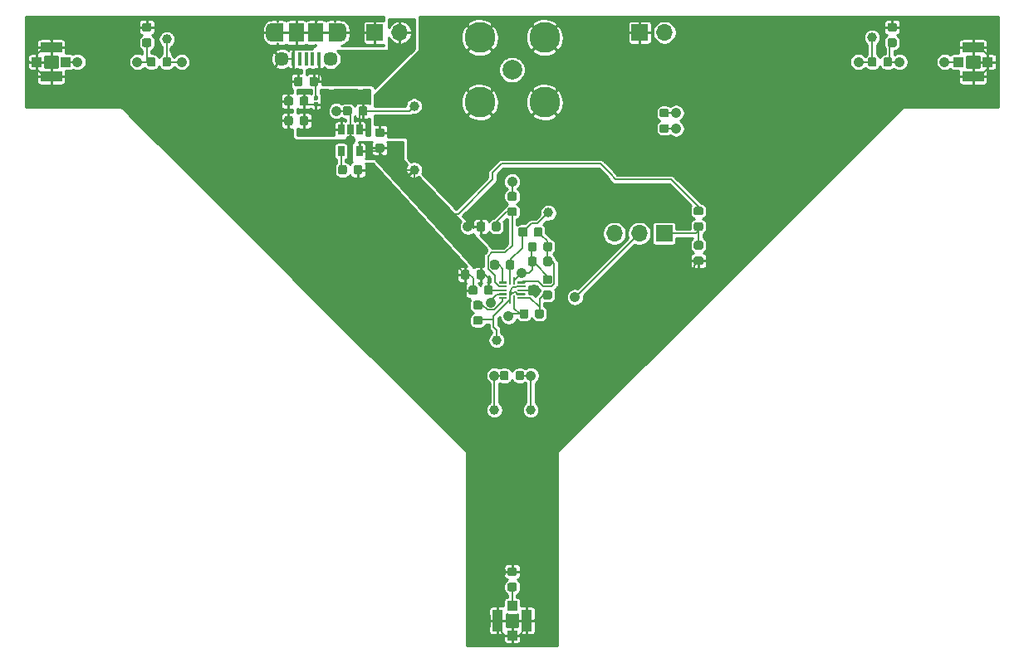
<source format=gbr>
G04 #@! TF.GenerationSoftware,KiCad,Pcbnew,(5.1.5-0-10_14)*
G04 #@! TF.CreationDate,2020-12-29T13:30:17-08:00*
G04 #@! TF.ProjectId,FakeEyes,46616b65-4579-4657-932e-6b696361645f,rev?*
G04 #@! TF.SameCoordinates,Original*
G04 #@! TF.FileFunction,Copper,L1,Top*
G04 #@! TF.FilePolarity,Positive*
%FSLAX46Y46*%
G04 Gerber Fmt 4.6, Leading zero omitted, Abs format (unit mm)*
G04 Created by KiCad (PCBNEW (5.1.5-0-10_14)) date 2020-12-29 13:30:17*
%MOMM*%
%LPD*%
G04 APERTURE LIST*
%ADD10C,1.000000*%
%ADD11C,0.150000*%
%ADD12R,1.500000X1.900000*%
%ADD13C,1.450000*%
%ADD14R,0.400000X1.350000*%
%ADD15O,1.200000X1.900000*%
%ADD16R,1.200000X1.900000*%
%ADD17O,1.700000X1.700000*%
%ADD18R,1.700000X1.700000*%
%ADD19R,1.000000X1.000000*%
%ADD20R,2.200000X1.050000*%
%ADD21R,0.650000X1.060000*%
%ADD22R,1.050000X2.200000*%
%ADD23C,3.126000*%
%ADD24C,2.000000*%
%ADD25C,1.050000*%
%ADD26C,0.200000*%
%ADD27C,0.254000*%
G04 APERTURE END LIST*
D10*
X146700000Y-62500000D03*
X108400000Y-93400000D03*
X113700000Y-80400000D03*
X100000000Y-76000000D03*
X100000000Y-69500000D03*
G04 #@! TA.AperFunction,SMDPad,CuDef*
D11*
G36*
X93452691Y-69526053D02*
G01*
X93473926Y-69529203D01*
X93494750Y-69534419D01*
X93514962Y-69541651D01*
X93534368Y-69550830D01*
X93552781Y-69561866D01*
X93570024Y-69574654D01*
X93585930Y-69589070D01*
X93600346Y-69604976D01*
X93613134Y-69622219D01*
X93624170Y-69640632D01*
X93633349Y-69660038D01*
X93640581Y-69680250D01*
X93645797Y-69701074D01*
X93648947Y-69722309D01*
X93650000Y-69743750D01*
X93650000Y-70256250D01*
X93648947Y-70277691D01*
X93645797Y-70298926D01*
X93640581Y-70319750D01*
X93633349Y-70339962D01*
X93624170Y-70359368D01*
X93613134Y-70377781D01*
X93600346Y-70395024D01*
X93585930Y-70410930D01*
X93570024Y-70425346D01*
X93552781Y-70438134D01*
X93534368Y-70449170D01*
X93514962Y-70458349D01*
X93494750Y-70465581D01*
X93473926Y-70470797D01*
X93452691Y-70473947D01*
X93431250Y-70475000D01*
X92993750Y-70475000D01*
X92972309Y-70473947D01*
X92951074Y-70470797D01*
X92930250Y-70465581D01*
X92910038Y-70458349D01*
X92890632Y-70449170D01*
X92872219Y-70438134D01*
X92854976Y-70425346D01*
X92839070Y-70410930D01*
X92824654Y-70395024D01*
X92811866Y-70377781D01*
X92800830Y-70359368D01*
X92791651Y-70339962D01*
X92784419Y-70319750D01*
X92779203Y-70298926D01*
X92776053Y-70277691D01*
X92775000Y-70256250D01*
X92775000Y-69743750D01*
X92776053Y-69722309D01*
X92779203Y-69701074D01*
X92784419Y-69680250D01*
X92791651Y-69660038D01*
X92800830Y-69640632D01*
X92811866Y-69622219D01*
X92824654Y-69604976D01*
X92839070Y-69589070D01*
X92854976Y-69574654D01*
X92872219Y-69561866D01*
X92890632Y-69550830D01*
X92910038Y-69541651D01*
X92930250Y-69534419D01*
X92951074Y-69529203D01*
X92972309Y-69526053D01*
X92993750Y-69525000D01*
X93431250Y-69525000D01*
X93452691Y-69526053D01*
G37*
G04 #@! TD.AperFunction*
G04 #@! TA.AperFunction,SMDPad,CuDef*
G36*
X95027691Y-69526053D02*
G01*
X95048926Y-69529203D01*
X95069750Y-69534419D01*
X95089962Y-69541651D01*
X95109368Y-69550830D01*
X95127781Y-69561866D01*
X95145024Y-69574654D01*
X95160930Y-69589070D01*
X95175346Y-69604976D01*
X95188134Y-69622219D01*
X95199170Y-69640632D01*
X95208349Y-69660038D01*
X95215581Y-69680250D01*
X95220797Y-69701074D01*
X95223947Y-69722309D01*
X95225000Y-69743750D01*
X95225000Y-70256250D01*
X95223947Y-70277691D01*
X95220797Y-70298926D01*
X95215581Y-70319750D01*
X95208349Y-70339962D01*
X95199170Y-70359368D01*
X95188134Y-70377781D01*
X95175346Y-70395024D01*
X95160930Y-70410930D01*
X95145024Y-70425346D01*
X95127781Y-70438134D01*
X95109368Y-70449170D01*
X95089962Y-70458349D01*
X95069750Y-70465581D01*
X95048926Y-70470797D01*
X95027691Y-70473947D01*
X95006250Y-70475000D01*
X94568750Y-70475000D01*
X94547309Y-70473947D01*
X94526074Y-70470797D01*
X94505250Y-70465581D01*
X94485038Y-70458349D01*
X94465632Y-70449170D01*
X94447219Y-70438134D01*
X94429976Y-70425346D01*
X94414070Y-70410930D01*
X94399654Y-70395024D01*
X94386866Y-70377781D01*
X94375830Y-70359368D01*
X94366651Y-70339962D01*
X94359419Y-70319750D01*
X94354203Y-70298926D01*
X94351053Y-70277691D01*
X94350000Y-70256250D01*
X94350000Y-69743750D01*
X94351053Y-69722309D01*
X94354203Y-69701074D01*
X94359419Y-69680250D01*
X94366651Y-69660038D01*
X94375830Y-69640632D01*
X94386866Y-69622219D01*
X94399654Y-69604976D01*
X94414070Y-69589070D01*
X94429976Y-69574654D01*
X94447219Y-69561866D01*
X94465632Y-69550830D01*
X94485038Y-69541651D01*
X94505250Y-69534419D01*
X94526074Y-69529203D01*
X94547309Y-69526053D01*
X94568750Y-69525000D01*
X95006250Y-69525000D01*
X95027691Y-69526053D01*
G37*
G04 #@! TD.AperFunction*
G04 #@! TA.AperFunction,SMDPad,CuDef*
G36*
X90027691Y-66526053D02*
G01*
X90048926Y-66529203D01*
X90069750Y-66534419D01*
X90089962Y-66541651D01*
X90109368Y-66550830D01*
X90127781Y-66561866D01*
X90145024Y-66574654D01*
X90160930Y-66589070D01*
X90175346Y-66604976D01*
X90188134Y-66622219D01*
X90199170Y-66640632D01*
X90208349Y-66660038D01*
X90215581Y-66680250D01*
X90220797Y-66701074D01*
X90223947Y-66722309D01*
X90225000Y-66743750D01*
X90225000Y-67256250D01*
X90223947Y-67277691D01*
X90220797Y-67298926D01*
X90215581Y-67319750D01*
X90208349Y-67339962D01*
X90199170Y-67359368D01*
X90188134Y-67377781D01*
X90175346Y-67395024D01*
X90160930Y-67410930D01*
X90145024Y-67425346D01*
X90127781Y-67438134D01*
X90109368Y-67449170D01*
X90089962Y-67458349D01*
X90069750Y-67465581D01*
X90048926Y-67470797D01*
X90027691Y-67473947D01*
X90006250Y-67475000D01*
X89568750Y-67475000D01*
X89547309Y-67473947D01*
X89526074Y-67470797D01*
X89505250Y-67465581D01*
X89485038Y-67458349D01*
X89465632Y-67449170D01*
X89447219Y-67438134D01*
X89429976Y-67425346D01*
X89414070Y-67410930D01*
X89399654Y-67395024D01*
X89386866Y-67377781D01*
X89375830Y-67359368D01*
X89366651Y-67339962D01*
X89359419Y-67319750D01*
X89354203Y-67298926D01*
X89351053Y-67277691D01*
X89350000Y-67256250D01*
X89350000Y-66743750D01*
X89351053Y-66722309D01*
X89354203Y-66701074D01*
X89359419Y-66680250D01*
X89366651Y-66660038D01*
X89375830Y-66640632D01*
X89386866Y-66622219D01*
X89399654Y-66604976D01*
X89414070Y-66589070D01*
X89429976Y-66574654D01*
X89447219Y-66561866D01*
X89465632Y-66550830D01*
X89485038Y-66541651D01*
X89505250Y-66534419D01*
X89526074Y-66529203D01*
X89547309Y-66526053D01*
X89568750Y-66525000D01*
X90006250Y-66525000D01*
X90027691Y-66526053D01*
G37*
G04 #@! TD.AperFunction*
G04 #@! TA.AperFunction,SMDPad,CuDef*
G36*
X88452691Y-66526053D02*
G01*
X88473926Y-66529203D01*
X88494750Y-66534419D01*
X88514962Y-66541651D01*
X88534368Y-66550830D01*
X88552781Y-66561866D01*
X88570024Y-66574654D01*
X88585930Y-66589070D01*
X88600346Y-66604976D01*
X88613134Y-66622219D01*
X88624170Y-66640632D01*
X88633349Y-66660038D01*
X88640581Y-66680250D01*
X88645797Y-66701074D01*
X88648947Y-66722309D01*
X88650000Y-66743750D01*
X88650000Y-67256250D01*
X88648947Y-67277691D01*
X88645797Y-67298926D01*
X88640581Y-67319750D01*
X88633349Y-67339962D01*
X88624170Y-67359368D01*
X88613134Y-67377781D01*
X88600346Y-67395024D01*
X88585930Y-67410930D01*
X88570024Y-67425346D01*
X88552781Y-67438134D01*
X88534368Y-67449170D01*
X88514962Y-67458349D01*
X88494750Y-67465581D01*
X88473926Y-67470797D01*
X88452691Y-67473947D01*
X88431250Y-67475000D01*
X87993750Y-67475000D01*
X87972309Y-67473947D01*
X87951074Y-67470797D01*
X87930250Y-67465581D01*
X87910038Y-67458349D01*
X87890632Y-67449170D01*
X87872219Y-67438134D01*
X87854976Y-67425346D01*
X87839070Y-67410930D01*
X87824654Y-67395024D01*
X87811866Y-67377781D01*
X87800830Y-67359368D01*
X87791651Y-67339962D01*
X87784419Y-67319750D01*
X87779203Y-67298926D01*
X87776053Y-67277691D01*
X87775000Y-67256250D01*
X87775000Y-66743750D01*
X87776053Y-66722309D01*
X87779203Y-66701074D01*
X87784419Y-66680250D01*
X87791651Y-66660038D01*
X87800830Y-66640632D01*
X87811866Y-66622219D01*
X87824654Y-66604976D01*
X87839070Y-66589070D01*
X87854976Y-66574654D01*
X87872219Y-66561866D01*
X87890632Y-66550830D01*
X87910038Y-66541651D01*
X87930250Y-66534419D01*
X87951074Y-66529203D01*
X87972309Y-66526053D01*
X87993750Y-66525000D01*
X88431250Y-66525000D01*
X88452691Y-66526053D01*
G37*
G04 #@! TD.AperFunction*
G04 #@! TA.AperFunction,SMDPad,CuDef*
G36*
X87452691Y-68526053D02*
G01*
X87473926Y-68529203D01*
X87494750Y-68534419D01*
X87514962Y-68541651D01*
X87534368Y-68550830D01*
X87552781Y-68561866D01*
X87570024Y-68574654D01*
X87585930Y-68589070D01*
X87600346Y-68604976D01*
X87613134Y-68622219D01*
X87624170Y-68640632D01*
X87633349Y-68660038D01*
X87640581Y-68680250D01*
X87645797Y-68701074D01*
X87648947Y-68722309D01*
X87650000Y-68743750D01*
X87650000Y-69256250D01*
X87648947Y-69277691D01*
X87645797Y-69298926D01*
X87640581Y-69319750D01*
X87633349Y-69339962D01*
X87624170Y-69359368D01*
X87613134Y-69377781D01*
X87600346Y-69395024D01*
X87585930Y-69410930D01*
X87570024Y-69425346D01*
X87552781Y-69438134D01*
X87534368Y-69449170D01*
X87514962Y-69458349D01*
X87494750Y-69465581D01*
X87473926Y-69470797D01*
X87452691Y-69473947D01*
X87431250Y-69475000D01*
X86993750Y-69475000D01*
X86972309Y-69473947D01*
X86951074Y-69470797D01*
X86930250Y-69465581D01*
X86910038Y-69458349D01*
X86890632Y-69449170D01*
X86872219Y-69438134D01*
X86854976Y-69425346D01*
X86839070Y-69410930D01*
X86824654Y-69395024D01*
X86811866Y-69377781D01*
X86800830Y-69359368D01*
X86791651Y-69339962D01*
X86784419Y-69319750D01*
X86779203Y-69298926D01*
X86776053Y-69277691D01*
X86775000Y-69256250D01*
X86775000Y-68743750D01*
X86776053Y-68722309D01*
X86779203Y-68701074D01*
X86784419Y-68680250D01*
X86791651Y-68660038D01*
X86800830Y-68640632D01*
X86811866Y-68622219D01*
X86824654Y-68604976D01*
X86839070Y-68589070D01*
X86854976Y-68574654D01*
X86872219Y-68561866D01*
X86890632Y-68550830D01*
X86910038Y-68541651D01*
X86930250Y-68534419D01*
X86951074Y-68529203D01*
X86972309Y-68526053D01*
X86993750Y-68525000D01*
X87431250Y-68525000D01*
X87452691Y-68526053D01*
G37*
G04 #@! TD.AperFunction*
G04 #@! TA.AperFunction,SMDPad,CuDef*
G36*
X89027691Y-68526053D02*
G01*
X89048926Y-68529203D01*
X89069750Y-68534419D01*
X89089962Y-68541651D01*
X89109368Y-68550830D01*
X89127781Y-68561866D01*
X89145024Y-68574654D01*
X89160930Y-68589070D01*
X89175346Y-68604976D01*
X89188134Y-68622219D01*
X89199170Y-68640632D01*
X89208349Y-68660038D01*
X89215581Y-68680250D01*
X89220797Y-68701074D01*
X89223947Y-68722309D01*
X89225000Y-68743750D01*
X89225000Y-69256250D01*
X89223947Y-69277691D01*
X89220797Y-69298926D01*
X89215581Y-69319750D01*
X89208349Y-69339962D01*
X89199170Y-69359368D01*
X89188134Y-69377781D01*
X89175346Y-69395024D01*
X89160930Y-69410930D01*
X89145024Y-69425346D01*
X89127781Y-69438134D01*
X89109368Y-69449170D01*
X89089962Y-69458349D01*
X89069750Y-69465581D01*
X89048926Y-69470797D01*
X89027691Y-69473947D01*
X89006250Y-69475000D01*
X88568750Y-69475000D01*
X88547309Y-69473947D01*
X88526074Y-69470797D01*
X88505250Y-69465581D01*
X88485038Y-69458349D01*
X88465632Y-69449170D01*
X88447219Y-69438134D01*
X88429976Y-69425346D01*
X88414070Y-69410930D01*
X88399654Y-69395024D01*
X88386866Y-69377781D01*
X88375830Y-69359368D01*
X88366651Y-69339962D01*
X88359419Y-69319750D01*
X88354203Y-69298926D01*
X88351053Y-69277691D01*
X88350000Y-69256250D01*
X88350000Y-68743750D01*
X88351053Y-68722309D01*
X88354203Y-68701074D01*
X88359419Y-68680250D01*
X88366651Y-68660038D01*
X88375830Y-68640632D01*
X88386866Y-68622219D01*
X88399654Y-68604976D01*
X88414070Y-68589070D01*
X88429976Y-68574654D01*
X88447219Y-68561866D01*
X88465632Y-68550830D01*
X88485038Y-68541651D01*
X88505250Y-68534419D01*
X88526074Y-68529203D01*
X88547309Y-68526053D01*
X88568750Y-68525000D01*
X89006250Y-68525000D01*
X89027691Y-68526053D01*
G37*
G04 #@! TD.AperFunction*
G04 #@! TA.AperFunction,SMDPad,CuDef*
G36*
X89027691Y-70526053D02*
G01*
X89048926Y-70529203D01*
X89069750Y-70534419D01*
X89089962Y-70541651D01*
X89109368Y-70550830D01*
X89127781Y-70561866D01*
X89145024Y-70574654D01*
X89160930Y-70589070D01*
X89175346Y-70604976D01*
X89188134Y-70622219D01*
X89199170Y-70640632D01*
X89208349Y-70660038D01*
X89215581Y-70680250D01*
X89220797Y-70701074D01*
X89223947Y-70722309D01*
X89225000Y-70743750D01*
X89225000Y-71256250D01*
X89223947Y-71277691D01*
X89220797Y-71298926D01*
X89215581Y-71319750D01*
X89208349Y-71339962D01*
X89199170Y-71359368D01*
X89188134Y-71377781D01*
X89175346Y-71395024D01*
X89160930Y-71410930D01*
X89145024Y-71425346D01*
X89127781Y-71438134D01*
X89109368Y-71449170D01*
X89089962Y-71458349D01*
X89069750Y-71465581D01*
X89048926Y-71470797D01*
X89027691Y-71473947D01*
X89006250Y-71475000D01*
X88568750Y-71475000D01*
X88547309Y-71473947D01*
X88526074Y-71470797D01*
X88505250Y-71465581D01*
X88485038Y-71458349D01*
X88465632Y-71449170D01*
X88447219Y-71438134D01*
X88429976Y-71425346D01*
X88414070Y-71410930D01*
X88399654Y-71395024D01*
X88386866Y-71377781D01*
X88375830Y-71359368D01*
X88366651Y-71339962D01*
X88359419Y-71319750D01*
X88354203Y-71298926D01*
X88351053Y-71277691D01*
X88350000Y-71256250D01*
X88350000Y-70743750D01*
X88351053Y-70722309D01*
X88354203Y-70701074D01*
X88359419Y-70680250D01*
X88366651Y-70660038D01*
X88375830Y-70640632D01*
X88386866Y-70622219D01*
X88399654Y-70604976D01*
X88414070Y-70589070D01*
X88429976Y-70574654D01*
X88447219Y-70561866D01*
X88465632Y-70550830D01*
X88485038Y-70541651D01*
X88505250Y-70534419D01*
X88526074Y-70529203D01*
X88547309Y-70526053D01*
X88568750Y-70525000D01*
X89006250Y-70525000D01*
X89027691Y-70526053D01*
G37*
G04 #@! TD.AperFunction*
G04 #@! TA.AperFunction,SMDPad,CuDef*
G36*
X87452691Y-70526053D02*
G01*
X87473926Y-70529203D01*
X87494750Y-70534419D01*
X87514962Y-70541651D01*
X87534368Y-70550830D01*
X87552781Y-70561866D01*
X87570024Y-70574654D01*
X87585930Y-70589070D01*
X87600346Y-70604976D01*
X87613134Y-70622219D01*
X87624170Y-70640632D01*
X87633349Y-70660038D01*
X87640581Y-70680250D01*
X87645797Y-70701074D01*
X87648947Y-70722309D01*
X87650000Y-70743750D01*
X87650000Y-71256250D01*
X87648947Y-71277691D01*
X87645797Y-71298926D01*
X87640581Y-71319750D01*
X87633349Y-71339962D01*
X87624170Y-71359368D01*
X87613134Y-71377781D01*
X87600346Y-71395024D01*
X87585930Y-71410930D01*
X87570024Y-71425346D01*
X87552781Y-71438134D01*
X87534368Y-71449170D01*
X87514962Y-71458349D01*
X87494750Y-71465581D01*
X87473926Y-71470797D01*
X87452691Y-71473947D01*
X87431250Y-71475000D01*
X86993750Y-71475000D01*
X86972309Y-71473947D01*
X86951074Y-71470797D01*
X86930250Y-71465581D01*
X86910038Y-71458349D01*
X86890632Y-71449170D01*
X86872219Y-71438134D01*
X86854976Y-71425346D01*
X86839070Y-71410930D01*
X86824654Y-71395024D01*
X86811866Y-71377781D01*
X86800830Y-71359368D01*
X86791651Y-71339962D01*
X86784419Y-71319750D01*
X86779203Y-71298926D01*
X86776053Y-71277691D01*
X86775000Y-71256250D01*
X86775000Y-70743750D01*
X86776053Y-70722309D01*
X86779203Y-70701074D01*
X86784419Y-70680250D01*
X86791651Y-70660038D01*
X86800830Y-70640632D01*
X86811866Y-70622219D01*
X86824654Y-70604976D01*
X86839070Y-70589070D01*
X86854976Y-70574654D01*
X86872219Y-70561866D01*
X86890632Y-70550830D01*
X86910038Y-70541651D01*
X86930250Y-70534419D01*
X86951074Y-70529203D01*
X86972309Y-70526053D01*
X86993750Y-70525000D01*
X87431250Y-70525000D01*
X87452691Y-70526053D01*
G37*
G04 #@! TD.AperFunction*
G04 #@! TA.AperFunction,SMDPad,CuDef*
G36*
X92952691Y-75526053D02*
G01*
X92973926Y-75529203D01*
X92994750Y-75534419D01*
X93014962Y-75541651D01*
X93034368Y-75550830D01*
X93052781Y-75561866D01*
X93070024Y-75574654D01*
X93085930Y-75589070D01*
X93100346Y-75604976D01*
X93113134Y-75622219D01*
X93124170Y-75640632D01*
X93133349Y-75660038D01*
X93140581Y-75680250D01*
X93145797Y-75701074D01*
X93148947Y-75722309D01*
X93150000Y-75743750D01*
X93150000Y-76256250D01*
X93148947Y-76277691D01*
X93145797Y-76298926D01*
X93140581Y-76319750D01*
X93133349Y-76339962D01*
X93124170Y-76359368D01*
X93113134Y-76377781D01*
X93100346Y-76395024D01*
X93085930Y-76410930D01*
X93070024Y-76425346D01*
X93052781Y-76438134D01*
X93034368Y-76449170D01*
X93014962Y-76458349D01*
X92994750Y-76465581D01*
X92973926Y-76470797D01*
X92952691Y-76473947D01*
X92931250Y-76475000D01*
X92493750Y-76475000D01*
X92472309Y-76473947D01*
X92451074Y-76470797D01*
X92430250Y-76465581D01*
X92410038Y-76458349D01*
X92390632Y-76449170D01*
X92372219Y-76438134D01*
X92354976Y-76425346D01*
X92339070Y-76410930D01*
X92324654Y-76395024D01*
X92311866Y-76377781D01*
X92300830Y-76359368D01*
X92291651Y-76339962D01*
X92284419Y-76319750D01*
X92279203Y-76298926D01*
X92276053Y-76277691D01*
X92275000Y-76256250D01*
X92275000Y-75743750D01*
X92276053Y-75722309D01*
X92279203Y-75701074D01*
X92284419Y-75680250D01*
X92291651Y-75660038D01*
X92300830Y-75640632D01*
X92311866Y-75622219D01*
X92324654Y-75604976D01*
X92339070Y-75589070D01*
X92354976Y-75574654D01*
X92372219Y-75561866D01*
X92390632Y-75550830D01*
X92410038Y-75541651D01*
X92430250Y-75534419D01*
X92451074Y-75529203D01*
X92472309Y-75526053D01*
X92493750Y-75525000D01*
X92931250Y-75525000D01*
X92952691Y-75526053D01*
G37*
G04 #@! TD.AperFunction*
G04 #@! TA.AperFunction,SMDPad,CuDef*
G36*
X94527691Y-75526053D02*
G01*
X94548926Y-75529203D01*
X94569750Y-75534419D01*
X94589962Y-75541651D01*
X94609368Y-75550830D01*
X94627781Y-75561866D01*
X94645024Y-75574654D01*
X94660930Y-75589070D01*
X94675346Y-75604976D01*
X94688134Y-75622219D01*
X94699170Y-75640632D01*
X94708349Y-75660038D01*
X94715581Y-75680250D01*
X94720797Y-75701074D01*
X94723947Y-75722309D01*
X94725000Y-75743750D01*
X94725000Y-76256250D01*
X94723947Y-76277691D01*
X94720797Y-76298926D01*
X94715581Y-76319750D01*
X94708349Y-76339962D01*
X94699170Y-76359368D01*
X94688134Y-76377781D01*
X94675346Y-76395024D01*
X94660930Y-76410930D01*
X94645024Y-76425346D01*
X94627781Y-76438134D01*
X94609368Y-76449170D01*
X94589962Y-76458349D01*
X94569750Y-76465581D01*
X94548926Y-76470797D01*
X94527691Y-76473947D01*
X94506250Y-76475000D01*
X94068750Y-76475000D01*
X94047309Y-76473947D01*
X94026074Y-76470797D01*
X94005250Y-76465581D01*
X93985038Y-76458349D01*
X93965632Y-76449170D01*
X93947219Y-76438134D01*
X93929976Y-76425346D01*
X93914070Y-76410930D01*
X93899654Y-76395024D01*
X93886866Y-76377781D01*
X93875830Y-76359368D01*
X93866651Y-76339962D01*
X93859419Y-76319750D01*
X93854203Y-76298926D01*
X93851053Y-76277691D01*
X93850000Y-76256250D01*
X93850000Y-75743750D01*
X93851053Y-75722309D01*
X93854203Y-75701074D01*
X93859419Y-75680250D01*
X93866651Y-75660038D01*
X93875830Y-75640632D01*
X93886866Y-75622219D01*
X93899654Y-75604976D01*
X93914070Y-75589070D01*
X93929976Y-75574654D01*
X93947219Y-75561866D01*
X93965632Y-75550830D01*
X93985038Y-75541651D01*
X94005250Y-75534419D01*
X94026074Y-75529203D01*
X94047309Y-75526053D01*
X94068750Y-75525000D01*
X94506250Y-75525000D01*
X94527691Y-75526053D01*
G37*
G04 #@! TD.AperFunction*
G04 #@! TA.AperFunction,SMDPad,CuDef*
G36*
X96777691Y-71776053D02*
G01*
X96798926Y-71779203D01*
X96819750Y-71784419D01*
X96839962Y-71791651D01*
X96859368Y-71800830D01*
X96877781Y-71811866D01*
X96895024Y-71824654D01*
X96910930Y-71839070D01*
X96925346Y-71854976D01*
X96938134Y-71872219D01*
X96949170Y-71890632D01*
X96958349Y-71910038D01*
X96965581Y-71930250D01*
X96970797Y-71951074D01*
X96973947Y-71972309D01*
X96975000Y-71993750D01*
X96975000Y-72431250D01*
X96973947Y-72452691D01*
X96970797Y-72473926D01*
X96965581Y-72494750D01*
X96958349Y-72514962D01*
X96949170Y-72534368D01*
X96938134Y-72552781D01*
X96925346Y-72570024D01*
X96910930Y-72585930D01*
X96895024Y-72600346D01*
X96877781Y-72613134D01*
X96859368Y-72624170D01*
X96839962Y-72633349D01*
X96819750Y-72640581D01*
X96798926Y-72645797D01*
X96777691Y-72648947D01*
X96756250Y-72650000D01*
X96243750Y-72650000D01*
X96222309Y-72648947D01*
X96201074Y-72645797D01*
X96180250Y-72640581D01*
X96160038Y-72633349D01*
X96140632Y-72624170D01*
X96122219Y-72613134D01*
X96104976Y-72600346D01*
X96089070Y-72585930D01*
X96074654Y-72570024D01*
X96061866Y-72552781D01*
X96050830Y-72534368D01*
X96041651Y-72514962D01*
X96034419Y-72494750D01*
X96029203Y-72473926D01*
X96026053Y-72452691D01*
X96025000Y-72431250D01*
X96025000Y-71993750D01*
X96026053Y-71972309D01*
X96029203Y-71951074D01*
X96034419Y-71930250D01*
X96041651Y-71910038D01*
X96050830Y-71890632D01*
X96061866Y-71872219D01*
X96074654Y-71854976D01*
X96089070Y-71839070D01*
X96104976Y-71824654D01*
X96122219Y-71811866D01*
X96140632Y-71800830D01*
X96160038Y-71791651D01*
X96180250Y-71784419D01*
X96201074Y-71779203D01*
X96222309Y-71776053D01*
X96243750Y-71775000D01*
X96756250Y-71775000D01*
X96777691Y-71776053D01*
G37*
G04 #@! TD.AperFunction*
G04 #@! TA.AperFunction,SMDPad,CuDef*
G36*
X96777691Y-73351053D02*
G01*
X96798926Y-73354203D01*
X96819750Y-73359419D01*
X96839962Y-73366651D01*
X96859368Y-73375830D01*
X96877781Y-73386866D01*
X96895024Y-73399654D01*
X96910930Y-73414070D01*
X96925346Y-73429976D01*
X96938134Y-73447219D01*
X96949170Y-73465632D01*
X96958349Y-73485038D01*
X96965581Y-73505250D01*
X96970797Y-73526074D01*
X96973947Y-73547309D01*
X96975000Y-73568750D01*
X96975000Y-74006250D01*
X96973947Y-74027691D01*
X96970797Y-74048926D01*
X96965581Y-74069750D01*
X96958349Y-74089962D01*
X96949170Y-74109368D01*
X96938134Y-74127781D01*
X96925346Y-74145024D01*
X96910930Y-74160930D01*
X96895024Y-74175346D01*
X96877781Y-74188134D01*
X96859368Y-74199170D01*
X96839962Y-74208349D01*
X96819750Y-74215581D01*
X96798926Y-74220797D01*
X96777691Y-74223947D01*
X96756250Y-74225000D01*
X96243750Y-74225000D01*
X96222309Y-74223947D01*
X96201074Y-74220797D01*
X96180250Y-74215581D01*
X96160038Y-74208349D01*
X96140632Y-74199170D01*
X96122219Y-74188134D01*
X96104976Y-74175346D01*
X96089070Y-74160930D01*
X96074654Y-74145024D01*
X96061866Y-74127781D01*
X96050830Y-74109368D01*
X96041651Y-74089962D01*
X96034419Y-74069750D01*
X96029203Y-74048926D01*
X96026053Y-74027691D01*
X96025000Y-74006250D01*
X96025000Y-73568750D01*
X96026053Y-73547309D01*
X96029203Y-73526074D01*
X96034419Y-73505250D01*
X96041651Y-73485038D01*
X96050830Y-73465632D01*
X96061866Y-73447219D01*
X96074654Y-73429976D01*
X96089070Y-73414070D01*
X96104976Y-73399654D01*
X96122219Y-73386866D01*
X96140632Y-73375830D01*
X96160038Y-73366651D01*
X96180250Y-73359419D01*
X96201074Y-73354203D01*
X96222309Y-73351053D01*
X96243750Y-73350000D01*
X96756250Y-73350000D01*
X96777691Y-73351053D01*
G37*
G04 #@! TD.AperFunction*
D12*
X88000000Y-62000000D03*
D13*
X91500000Y-64700000D03*
D14*
X89650000Y-64700000D03*
X90300000Y-64700000D03*
X87700000Y-64700000D03*
X88350000Y-64700000D03*
X89000000Y-64700000D03*
D13*
X86500000Y-64700000D03*
D12*
X90000000Y-62000000D03*
D15*
X92500000Y-62000000D03*
X85500000Y-62000000D03*
D16*
X86100000Y-62000000D03*
X91900000Y-62000000D03*
D17*
X98540000Y-62000000D03*
D18*
X96000000Y-62000000D03*
X123000000Y-62000000D03*
D17*
X125540000Y-62000000D03*
D19*
X64500000Y-65000000D03*
X61500000Y-65000000D03*
D20*
X63000000Y-63525000D03*
X63000000Y-66475000D03*
X157000000Y-63525000D03*
X157000000Y-66475000D03*
D19*
X158500000Y-65000000D03*
X155500000Y-65000000D03*
D18*
X125500000Y-82500000D03*
D17*
X122960000Y-82500000D03*
X120420000Y-82500000D03*
G04 #@! TA.AperFunction,SMDPad,CuDef*
D11*
G36*
X90109802Y-68450482D02*
G01*
X90119509Y-68451921D01*
X90129028Y-68454306D01*
X90138268Y-68457612D01*
X90147140Y-68461808D01*
X90155557Y-68466853D01*
X90163439Y-68472699D01*
X90170711Y-68479289D01*
X90177301Y-68486561D01*
X90183147Y-68494443D01*
X90188192Y-68502860D01*
X90192388Y-68511732D01*
X90195694Y-68520972D01*
X90198079Y-68530491D01*
X90199518Y-68540198D01*
X90200000Y-68550000D01*
X90200000Y-68810000D01*
X90199518Y-68819802D01*
X90198079Y-68829509D01*
X90195694Y-68839028D01*
X90192388Y-68848268D01*
X90188192Y-68857140D01*
X90183147Y-68865557D01*
X90177301Y-68873439D01*
X90170711Y-68880711D01*
X90163439Y-68887301D01*
X90155557Y-68893147D01*
X90147140Y-68898192D01*
X90138268Y-68902388D01*
X90129028Y-68905694D01*
X90119509Y-68908079D01*
X90109802Y-68909518D01*
X90100000Y-68910000D01*
X89900000Y-68910000D01*
X89890198Y-68909518D01*
X89880491Y-68908079D01*
X89870972Y-68905694D01*
X89861732Y-68902388D01*
X89852860Y-68898192D01*
X89844443Y-68893147D01*
X89836561Y-68887301D01*
X89829289Y-68880711D01*
X89822699Y-68873439D01*
X89816853Y-68865557D01*
X89811808Y-68857140D01*
X89807612Y-68848268D01*
X89804306Y-68839028D01*
X89801921Y-68829509D01*
X89800482Y-68819802D01*
X89800000Y-68810000D01*
X89800000Y-68550000D01*
X89800482Y-68540198D01*
X89801921Y-68530491D01*
X89804306Y-68520972D01*
X89807612Y-68511732D01*
X89811808Y-68502860D01*
X89816853Y-68494443D01*
X89822699Y-68486561D01*
X89829289Y-68479289D01*
X89836561Y-68472699D01*
X89844443Y-68466853D01*
X89852860Y-68461808D01*
X89861732Y-68457612D01*
X89870972Y-68454306D01*
X89880491Y-68451921D01*
X89890198Y-68450482D01*
X89900000Y-68450000D01*
X90100000Y-68450000D01*
X90109802Y-68450482D01*
G37*
G04 #@! TD.AperFunction*
G04 #@! TA.AperFunction,SMDPad,CuDef*
G36*
X90109802Y-69090482D02*
G01*
X90119509Y-69091921D01*
X90129028Y-69094306D01*
X90138268Y-69097612D01*
X90147140Y-69101808D01*
X90155557Y-69106853D01*
X90163439Y-69112699D01*
X90170711Y-69119289D01*
X90177301Y-69126561D01*
X90183147Y-69134443D01*
X90188192Y-69142860D01*
X90192388Y-69151732D01*
X90195694Y-69160972D01*
X90198079Y-69170491D01*
X90199518Y-69180198D01*
X90200000Y-69190000D01*
X90200000Y-69450000D01*
X90199518Y-69459802D01*
X90198079Y-69469509D01*
X90195694Y-69479028D01*
X90192388Y-69488268D01*
X90188192Y-69497140D01*
X90183147Y-69505557D01*
X90177301Y-69513439D01*
X90170711Y-69520711D01*
X90163439Y-69527301D01*
X90155557Y-69533147D01*
X90147140Y-69538192D01*
X90138268Y-69542388D01*
X90129028Y-69545694D01*
X90119509Y-69548079D01*
X90109802Y-69549518D01*
X90100000Y-69550000D01*
X89900000Y-69550000D01*
X89890198Y-69549518D01*
X89880491Y-69548079D01*
X89870972Y-69545694D01*
X89861732Y-69542388D01*
X89852860Y-69538192D01*
X89844443Y-69533147D01*
X89836561Y-69527301D01*
X89829289Y-69520711D01*
X89822699Y-69513439D01*
X89816853Y-69505557D01*
X89811808Y-69497140D01*
X89807612Y-69488268D01*
X89804306Y-69479028D01*
X89801921Y-69469509D01*
X89800482Y-69459802D01*
X89800000Y-69450000D01*
X89800000Y-69190000D01*
X89800482Y-69180198D01*
X89801921Y-69170491D01*
X89804306Y-69160972D01*
X89807612Y-69151732D01*
X89811808Y-69142860D01*
X89816853Y-69134443D01*
X89822699Y-69126561D01*
X89829289Y-69119289D01*
X89836561Y-69112699D01*
X89844443Y-69106853D01*
X89852860Y-69101808D01*
X89861732Y-69097612D01*
X89870972Y-69094306D01*
X89880491Y-69091921D01*
X89890198Y-69090482D01*
X89900000Y-69090000D01*
X90100000Y-69090000D01*
X90109802Y-69090482D01*
G37*
G04 #@! TD.AperFunction*
G04 #@! TA.AperFunction,SMDPad,CuDef*
G36*
X129277691Y-79776053D02*
G01*
X129298926Y-79779203D01*
X129319750Y-79784419D01*
X129339962Y-79791651D01*
X129359368Y-79800830D01*
X129377781Y-79811866D01*
X129395024Y-79824654D01*
X129410930Y-79839070D01*
X129425346Y-79854976D01*
X129438134Y-79872219D01*
X129449170Y-79890632D01*
X129458349Y-79910038D01*
X129465581Y-79930250D01*
X129470797Y-79951074D01*
X129473947Y-79972309D01*
X129475000Y-79993750D01*
X129475000Y-80431250D01*
X129473947Y-80452691D01*
X129470797Y-80473926D01*
X129465581Y-80494750D01*
X129458349Y-80514962D01*
X129449170Y-80534368D01*
X129438134Y-80552781D01*
X129425346Y-80570024D01*
X129410930Y-80585930D01*
X129395024Y-80600346D01*
X129377781Y-80613134D01*
X129359368Y-80624170D01*
X129339962Y-80633349D01*
X129319750Y-80640581D01*
X129298926Y-80645797D01*
X129277691Y-80648947D01*
X129256250Y-80650000D01*
X128743750Y-80650000D01*
X128722309Y-80648947D01*
X128701074Y-80645797D01*
X128680250Y-80640581D01*
X128660038Y-80633349D01*
X128640632Y-80624170D01*
X128622219Y-80613134D01*
X128604976Y-80600346D01*
X128589070Y-80585930D01*
X128574654Y-80570024D01*
X128561866Y-80552781D01*
X128550830Y-80534368D01*
X128541651Y-80514962D01*
X128534419Y-80494750D01*
X128529203Y-80473926D01*
X128526053Y-80452691D01*
X128525000Y-80431250D01*
X128525000Y-79993750D01*
X128526053Y-79972309D01*
X128529203Y-79951074D01*
X128534419Y-79930250D01*
X128541651Y-79910038D01*
X128550830Y-79890632D01*
X128561866Y-79872219D01*
X128574654Y-79854976D01*
X128589070Y-79839070D01*
X128604976Y-79824654D01*
X128622219Y-79811866D01*
X128640632Y-79800830D01*
X128660038Y-79791651D01*
X128680250Y-79784419D01*
X128701074Y-79779203D01*
X128722309Y-79776053D01*
X128743750Y-79775000D01*
X129256250Y-79775000D01*
X129277691Y-79776053D01*
G37*
G04 #@! TD.AperFunction*
G04 #@! TA.AperFunction,SMDPad,CuDef*
G36*
X129277691Y-81351053D02*
G01*
X129298926Y-81354203D01*
X129319750Y-81359419D01*
X129339962Y-81366651D01*
X129359368Y-81375830D01*
X129377781Y-81386866D01*
X129395024Y-81399654D01*
X129410930Y-81414070D01*
X129425346Y-81429976D01*
X129438134Y-81447219D01*
X129449170Y-81465632D01*
X129458349Y-81485038D01*
X129465581Y-81505250D01*
X129470797Y-81526074D01*
X129473947Y-81547309D01*
X129475000Y-81568750D01*
X129475000Y-82006250D01*
X129473947Y-82027691D01*
X129470797Y-82048926D01*
X129465581Y-82069750D01*
X129458349Y-82089962D01*
X129449170Y-82109368D01*
X129438134Y-82127781D01*
X129425346Y-82145024D01*
X129410930Y-82160930D01*
X129395024Y-82175346D01*
X129377781Y-82188134D01*
X129359368Y-82199170D01*
X129339962Y-82208349D01*
X129319750Y-82215581D01*
X129298926Y-82220797D01*
X129277691Y-82223947D01*
X129256250Y-82225000D01*
X128743750Y-82225000D01*
X128722309Y-82223947D01*
X128701074Y-82220797D01*
X128680250Y-82215581D01*
X128660038Y-82208349D01*
X128640632Y-82199170D01*
X128622219Y-82188134D01*
X128604976Y-82175346D01*
X128589070Y-82160930D01*
X128574654Y-82145024D01*
X128561866Y-82127781D01*
X128550830Y-82109368D01*
X128541651Y-82089962D01*
X128534419Y-82069750D01*
X128529203Y-82048926D01*
X128526053Y-82027691D01*
X128525000Y-82006250D01*
X128525000Y-81568750D01*
X128526053Y-81547309D01*
X128529203Y-81526074D01*
X128534419Y-81505250D01*
X128541651Y-81485038D01*
X128550830Y-81465632D01*
X128561866Y-81447219D01*
X128574654Y-81429976D01*
X128589070Y-81414070D01*
X128604976Y-81399654D01*
X128622219Y-81386866D01*
X128640632Y-81375830D01*
X128660038Y-81366651D01*
X128680250Y-81359419D01*
X128701074Y-81354203D01*
X128722309Y-81351053D01*
X128743750Y-81350000D01*
X129256250Y-81350000D01*
X129277691Y-81351053D01*
G37*
G04 #@! TD.AperFunction*
G04 #@! TA.AperFunction,SMDPad,CuDef*
G36*
X129277691Y-84851053D02*
G01*
X129298926Y-84854203D01*
X129319750Y-84859419D01*
X129339962Y-84866651D01*
X129359368Y-84875830D01*
X129377781Y-84886866D01*
X129395024Y-84899654D01*
X129410930Y-84914070D01*
X129425346Y-84929976D01*
X129438134Y-84947219D01*
X129449170Y-84965632D01*
X129458349Y-84985038D01*
X129465581Y-85005250D01*
X129470797Y-85026074D01*
X129473947Y-85047309D01*
X129475000Y-85068750D01*
X129475000Y-85506250D01*
X129473947Y-85527691D01*
X129470797Y-85548926D01*
X129465581Y-85569750D01*
X129458349Y-85589962D01*
X129449170Y-85609368D01*
X129438134Y-85627781D01*
X129425346Y-85645024D01*
X129410930Y-85660930D01*
X129395024Y-85675346D01*
X129377781Y-85688134D01*
X129359368Y-85699170D01*
X129339962Y-85708349D01*
X129319750Y-85715581D01*
X129298926Y-85720797D01*
X129277691Y-85723947D01*
X129256250Y-85725000D01*
X128743750Y-85725000D01*
X128722309Y-85723947D01*
X128701074Y-85720797D01*
X128680250Y-85715581D01*
X128660038Y-85708349D01*
X128640632Y-85699170D01*
X128622219Y-85688134D01*
X128604976Y-85675346D01*
X128589070Y-85660930D01*
X128574654Y-85645024D01*
X128561866Y-85627781D01*
X128550830Y-85609368D01*
X128541651Y-85589962D01*
X128534419Y-85569750D01*
X128529203Y-85548926D01*
X128526053Y-85527691D01*
X128525000Y-85506250D01*
X128525000Y-85068750D01*
X128526053Y-85047309D01*
X128529203Y-85026074D01*
X128534419Y-85005250D01*
X128541651Y-84985038D01*
X128550830Y-84965632D01*
X128561866Y-84947219D01*
X128574654Y-84929976D01*
X128589070Y-84914070D01*
X128604976Y-84899654D01*
X128622219Y-84886866D01*
X128640632Y-84875830D01*
X128660038Y-84866651D01*
X128680250Y-84859419D01*
X128701074Y-84854203D01*
X128722309Y-84851053D01*
X128743750Y-84850000D01*
X129256250Y-84850000D01*
X129277691Y-84851053D01*
G37*
G04 #@! TD.AperFunction*
G04 #@! TA.AperFunction,SMDPad,CuDef*
G36*
X129277691Y-83276053D02*
G01*
X129298926Y-83279203D01*
X129319750Y-83284419D01*
X129339962Y-83291651D01*
X129359368Y-83300830D01*
X129377781Y-83311866D01*
X129395024Y-83324654D01*
X129410930Y-83339070D01*
X129425346Y-83354976D01*
X129438134Y-83372219D01*
X129449170Y-83390632D01*
X129458349Y-83410038D01*
X129465581Y-83430250D01*
X129470797Y-83451074D01*
X129473947Y-83472309D01*
X129475000Y-83493750D01*
X129475000Y-83931250D01*
X129473947Y-83952691D01*
X129470797Y-83973926D01*
X129465581Y-83994750D01*
X129458349Y-84014962D01*
X129449170Y-84034368D01*
X129438134Y-84052781D01*
X129425346Y-84070024D01*
X129410930Y-84085930D01*
X129395024Y-84100346D01*
X129377781Y-84113134D01*
X129359368Y-84124170D01*
X129339962Y-84133349D01*
X129319750Y-84140581D01*
X129298926Y-84145797D01*
X129277691Y-84148947D01*
X129256250Y-84150000D01*
X128743750Y-84150000D01*
X128722309Y-84148947D01*
X128701074Y-84145797D01*
X128680250Y-84140581D01*
X128660038Y-84133349D01*
X128640632Y-84124170D01*
X128622219Y-84113134D01*
X128604976Y-84100346D01*
X128589070Y-84085930D01*
X128574654Y-84070024D01*
X128561866Y-84052781D01*
X128550830Y-84034368D01*
X128541651Y-84014962D01*
X128534419Y-83994750D01*
X128529203Y-83973926D01*
X128526053Y-83952691D01*
X128525000Y-83931250D01*
X128525000Y-83493750D01*
X128526053Y-83472309D01*
X128529203Y-83451074D01*
X128534419Y-83430250D01*
X128541651Y-83410038D01*
X128550830Y-83390632D01*
X128561866Y-83372219D01*
X128574654Y-83354976D01*
X128589070Y-83339070D01*
X128604976Y-83324654D01*
X128622219Y-83311866D01*
X128640632Y-83300830D01*
X128660038Y-83291651D01*
X128680250Y-83284419D01*
X128701074Y-83279203D01*
X128722309Y-83276053D01*
X128743750Y-83275000D01*
X129256250Y-83275000D01*
X129277691Y-83276053D01*
G37*
G04 #@! TD.AperFunction*
G04 #@! TA.AperFunction,SMDPad,CuDef*
G36*
X110277691Y-79851053D02*
G01*
X110298926Y-79854203D01*
X110319750Y-79859419D01*
X110339962Y-79866651D01*
X110359368Y-79875830D01*
X110377781Y-79886866D01*
X110395024Y-79899654D01*
X110410930Y-79914070D01*
X110425346Y-79929976D01*
X110438134Y-79947219D01*
X110449170Y-79965632D01*
X110458349Y-79985038D01*
X110465581Y-80005250D01*
X110470797Y-80026074D01*
X110473947Y-80047309D01*
X110475000Y-80068750D01*
X110475000Y-80506250D01*
X110473947Y-80527691D01*
X110470797Y-80548926D01*
X110465581Y-80569750D01*
X110458349Y-80589962D01*
X110449170Y-80609368D01*
X110438134Y-80627781D01*
X110425346Y-80645024D01*
X110410930Y-80660930D01*
X110395024Y-80675346D01*
X110377781Y-80688134D01*
X110359368Y-80699170D01*
X110339962Y-80708349D01*
X110319750Y-80715581D01*
X110298926Y-80720797D01*
X110277691Y-80723947D01*
X110256250Y-80725000D01*
X109743750Y-80725000D01*
X109722309Y-80723947D01*
X109701074Y-80720797D01*
X109680250Y-80715581D01*
X109660038Y-80708349D01*
X109640632Y-80699170D01*
X109622219Y-80688134D01*
X109604976Y-80675346D01*
X109589070Y-80660930D01*
X109574654Y-80645024D01*
X109561866Y-80627781D01*
X109550830Y-80609368D01*
X109541651Y-80589962D01*
X109534419Y-80569750D01*
X109529203Y-80548926D01*
X109526053Y-80527691D01*
X109525000Y-80506250D01*
X109525000Y-80068750D01*
X109526053Y-80047309D01*
X109529203Y-80026074D01*
X109534419Y-80005250D01*
X109541651Y-79985038D01*
X109550830Y-79965632D01*
X109561866Y-79947219D01*
X109574654Y-79929976D01*
X109589070Y-79914070D01*
X109604976Y-79899654D01*
X109622219Y-79886866D01*
X109640632Y-79875830D01*
X109660038Y-79866651D01*
X109680250Y-79859419D01*
X109701074Y-79854203D01*
X109722309Y-79851053D01*
X109743750Y-79850000D01*
X110256250Y-79850000D01*
X110277691Y-79851053D01*
G37*
G04 #@! TD.AperFunction*
G04 #@! TA.AperFunction,SMDPad,CuDef*
G36*
X110277691Y-78276053D02*
G01*
X110298926Y-78279203D01*
X110319750Y-78284419D01*
X110339962Y-78291651D01*
X110359368Y-78300830D01*
X110377781Y-78311866D01*
X110395024Y-78324654D01*
X110410930Y-78339070D01*
X110425346Y-78354976D01*
X110438134Y-78372219D01*
X110449170Y-78390632D01*
X110458349Y-78410038D01*
X110465581Y-78430250D01*
X110470797Y-78451074D01*
X110473947Y-78472309D01*
X110475000Y-78493750D01*
X110475000Y-78931250D01*
X110473947Y-78952691D01*
X110470797Y-78973926D01*
X110465581Y-78994750D01*
X110458349Y-79014962D01*
X110449170Y-79034368D01*
X110438134Y-79052781D01*
X110425346Y-79070024D01*
X110410930Y-79085930D01*
X110395024Y-79100346D01*
X110377781Y-79113134D01*
X110359368Y-79124170D01*
X110339962Y-79133349D01*
X110319750Y-79140581D01*
X110298926Y-79145797D01*
X110277691Y-79148947D01*
X110256250Y-79150000D01*
X109743750Y-79150000D01*
X109722309Y-79148947D01*
X109701074Y-79145797D01*
X109680250Y-79140581D01*
X109660038Y-79133349D01*
X109640632Y-79124170D01*
X109622219Y-79113134D01*
X109604976Y-79100346D01*
X109589070Y-79085930D01*
X109574654Y-79070024D01*
X109561866Y-79052781D01*
X109550830Y-79034368D01*
X109541651Y-79014962D01*
X109534419Y-78994750D01*
X109529203Y-78973926D01*
X109526053Y-78952691D01*
X109525000Y-78931250D01*
X109525000Y-78493750D01*
X109526053Y-78472309D01*
X109529203Y-78451074D01*
X109534419Y-78430250D01*
X109541651Y-78410038D01*
X109550830Y-78390632D01*
X109561866Y-78372219D01*
X109574654Y-78354976D01*
X109589070Y-78339070D01*
X109604976Y-78324654D01*
X109622219Y-78311866D01*
X109640632Y-78300830D01*
X109660038Y-78291651D01*
X109680250Y-78284419D01*
X109701074Y-78279203D01*
X109722309Y-78276053D01*
X109743750Y-78275000D01*
X110256250Y-78275000D01*
X110277691Y-78276053D01*
G37*
G04 #@! TD.AperFunction*
G04 #@! TA.AperFunction,SMDPad,CuDef*
G36*
X125777691Y-69776053D02*
G01*
X125798926Y-69779203D01*
X125819750Y-69784419D01*
X125839962Y-69791651D01*
X125859368Y-69800830D01*
X125877781Y-69811866D01*
X125895024Y-69824654D01*
X125910930Y-69839070D01*
X125925346Y-69854976D01*
X125938134Y-69872219D01*
X125949170Y-69890632D01*
X125958349Y-69910038D01*
X125965581Y-69930250D01*
X125970797Y-69951074D01*
X125973947Y-69972309D01*
X125975000Y-69993750D01*
X125975000Y-70431250D01*
X125973947Y-70452691D01*
X125970797Y-70473926D01*
X125965581Y-70494750D01*
X125958349Y-70514962D01*
X125949170Y-70534368D01*
X125938134Y-70552781D01*
X125925346Y-70570024D01*
X125910930Y-70585930D01*
X125895024Y-70600346D01*
X125877781Y-70613134D01*
X125859368Y-70624170D01*
X125839962Y-70633349D01*
X125819750Y-70640581D01*
X125798926Y-70645797D01*
X125777691Y-70648947D01*
X125756250Y-70650000D01*
X125243750Y-70650000D01*
X125222309Y-70648947D01*
X125201074Y-70645797D01*
X125180250Y-70640581D01*
X125160038Y-70633349D01*
X125140632Y-70624170D01*
X125122219Y-70613134D01*
X125104976Y-70600346D01*
X125089070Y-70585930D01*
X125074654Y-70570024D01*
X125061866Y-70552781D01*
X125050830Y-70534368D01*
X125041651Y-70514962D01*
X125034419Y-70494750D01*
X125029203Y-70473926D01*
X125026053Y-70452691D01*
X125025000Y-70431250D01*
X125025000Y-69993750D01*
X125026053Y-69972309D01*
X125029203Y-69951074D01*
X125034419Y-69930250D01*
X125041651Y-69910038D01*
X125050830Y-69890632D01*
X125061866Y-69872219D01*
X125074654Y-69854976D01*
X125089070Y-69839070D01*
X125104976Y-69824654D01*
X125122219Y-69811866D01*
X125140632Y-69800830D01*
X125160038Y-69791651D01*
X125180250Y-69784419D01*
X125201074Y-69779203D01*
X125222309Y-69776053D01*
X125243750Y-69775000D01*
X125756250Y-69775000D01*
X125777691Y-69776053D01*
G37*
G04 #@! TD.AperFunction*
G04 #@! TA.AperFunction,SMDPad,CuDef*
G36*
X125777691Y-71351053D02*
G01*
X125798926Y-71354203D01*
X125819750Y-71359419D01*
X125839962Y-71366651D01*
X125859368Y-71375830D01*
X125877781Y-71386866D01*
X125895024Y-71399654D01*
X125910930Y-71414070D01*
X125925346Y-71429976D01*
X125938134Y-71447219D01*
X125949170Y-71465632D01*
X125958349Y-71485038D01*
X125965581Y-71505250D01*
X125970797Y-71526074D01*
X125973947Y-71547309D01*
X125975000Y-71568750D01*
X125975000Y-72006250D01*
X125973947Y-72027691D01*
X125970797Y-72048926D01*
X125965581Y-72069750D01*
X125958349Y-72089962D01*
X125949170Y-72109368D01*
X125938134Y-72127781D01*
X125925346Y-72145024D01*
X125910930Y-72160930D01*
X125895024Y-72175346D01*
X125877781Y-72188134D01*
X125859368Y-72199170D01*
X125839962Y-72208349D01*
X125819750Y-72215581D01*
X125798926Y-72220797D01*
X125777691Y-72223947D01*
X125756250Y-72225000D01*
X125243750Y-72225000D01*
X125222309Y-72223947D01*
X125201074Y-72220797D01*
X125180250Y-72215581D01*
X125160038Y-72208349D01*
X125140632Y-72199170D01*
X125122219Y-72188134D01*
X125104976Y-72175346D01*
X125089070Y-72160930D01*
X125074654Y-72145024D01*
X125061866Y-72127781D01*
X125050830Y-72109368D01*
X125041651Y-72089962D01*
X125034419Y-72069750D01*
X125029203Y-72048926D01*
X125026053Y-72027691D01*
X125025000Y-72006250D01*
X125025000Y-71568750D01*
X125026053Y-71547309D01*
X125029203Y-71526074D01*
X125034419Y-71505250D01*
X125041651Y-71485038D01*
X125050830Y-71465632D01*
X125061866Y-71447219D01*
X125074654Y-71429976D01*
X125089070Y-71414070D01*
X125104976Y-71399654D01*
X125122219Y-71386866D01*
X125140632Y-71375830D01*
X125160038Y-71366651D01*
X125180250Y-71359419D01*
X125201074Y-71354203D01*
X125222309Y-71351053D01*
X125243750Y-71350000D01*
X125756250Y-71350000D01*
X125777691Y-71351053D01*
G37*
G04 #@! TD.AperFunction*
G04 #@! TA.AperFunction,SMDPad,CuDef*
G36*
X108452691Y-85226053D02*
G01*
X108473926Y-85229203D01*
X108494750Y-85234419D01*
X108514962Y-85241651D01*
X108534368Y-85250830D01*
X108552781Y-85261866D01*
X108570024Y-85274654D01*
X108585930Y-85289070D01*
X108600346Y-85304976D01*
X108613134Y-85322219D01*
X108624170Y-85340632D01*
X108633349Y-85360038D01*
X108640581Y-85380250D01*
X108645797Y-85401074D01*
X108648947Y-85422309D01*
X108650000Y-85443750D01*
X108650000Y-85956250D01*
X108648947Y-85977691D01*
X108645797Y-85998926D01*
X108640581Y-86019750D01*
X108633349Y-86039962D01*
X108624170Y-86059368D01*
X108613134Y-86077781D01*
X108600346Y-86095024D01*
X108585930Y-86110930D01*
X108570024Y-86125346D01*
X108552781Y-86138134D01*
X108534368Y-86149170D01*
X108514962Y-86158349D01*
X108494750Y-86165581D01*
X108473926Y-86170797D01*
X108452691Y-86173947D01*
X108431250Y-86175000D01*
X107993750Y-86175000D01*
X107972309Y-86173947D01*
X107951074Y-86170797D01*
X107930250Y-86165581D01*
X107910038Y-86158349D01*
X107890632Y-86149170D01*
X107872219Y-86138134D01*
X107854976Y-86125346D01*
X107839070Y-86110930D01*
X107824654Y-86095024D01*
X107811866Y-86077781D01*
X107800830Y-86059368D01*
X107791651Y-86039962D01*
X107784419Y-86019750D01*
X107779203Y-85998926D01*
X107776053Y-85977691D01*
X107775000Y-85956250D01*
X107775000Y-85443750D01*
X107776053Y-85422309D01*
X107779203Y-85401074D01*
X107784419Y-85380250D01*
X107791651Y-85360038D01*
X107800830Y-85340632D01*
X107811866Y-85322219D01*
X107824654Y-85304976D01*
X107839070Y-85289070D01*
X107854976Y-85274654D01*
X107872219Y-85261866D01*
X107890632Y-85250830D01*
X107910038Y-85241651D01*
X107930250Y-85234419D01*
X107951074Y-85229203D01*
X107972309Y-85226053D01*
X107993750Y-85225000D01*
X108431250Y-85225000D01*
X108452691Y-85226053D01*
G37*
G04 #@! TD.AperFunction*
G04 #@! TA.AperFunction,SMDPad,CuDef*
G36*
X110027691Y-85226053D02*
G01*
X110048926Y-85229203D01*
X110069750Y-85234419D01*
X110089962Y-85241651D01*
X110109368Y-85250830D01*
X110127781Y-85261866D01*
X110145024Y-85274654D01*
X110160930Y-85289070D01*
X110175346Y-85304976D01*
X110188134Y-85322219D01*
X110199170Y-85340632D01*
X110208349Y-85360038D01*
X110215581Y-85380250D01*
X110220797Y-85401074D01*
X110223947Y-85422309D01*
X110225000Y-85443750D01*
X110225000Y-85956250D01*
X110223947Y-85977691D01*
X110220797Y-85998926D01*
X110215581Y-86019750D01*
X110208349Y-86039962D01*
X110199170Y-86059368D01*
X110188134Y-86077781D01*
X110175346Y-86095024D01*
X110160930Y-86110930D01*
X110145024Y-86125346D01*
X110127781Y-86138134D01*
X110109368Y-86149170D01*
X110089962Y-86158349D01*
X110069750Y-86165581D01*
X110048926Y-86170797D01*
X110027691Y-86173947D01*
X110006250Y-86175000D01*
X109568750Y-86175000D01*
X109547309Y-86173947D01*
X109526074Y-86170797D01*
X109505250Y-86165581D01*
X109485038Y-86158349D01*
X109465632Y-86149170D01*
X109447219Y-86138134D01*
X109429976Y-86125346D01*
X109414070Y-86110930D01*
X109399654Y-86095024D01*
X109386866Y-86077781D01*
X109375830Y-86059368D01*
X109366651Y-86039962D01*
X109359419Y-86019750D01*
X109354203Y-85998926D01*
X109351053Y-85977691D01*
X109350000Y-85956250D01*
X109350000Y-85443750D01*
X109351053Y-85422309D01*
X109354203Y-85401074D01*
X109359419Y-85380250D01*
X109366651Y-85360038D01*
X109375830Y-85340632D01*
X109386866Y-85322219D01*
X109399654Y-85304976D01*
X109414070Y-85289070D01*
X109429976Y-85274654D01*
X109447219Y-85261866D01*
X109465632Y-85250830D01*
X109485038Y-85241651D01*
X109505250Y-85234419D01*
X109526074Y-85229203D01*
X109547309Y-85226053D01*
X109568750Y-85225000D01*
X110006250Y-85225000D01*
X110027691Y-85226053D01*
G37*
G04 #@! TD.AperFunction*
G04 #@! TA.AperFunction,SMDPad,CuDef*
G36*
X106777691Y-89376053D02*
G01*
X106798926Y-89379203D01*
X106819750Y-89384419D01*
X106839962Y-89391651D01*
X106859368Y-89400830D01*
X106877781Y-89411866D01*
X106895024Y-89424654D01*
X106910930Y-89439070D01*
X106925346Y-89454976D01*
X106938134Y-89472219D01*
X106949170Y-89490632D01*
X106958349Y-89510038D01*
X106965581Y-89530250D01*
X106970797Y-89551074D01*
X106973947Y-89572309D01*
X106975000Y-89593750D01*
X106975000Y-90031250D01*
X106973947Y-90052691D01*
X106970797Y-90073926D01*
X106965581Y-90094750D01*
X106958349Y-90114962D01*
X106949170Y-90134368D01*
X106938134Y-90152781D01*
X106925346Y-90170024D01*
X106910930Y-90185930D01*
X106895024Y-90200346D01*
X106877781Y-90213134D01*
X106859368Y-90224170D01*
X106839962Y-90233349D01*
X106819750Y-90240581D01*
X106798926Y-90245797D01*
X106777691Y-90248947D01*
X106756250Y-90250000D01*
X106243750Y-90250000D01*
X106222309Y-90248947D01*
X106201074Y-90245797D01*
X106180250Y-90240581D01*
X106160038Y-90233349D01*
X106140632Y-90224170D01*
X106122219Y-90213134D01*
X106104976Y-90200346D01*
X106089070Y-90185930D01*
X106074654Y-90170024D01*
X106061866Y-90152781D01*
X106050830Y-90134368D01*
X106041651Y-90114962D01*
X106034419Y-90094750D01*
X106029203Y-90073926D01*
X106026053Y-90052691D01*
X106025000Y-90031250D01*
X106025000Y-89593750D01*
X106026053Y-89572309D01*
X106029203Y-89551074D01*
X106034419Y-89530250D01*
X106041651Y-89510038D01*
X106050830Y-89490632D01*
X106061866Y-89472219D01*
X106074654Y-89454976D01*
X106089070Y-89439070D01*
X106104976Y-89424654D01*
X106122219Y-89411866D01*
X106140632Y-89400830D01*
X106160038Y-89391651D01*
X106180250Y-89384419D01*
X106201074Y-89379203D01*
X106222309Y-89376053D01*
X106243750Y-89375000D01*
X106756250Y-89375000D01*
X106777691Y-89376053D01*
G37*
G04 #@! TD.AperFunction*
G04 #@! TA.AperFunction,SMDPad,CuDef*
G36*
X106777691Y-90951053D02*
G01*
X106798926Y-90954203D01*
X106819750Y-90959419D01*
X106839962Y-90966651D01*
X106859368Y-90975830D01*
X106877781Y-90986866D01*
X106895024Y-90999654D01*
X106910930Y-91014070D01*
X106925346Y-91029976D01*
X106938134Y-91047219D01*
X106949170Y-91065632D01*
X106958349Y-91085038D01*
X106965581Y-91105250D01*
X106970797Y-91126074D01*
X106973947Y-91147309D01*
X106975000Y-91168750D01*
X106975000Y-91606250D01*
X106973947Y-91627691D01*
X106970797Y-91648926D01*
X106965581Y-91669750D01*
X106958349Y-91689962D01*
X106949170Y-91709368D01*
X106938134Y-91727781D01*
X106925346Y-91745024D01*
X106910930Y-91760930D01*
X106895024Y-91775346D01*
X106877781Y-91788134D01*
X106859368Y-91799170D01*
X106839962Y-91808349D01*
X106819750Y-91815581D01*
X106798926Y-91820797D01*
X106777691Y-91823947D01*
X106756250Y-91825000D01*
X106243750Y-91825000D01*
X106222309Y-91823947D01*
X106201074Y-91820797D01*
X106180250Y-91815581D01*
X106160038Y-91808349D01*
X106140632Y-91799170D01*
X106122219Y-91788134D01*
X106104976Y-91775346D01*
X106089070Y-91760930D01*
X106074654Y-91745024D01*
X106061866Y-91727781D01*
X106050830Y-91709368D01*
X106041651Y-91689962D01*
X106034419Y-91669750D01*
X106029203Y-91648926D01*
X106026053Y-91627691D01*
X106025000Y-91606250D01*
X106025000Y-91168750D01*
X106026053Y-91147309D01*
X106029203Y-91126074D01*
X106034419Y-91105250D01*
X106041651Y-91085038D01*
X106050830Y-91065632D01*
X106061866Y-91047219D01*
X106074654Y-91029976D01*
X106089070Y-91014070D01*
X106104976Y-90999654D01*
X106122219Y-90986866D01*
X106140632Y-90975830D01*
X106160038Y-90966651D01*
X106180250Y-90959419D01*
X106201074Y-90954203D01*
X106222309Y-90951053D01*
X106243750Y-90950000D01*
X106756250Y-90950000D01*
X106777691Y-90951053D01*
G37*
G04 #@! TD.AperFunction*
G04 #@! TA.AperFunction,SMDPad,CuDef*
G36*
X112877691Y-81876053D02*
G01*
X112898926Y-81879203D01*
X112919750Y-81884419D01*
X112939962Y-81891651D01*
X112959368Y-81900830D01*
X112977781Y-81911866D01*
X112995024Y-81924654D01*
X113010930Y-81939070D01*
X113025346Y-81954976D01*
X113038134Y-81972219D01*
X113049170Y-81990632D01*
X113058349Y-82010038D01*
X113065581Y-82030250D01*
X113070797Y-82051074D01*
X113073947Y-82072309D01*
X113075000Y-82093750D01*
X113075000Y-82606250D01*
X113073947Y-82627691D01*
X113070797Y-82648926D01*
X113065581Y-82669750D01*
X113058349Y-82689962D01*
X113049170Y-82709368D01*
X113038134Y-82727781D01*
X113025346Y-82745024D01*
X113010930Y-82760930D01*
X112995024Y-82775346D01*
X112977781Y-82788134D01*
X112959368Y-82799170D01*
X112939962Y-82808349D01*
X112919750Y-82815581D01*
X112898926Y-82820797D01*
X112877691Y-82823947D01*
X112856250Y-82825000D01*
X112418750Y-82825000D01*
X112397309Y-82823947D01*
X112376074Y-82820797D01*
X112355250Y-82815581D01*
X112335038Y-82808349D01*
X112315632Y-82799170D01*
X112297219Y-82788134D01*
X112279976Y-82775346D01*
X112264070Y-82760930D01*
X112249654Y-82745024D01*
X112236866Y-82727781D01*
X112225830Y-82709368D01*
X112216651Y-82689962D01*
X112209419Y-82669750D01*
X112204203Y-82648926D01*
X112201053Y-82627691D01*
X112200000Y-82606250D01*
X112200000Y-82093750D01*
X112201053Y-82072309D01*
X112204203Y-82051074D01*
X112209419Y-82030250D01*
X112216651Y-82010038D01*
X112225830Y-81990632D01*
X112236866Y-81972219D01*
X112249654Y-81954976D01*
X112264070Y-81939070D01*
X112279976Y-81924654D01*
X112297219Y-81911866D01*
X112315632Y-81900830D01*
X112335038Y-81891651D01*
X112355250Y-81884419D01*
X112376074Y-81879203D01*
X112397309Y-81876053D01*
X112418750Y-81875000D01*
X112856250Y-81875000D01*
X112877691Y-81876053D01*
G37*
G04 #@! TD.AperFunction*
G04 #@! TA.AperFunction,SMDPad,CuDef*
G36*
X111302691Y-81876053D02*
G01*
X111323926Y-81879203D01*
X111344750Y-81884419D01*
X111364962Y-81891651D01*
X111384368Y-81900830D01*
X111402781Y-81911866D01*
X111420024Y-81924654D01*
X111435930Y-81939070D01*
X111450346Y-81954976D01*
X111463134Y-81972219D01*
X111474170Y-81990632D01*
X111483349Y-82010038D01*
X111490581Y-82030250D01*
X111495797Y-82051074D01*
X111498947Y-82072309D01*
X111500000Y-82093750D01*
X111500000Y-82606250D01*
X111498947Y-82627691D01*
X111495797Y-82648926D01*
X111490581Y-82669750D01*
X111483349Y-82689962D01*
X111474170Y-82709368D01*
X111463134Y-82727781D01*
X111450346Y-82745024D01*
X111435930Y-82760930D01*
X111420024Y-82775346D01*
X111402781Y-82788134D01*
X111384368Y-82799170D01*
X111364962Y-82808349D01*
X111344750Y-82815581D01*
X111323926Y-82820797D01*
X111302691Y-82823947D01*
X111281250Y-82825000D01*
X110843750Y-82825000D01*
X110822309Y-82823947D01*
X110801074Y-82820797D01*
X110780250Y-82815581D01*
X110760038Y-82808349D01*
X110740632Y-82799170D01*
X110722219Y-82788134D01*
X110704976Y-82775346D01*
X110689070Y-82760930D01*
X110674654Y-82745024D01*
X110661866Y-82727781D01*
X110650830Y-82709368D01*
X110641651Y-82689962D01*
X110634419Y-82669750D01*
X110629203Y-82648926D01*
X110626053Y-82627691D01*
X110625000Y-82606250D01*
X110625000Y-82093750D01*
X110626053Y-82072309D01*
X110629203Y-82051074D01*
X110634419Y-82030250D01*
X110641651Y-82010038D01*
X110650830Y-81990632D01*
X110661866Y-81972219D01*
X110674654Y-81954976D01*
X110689070Y-81939070D01*
X110704976Y-81924654D01*
X110722219Y-81911866D01*
X110740632Y-81900830D01*
X110760038Y-81891651D01*
X110780250Y-81884419D01*
X110801074Y-81879203D01*
X110822309Y-81876053D01*
X110843750Y-81875000D01*
X111281250Y-81875000D01*
X111302691Y-81876053D01*
G37*
G04 #@! TD.AperFunction*
G04 #@! TA.AperFunction,SMDPad,CuDef*
G36*
X113877691Y-84876053D02*
G01*
X113898926Y-84879203D01*
X113919750Y-84884419D01*
X113939962Y-84891651D01*
X113959368Y-84900830D01*
X113977781Y-84911866D01*
X113995024Y-84924654D01*
X114010930Y-84939070D01*
X114025346Y-84954976D01*
X114038134Y-84972219D01*
X114049170Y-84990632D01*
X114058349Y-85010038D01*
X114065581Y-85030250D01*
X114070797Y-85051074D01*
X114073947Y-85072309D01*
X114075000Y-85093750D01*
X114075000Y-85606250D01*
X114073947Y-85627691D01*
X114070797Y-85648926D01*
X114065581Y-85669750D01*
X114058349Y-85689962D01*
X114049170Y-85709368D01*
X114038134Y-85727781D01*
X114025346Y-85745024D01*
X114010930Y-85760930D01*
X113995024Y-85775346D01*
X113977781Y-85788134D01*
X113959368Y-85799170D01*
X113939962Y-85808349D01*
X113919750Y-85815581D01*
X113898926Y-85820797D01*
X113877691Y-85823947D01*
X113856250Y-85825000D01*
X113418750Y-85825000D01*
X113397309Y-85823947D01*
X113376074Y-85820797D01*
X113355250Y-85815581D01*
X113335038Y-85808349D01*
X113315632Y-85799170D01*
X113297219Y-85788134D01*
X113279976Y-85775346D01*
X113264070Y-85760930D01*
X113249654Y-85745024D01*
X113236866Y-85727781D01*
X113225830Y-85709368D01*
X113216651Y-85689962D01*
X113209419Y-85669750D01*
X113204203Y-85648926D01*
X113201053Y-85627691D01*
X113200000Y-85606250D01*
X113200000Y-85093750D01*
X113201053Y-85072309D01*
X113204203Y-85051074D01*
X113209419Y-85030250D01*
X113216651Y-85010038D01*
X113225830Y-84990632D01*
X113236866Y-84972219D01*
X113249654Y-84954976D01*
X113264070Y-84939070D01*
X113279976Y-84924654D01*
X113297219Y-84911866D01*
X113315632Y-84900830D01*
X113335038Y-84891651D01*
X113355250Y-84884419D01*
X113376074Y-84879203D01*
X113397309Y-84876053D01*
X113418750Y-84875000D01*
X113856250Y-84875000D01*
X113877691Y-84876053D01*
G37*
G04 #@! TD.AperFunction*
G04 #@! TA.AperFunction,SMDPad,CuDef*
G36*
X112302691Y-84876053D02*
G01*
X112323926Y-84879203D01*
X112344750Y-84884419D01*
X112364962Y-84891651D01*
X112384368Y-84900830D01*
X112402781Y-84911866D01*
X112420024Y-84924654D01*
X112435930Y-84939070D01*
X112450346Y-84954976D01*
X112463134Y-84972219D01*
X112474170Y-84990632D01*
X112483349Y-85010038D01*
X112490581Y-85030250D01*
X112495797Y-85051074D01*
X112498947Y-85072309D01*
X112500000Y-85093750D01*
X112500000Y-85606250D01*
X112498947Y-85627691D01*
X112495797Y-85648926D01*
X112490581Y-85669750D01*
X112483349Y-85689962D01*
X112474170Y-85709368D01*
X112463134Y-85727781D01*
X112450346Y-85745024D01*
X112435930Y-85760930D01*
X112420024Y-85775346D01*
X112402781Y-85788134D01*
X112384368Y-85799170D01*
X112364962Y-85808349D01*
X112344750Y-85815581D01*
X112323926Y-85820797D01*
X112302691Y-85823947D01*
X112281250Y-85825000D01*
X111843750Y-85825000D01*
X111822309Y-85823947D01*
X111801074Y-85820797D01*
X111780250Y-85815581D01*
X111760038Y-85808349D01*
X111740632Y-85799170D01*
X111722219Y-85788134D01*
X111704976Y-85775346D01*
X111689070Y-85760930D01*
X111674654Y-85745024D01*
X111661866Y-85727781D01*
X111650830Y-85709368D01*
X111641651Y-85689962D01*
X111634419Y-85669750D01*
X111629203Y-85648926D01*
X111626053Y-85627691D01*
X111625000Y-85606250D01*
X111625000Y-85093750D01*
X111626053Y-85072309D01*
X111629203Y-85051074D01*
X111634419Y-85030250D01*
X111641651Y-85010038D01*
X111650830Y-84990632D01*
X111661866Y-84972219D01*
X111674654Y-84954976D01*
X111689070Y-84939070D01*
X111704976Y-84924654D01*
X111722219Y-84911866D01*
X111740632Y-84900830D01*
X111760038Y-84891651D01*
X111780250Y-84884419D01*
X111801074Y-84879203D01*
X111822309Y-84876053D01*
X111843750Y-84875000D01*
X112281250Y-84875000D01*
X112302691Y-84876053D01*
G37*
G04 #@! TD.AperFunction*
G04 #@! TA.AperFunction,SMDPad,CuDef*
G36*
X113877691Y-88351053D02*
G01*
X113898926Y-88354203D01*
X113919750Y-88359419D01*
X113939962Y-88366651D01*
X113959368Y-88375830D01*
X113977781Y-88386866D01*
X113995024Y-88399654D01*
X114010930Y-88414070D01*
X114025346Y-88429976D01*
X114038134Y-88447219D01*
X114049170Y-88465632D01*
X114058349Y-88485038D01*
X114065581Y-88505250D01*
X114070797Y-88526074D01*
X114073947Y-88547309D01*
X114075000Y-88568750D01*
X114075000Y-89006250D01*
X114073947Y-89027691D01*
X114070797Y-89048926D01*
X114065581Y-89069750D01*
X114058349Y-89089962D01*
X114049170Y-89109368D01*
X114038134Y-89127781D01*
X114025346Y-89145024D01*
X114010930Y-89160930D01*
X113995024Y-89175346D01*
X113977781Y-89188134D01*
X113959368Y-89199170D01*
X113939962Y-89208349D01*
X113919750Y-89215581D01*
X113898926Y-89220797D01*
X113877691Y-89223947D01*
X113856250Y-89225000D01*
X113343750Y-89225000D01*
X113322309Y-89223947D01*
X113301074Y-89220797D01*
X113280250Y-89215581D01*
X113260038Y-89208349D01*
X113240632Y-89199170D01*
X113222219Y-89188134D01*
X113204976Y-89175346D01*
X113189070Y-89160930D01*
X113174654Y-89145024D01*
X113161866Y-89127781D01*
X113150830Y-89109368D01*
X113141651Y-89089962D01*
X113134419Y-89069750D01*
X113129203Y-89048926D01*
X113126053Y-89027691D01*
X113125000Y-89006250D01*
X113125000Y-88568750D01*
X113126053Y-88547309D01*
X113129203Y-88526074D01*
X113134419Y-88505250D01*
X113141651Y-88485038D01*
X113150830Y-88465632D01*
X113161866Y-88447219D01*
X113174654Y-88429976D01*
X113189070Y-88414070D01*
X113204976Y-88399654D01*
X113222219Y-88386866D01*
X113240632Y-88375830D01*
X113260038Y-88366651D01*
X113280250Y-88359419D01*
X113301074Y-88354203D01*
X113322309Y-88351053D01*
X113343750Y-88350000D01*
X113856250Y-88350000D01*
X113877691Y-88351053D01*
G37*
G04 #@! TD.AperFunction*
G04 #@! TA.AperFunction,SMDPad,CuDef*
G36*
X113877691Y-86776053D02*
G01*
X113898926Y-86779203D01*
X113919750Y-86784419D01*
X113939962Y-86791651D01*
X113959368Y-86800830D01*
X113977781Y-86811866D01*
X113995024Y-86824654D01*
X114010930Y-86839070D01*
X114025346Y-86854976D01*
X114038134Y-86872219D01*
X114049170Y-86890632D01*
X114058349Y-86910038D01*
X114065581Y-86930250D01*
X114070797Y-86951074D01*
X114073947Y-86972309D01*
X114075000Y-86993750D01*
X114075000Y-87431250D01*
X114073947Y-87452691D01*
X114070797Y-87473926D01*
X114065581Y-87494750D01*
X114058349Y-87514962D01*
X114049170Y-87534368D01*
X114038134Y-87552781D01*
X114025346Y-87570024D01*
X114010930Y-87585930D01*
X113995024Y-87600346D01*
X113977781Y-87613134D01*
X113959368Y-87624170D01*
X113939962Y-87633349D01*
X113919750Y-87640581D01*
X113898926Y-87645797D01*
X113877691Y-87648947D01*
X113856250Y-87650000D01*
X113343750Y-87650000D01*
X113322309Y-87648947D01*
X113301074Y-87645797D01*
X113280250Y-87640581D01*
X113260038Y-87633349D01*
X113240632Y-87624170D01*
X113222219Y-87613134D01*
X113204976Y-87600346D01*
X113189070Y-87585930D01*
X113174654Y-87570024D01*
X113161866Y-87552781D01*
X113150830Y-87534368D01*
X113141651Y-87514962D01*
X113134419Y-87494750D01*
X113129203Y-87473926D01*
X113126053Y-87452691D01*
X113125000Y-87431250D01*
X113125000Y-86993750D01*
X113126053Y-86972309D01*
X113129203Y-86951074D01*
X113134419Y-86930250D01*
X113141651Y-86910038D01*
X113150830Y-86890632D01*
X113161866Y-86872219D01*
X113174654Y-86854976D01*
X113189070Y-86839070D01*
X113204976Y-86824654D01*
X113222219Y-86811866D01*
X113240632Y-86800830D01*
X113260038Y-86791651D01*
X113280250Y-86784419D01*
X113301074Y-86779203D01*
X113322309Y-86776053D01*
X113343750Y-86775000D01*
X113856250Y-86775000D01*
X113877691Y-86776053D01*
G37*
G04 #@! TD.AperFunction*
G04 #@! TA.AperFunction,SMDPad,CuDef*
G36*
X113027691Y-90226053D02*
G01*
X113048926Y-90229203D01*
X113069750Y-90234419D01*
X113089962Y-90241651D01*
X113109368Y-90250830D01*
X113127781Y-90261866D01*
X113145024Y-90274654D01*
X113160930Y-90289070D01*
X113175346Y-90304976D01*
X113188134Y-90322219D01*
X113199170Y-90340632D01*
X113208349Y-90360038D01*
X113215581Y-90380250D01*
X113220797Y-90401074D01*
X113223947Y-90422309D01*
X113225000Y-90443750D01*
X113225000Y-90956250D01*
X113223947Y-90977691D01*
X113220797Y-90998926D01*
X113215581Y-91019750D01*
X113208349Y-91039962D01*
X113199170Y-91059368D01*
X113188134Y-91077781D01*
X113175346Y-91095024D01*
X113160930Y-91110930D01*
X113145024Y-91125346D01*
X113127781Y-91138134D01*
X113109368Y-91149170D01*
X113089962Y-91158349D01*
X113069750Y-91165581D01*
X113048926Y-91170797D01*
X113027691Y-91173947D01*
X113006250Y-91175000D01*
X112568750Y-91175000D01*
X112547309Y-91173947D01*
X112526074Y-91170797D01*
X112505250Y-91165581D01*
X112485038Y-91158349D01*
X112465632Y-91149170D01*
X112447219Y-91138134D01*
X112429976Y-91125346D01*
X112414070Y-91110930D01*
X112399654Y-91095024D01*
X112386866Y-91077781D01*
X112375830Y-91059368D01*
X112366651Y-91039962D01*
X112359419Y-91019750D01*
X112354203Y-90998926D01*
X112351053Y-90977691D01*
X112350000Y-90956250D01*
X112350000Y-90443750D01*
X112351053Y-90422309D01*
X112354203Y-90401074D01*
X112359419Y-90380250D01*
X112366651Y-90360038D01*
X112375830Y-90340632D01*
X112386866Y-90322219D01*
X112399654Y-90304976D01*
X112414070Y-90289070D01*
X112429976Y-90274654D01*
X112447219Y-90261866D01*
X112465632Y-90250830D01*
X112485038Y-90241651D01*
X112505250Y-90234419D01*
X112526074Y-90229203D01*
X112547309Y-90226053D01*
X112568750Y-90225000D01*
X113006250Y-90225000D01*
X113027691Y-90226053D01*
G37*
G04 #@! TD.AperFunction*
G04 #@! TA.AperFunction,SMDPad,CuDef*
G36*
X111452691Y-90226053D02*
G01*
X111473926Y-90229203D01*
X111494750Y-90234419D01*
X111514962Y-90241651D01*
X111534368Y-90250830D01*
X111552781Y-90261866D01*
X111570024Y-90274654D01*
X111585930Y-90289070D01*
X111600346Y-90304976D01*
X111613134Y-90322219D01*
X111624170Y-90340632D01*
X111633349Y-90360038D01*
X111640581Y-90380250D01*
X111645797Y-90401074D01*
X111648947Y-90422309D01*
X111650000Y-90443750D01*
X111650000Y-90956250D01*
X111648947Y-90977691D01*
X111645797Y-90998926D01*
X111640581Y-91019750D01*
X111633349Y-91039962D01*
X111624170Y-91059368D01*
X111613134Y-91077781D01*
X111600346Y-91095024D01*
X111585930Y-91110930D01*
X111570024Y-91125346D01*
X111552781Y-91138134D01*
X111534368Y-91149170D01*
X111514962Y-91158349D01*
X111494750Y-91165581D01*
X111473926Y-91170797D01*
X111452691Y-91173947D01*
X111431250Y-91175000D01*
X110993750Y-91175000D01*
X110972309Y-91173947D01*
X110951074Y-91170797D01*
X110930250Y-91165581D01*
X110910038Y-91158349D01*
X110890632Y-91149170D01*
X110872219Y-91138134D01*
X110854976Y-91125346D01*
X110839070Y-91110930D01*
X110824654Y-91095024D01*
X110811866Y-91077781D01*
X110800830Y-91059368D01*
X110791651Y-91039962D01*
X110784419Y-91019750D01*
X110779203Y-90998926D01*
X110776053Y-90977691D01*
X110775000Y-90956250D01*
X110775000Y-90443750D01*
X110776053Y-90422309D01*
X110779203Y-90401074D01*
X110784419Y-90380250D01*
X110791651Y-90360038D01*
X110800830Y-90340632D01*
X110811866Y-90322219D01*
X110824654Y-90304976D01*
X110839070Y-90289070D01*
X110854976Y-90274654D01*
X110872219Y-90261866D01*
X110890632Y-90250830D01*
X110910038Y-90241651D01*
X110930250Y-90234419D01*
X110951074Y-90229203D01*
X110972309Y-90226053D01*
X110993750Y-90225000D01*
X111431250Y-90225000D01*
X111452691Y-90226053D01*
G37*
G04 #@! TD.AperFunction*
D21*
X94450000Y-71900000D03*
X93500000Y-71900000D03*
X92550000Y-71900000D03*
X92550000Y-74100000D03*
X94450000Y-74100000D03*
D22*
X111475000Y-122000000D03*
X108525000Y-122000000D03*
D19*
X110000000Y-123500000D03*
X110000000Y-120500000D03*
G04 #@! TA.AperFunction,SMDPad,CuDef*
D11*
G36*
X110277691Y-118138553D02*
G01*
X110298926Y-118141703D01*
X110319750Y-118146919D01*
X110339962Y-118154151D01*
X110359368Y-118163330D01*
X110377781Y-118174366D01*
X110395024Y-118187154D01*
X110410930Y-118201570D01*
X110425346Y-118217476D01*
X110438134Y-118234719D01*
X110449170Y-118253132D01*
X110458349Y-118272538D01*
X110465581Y-118292750D01*
X110470797Y-118313574D01*
X110473947Y-118334809D01*
X110475000Y-118356250D01*
X110475000Y-118793750D01*
X110473947Y-118815191D01*
X110470797Y-118836426D01*
X110465581Y-118857250D01*
X110458349Y-118877462D01*
X110449170Y-118896868D01*
X110438134Y-118915281D01*
X110425346Y-118932524D01*
X110410930Y-118948430D01*
X110395024Y-118962846D01*
X110377781Y-118975634D01*
X110359368Y-118986670D01*
X110339962Y-118995849D01*
X110319750Y-119003081D01*
X110298926Y-119008297D01*
X110277691Y-119011447D01*
X110256250Y-119012500D01*
X109743750Y-119012500D01*
X109722309Y-119011447D01*
X109701074Y-119008297D01*
X109680250Y-119003081D01*
X109660038Y-118995849D01*
X109640632Y-118986670D01*
X109622219Y-118975634D01*
X109604976Y-118962846D01*
X109589070Y-118948430D01*
X109574654Y-118932524D01*
X109561866Y-118915281D01*
X109550830Y-118896868D01*
X109541651Y-118877462D01*
X109534419Y-118857250D01*
X109529203Y-118836426D01*
X109526053Y-118815191D01*
X109525000Y-118793750D01*
X109525000Y-118356250D01*
X109526053Y-118334809D01*
X109529203Y-118313574D01*
X109534419Y-118292750D01*
X109541651Y-118272538D01*
X109550830Y-118253132D01*
X109561866Y-118234719D01*
X109574654Y-118217476D01*
X109589070Y-118201570D01*
X109604976Y-118187154D01*
X109622219Y-118174366D01*
X109640632Y-118163330D01*
X109660038Y-118154151D01*
X109680250Y-118146919D01*
X109701074Y-118141703D01*
X109722309Y-118138553D01*
X109743750Y-118137500D01*
X110256250Y-118137500D01*
X110277691Y-118138553D01*
G37*
G04 #@! TD.AperFunction*
G04 #@! TA.AperFunction,SMDPad,CuDef*
G36*
X110277691Y-116563553D02*
G01*
X110298926Y-116566703D01*
X110319750Y-116571919D01*
X110339962Y-116579151D01*
X110359368Y-116588330D01*
X110377781Y-116599366D01*
X110395024Y-116612154D01*
X110410930Y-116626570D01*
X110425346Y-116642476D01*
X110438134Y-116659719D01*
X110449170Y-116678132D01*
X110458349Y-116697538D01*
X110465581Y-116717750D01*
X110470797Y-116738574D01*
X110473947Y-116759809D01*
X110475000Y-116781250D01*
X110475000Y-117218750D01*
X110473947Y-117240191D01*
X110470797Y-117261426D01*
X110465581Y-117282250D01*
X110458349Y-117302462D01*
X110449170Y-117321868D01*
X110438134Y-117340281D01*
X110425346Y-117357524D01*
X110410930Y-117373430D01*
X110395024Y-117387846D01*
X110377781Y-117400634D01*
X110359368Y-117411670D01*
X110339962Y-117420849D01*
X110319750Y-117428081D01*
X110298926Y-117433297D01*
X110277691Y-117436447D01*
X110256250Y-117437500D01*
X109743750Y-117437500D01*
X109722309Y-117436447D01*
X109701074Y-117433297D01*
X109680250Y-117428081D01*
X109660038Y-117420849D01*
X109640632Y-117411670D01*
X109622219Y-117400634D01*
X109604976Y-117387846D01*
X109589070Y-117373430D01*
X109574654Y-117357524D01*
X109561866Y-117340281D01*
X109550830Y-117321868D01*
X109541651Y-117302462D01*
X109534419Y-117282250D01*
X109529203Y-117261426D01*
X109526053Y-117240191D01*
X109525000Y-117218750D01*
X109525000Y-116781250D01*
X109526053Y-116759809D01*
X109529203Y-116738574D01*
X109534419Y-116717750D01*
X109541651Y-116697538D01*
X109550830Y-116678132D01*
X109561866Y-116659719D01*
X109574654Y-116642476D01*
X109589070Y-116626570D01*
X109604976Y-116612154D01*
X109622219Y-116599366D01*
X109640632Y-116588330D01*
X109660038Y-116579151D01*
X109680250Y-116571919D01*
X109701074Y-116566703D01*
X109722309Y-116563553D01*
X109743750Y-116562500D01*
X110256250Y-116562500D01*
X110277691Y-116563553D01*
G37*
G04 #@! TD.AperFunction*
G04 #@! TA.AperFunction,SMDPad,CuDef*
G36*
X105452691Y-86226053D02*
G01*
X105473926Y-86229203D01*
X105494750Y-86234419D01*
X105514962Y-86241651D01*
X105534368Y-86250830D01*
X105552781Y-86261866D01*
X105570024Y-86274654D01*
X105585930Y-86289070D01*
X105600346Y-86304976D01*
X105613134Y-86322219D01*
X105624170Y-86340632D01*
X105633349Y-86360038D01*
X105640581Y-86380250D01*
X105645797Y-86401074D01*
X105648947Y-86422309D01*
X105650000Y-86443750D01*
X105650000Y-86956250D01*
X105648947Y-86977691D01*
X105645797Y-86998926D01*
X105640581Y-87019750D01*
X105633349Y-87039962D01*
X105624170Y-87059368D01*
X105613134Y-87077781D01*
X105600346Y-87095024D01*
X105585930Y-87110930D01*
X105570024Y-87125346D01*
X105552781Y-87138134D01*
X105534368Y-87149170D01*
X105514962Y-87158349D01*
X105494750Y-87165581D01*
X105473926Y-87170797D01*
X105452691Y-87173947D01*
X105431250Y-87175000D01*
X104993750Y-87175000D01*
X104972309Y-87173947D01*
X104951074Y-87170797D01*
X104930250Y-87165581D01*
X104910038Y-87158349D01*
X104890632Y-87149170D01*
X104872219Y-87138134D01*
X104854976Y-87125346D01*
X104839070Y-87110930D01*
X104824654Y-87095024D01*
X104811866Y-87077781D01*
X104800830Y-87059368D01*
X104791651Y-87039962D01*
X104784419Y-87019750D01*
X104779203Y-86998926D01*
X104776053Y-86977691D01*
X104775000Y-86956250D01*
X104775000Y-86443750D01*
X104776053Y-86422309D01*
X104779203Y-86401074D01*
X104784419Y-86380250D01*
X104791651Y-86360038D01*
X104800830Y-86340632D01*
X104811866Y-86322219D01*
X104824654Y-86304976D01*
X104839070Y-86289070D01*
X104854976Y-86274654D01*
X104872219Y-86261866D01*
X104890632Y-86250830D01*
X104910038Y-86241651D01*
X104930250Y-86234419D01*
X104951074Y-86229203D01*
X104972309Y-86226053D01*
X104993750Y-86225000D01*
X105431250Y-86225000D01*
X105452691Y-86226053D01*
G37*
G04 #@! TD.AperFunction*
G04 #@! TA.AperFunction,SMDPad,CuDef*
G36*
X107027691Y-86226053D02*
G01*
X107048926Y-86229203D01*
X107069750Y-86234419D01*
X107089962Y-86241651D01*
X107109368Y-86250830D01*
X107127781Y-86261866D01*
X107145024Y-86274654D01*
X107160930Y-86289070D01*
X107175346Y-86304976D01*
X107188134Y-86322219D01*
X107199170Y-86340632D01*
X107208349Y-86360038D01*
X107215581Y-86380250D01*
X107220797Y-86401074D01*
X107223947Y-86422309D01*
X107225000Y-86443750D01*
X107225000Y-86956250D01*
X107223947Y-86977691D01*
X107220797Y-86998926D01*
X107215581Y-87019750D01*
X107208349Y-87039962D01*
X107199170Y-87059368D01*
X107188134Y-87077781D01*
X107175346Y-87095024D01*
X107160930Y-87110930D01*
X107145024Y-87125346D01*
X107127781Y-87138134D01*
X107109368Y-87149170D01*
X107089962Y-87158349D01*
X107069750Y-87165581D01*
X107048926Y-87170797D01*
X107027691Y-87173947D01*
X107006250Y-87175000D01*
X106568750Y-87175000D01*
X106547309Y-87173947D01*
X106526074Y-87170797D01*
X106505250Y-87165581D01*
X106485038Y-87158349D01*
X106465632Y-87149170D01*
X106447219Y-87138134D01*
X106429976Y-87125346D01*
X106414070Y-87110930D01*
X106399654Y-87095024D01*
X106386866Y-87077781D01*
X106375830Y-87059368D01*
X106366651Y-87039962D01*
X106359419Y-87019750D01*
X106354203Y-86998926D01*
X106351053Y-86977691D01*
X106350000Y-86956250D01*
X106350000Y-86443750D01*
X106351053Y-86422309D01*
X106354203Y-86401074D01*
X106359419Y-86380250D01*
X106366651Y-86360038D01*
X106375830Y-86340632D01*
X106386866Y-86322219D01*
X106399654Y-86304976D01*
X106414070Y-86289070D01*
X106429976Y-86274654D01*
X106447219Y-86261866D01*
X106465632Y-86250830D01*
X106485038Y-86241651D01*
X106505250Y-86234419D01*
X106526074Y-86229203D01*
X106547309Y-86226053D01*
X106568750Y-86225000D01*
X107006250Y-86225000D01*
X107027691Y-86226053D01*
G37*
G04 #@! TD.AperFunction*
G04 #@! TA.AperFunction,SMDPad,CuDef*
G36*
X107827691Y-87826053D02*
G01*
X107848926Y-87829203D01*
X107869750Y-87834419D01*
X107889962Y-87841651D01*
X107909368Y-87850830D01*
X107927781Y-87861866D01*
X107945024Y-87874654D01*
X107960930Y-87889070D01*
X107975346Y-87904976D01*
X107988134Y-87922219D01*
X107999170Y-87940632D01*
X108008349Y-87960038D01*
X108015581Y-87980250D01*
X108020797Y-88001074D01*
X108023947Y-88022309D01*
X108025000Y-88043750D01*
X108025000Y-88556250D01*
X108023947Y-88577691D01*
X108020797Y-88598926D01*
X108015581Y-88619750D01*
X108008349Y-88639962D01*
X107999170Y-88659368D01*
X107988134Y-88677781D01*
X107975346Y-88695024D01*
X107960930Y-88710930D01*
X107945024Y-88725346D01*
X107927781Y-88738134D01*
X107909368Y-88749170D01*
X107889962Y-88758349D01*
X107869750Y-88765581D01*
X107848926Y-88770797D01*
X107827691Y-88773947D01*
X107806250Y-88775000D01*
X107368750Y-88775000D01*
X107347309Y-88773947D01*
X107326074Y-88770797D01*
X107305250Y-88765581D01*
X107285038Y-88758349D01*
X107265632Y-88749170D01*
X107247219Y-88738134D01*
X107229976Y-88725346D01*
X107214070Y-88710930D01*
X107199654Y-88695024D01*
X107186866Y-88677781D01*
X107175830Y-88659368D01*
X107166651Y-88639962D01*
X107159419Y-88619750D01*
X107154203Y-88598926D01*
X107151053Y-88577691D01*
X107150000Y-88556250D01*
X107150000Y-88043750D01*
X107151053Y-88022309D01*
X107154203Y-88001074D01*
X107159419Y-87980250D01*
X107166651Y-87960038D01*
X107175830Y-87940632D01*
X107186866Y-87922219D01*
X107199654Y-87904976D01*
X107214070Y-87889070D01*
X107229976Y-87874654D01*
X107247219Y-87861866D01*
X107265632Y-87850830D01*
X107285038Y-87841651D01*
X107305250Y-87834419D01*
X107326074Y-87829203D01*
X107347309Y-87826053D01*
X107368750Y-87825000D01*
X107806250Y-87825000D01*
X107827691Y-87826053D01*
G37*
G04 #@! TD.AperFunction*
G04 #@! TA.AperFunction,SMDPad,CuDef*
G36*
X106252691Y-87826053D02*
G01*
X106273926Y-87829203D01*
X106294750Y-87834419D01*
X106314962Y-87841651D01*
X106334368Y-87850830D01*
X106352781Y-87861866D01*
X106370024Y-87874654D01*
X106385930Y-87889070D01*
X106400346Y-87904976D01*
X106413134Y-87922219D01*
X106424170Y-87940632D01*
X106433349Y-87960038D01*
X106440581Y-87980250D01*
X106445797Y-88001074D01*
X106448947Y-88022309D01*
X106450000Y-88043750D01*
X106450000Y-88556250D01*
X106448947Y-88577691D01*
X106445797Y-88598926D01*
X106440581Y-88619750D01*
X106433349Y-88639962D01*
X106424170Y-88659368D01*
X106413134Y-88677781D01*
X106400346Y-88695024D01*
X106385930Y-88710930D01*
X106370024Y-88725346D01*
X106352781Y-88738134D01*
X106334368Y-88749170D01*
X106314962Y-88758349D01*
X106294750Y-88765581D01*
X106273926Y-88770797D01*
X106252691Y-88773947D01*
X106231250Y-88775000D01*
X105793750Y-88775000D01*
X105772309Y-88773947D01*
X105751074Y-88770797D01*
X105730250Y-88765581D01*
X105710038Y-88758349D01*
X105690632Y-88749170D01*
X105672219Y-88738134D01*
X105654976Y-88725346D01*
X105639070Y-88710930D01*
X105624654Y-88695024D01*
X105611866Y-88677781D01*
X105600830Y-88659368D01*
X105591651Y-88639962D01*
X105584419Y-88619750D01*
X105579203Y-88598926D01*
X105576053Y-88577691D01*
X105575000Y-88556250D01*
X105575000Y-88043750D01*
X105576053Y-88022309D01*
X105579203Y-88001074D01*
X105584419Y-87980250D01*
X105591651Y-87960038D01*
X105600830Y-87940632D01*
X105611866Y-87922219D01*
X105624654Y-87904976D01*
X105639070Y-87889070D01*
X105654976Y-87874654D01*
X105672219Y-87861866D01*
X105690632Y-87850830D01*
X105710038Y-87841651D01*
X105730250Y-87834419D01*
X105751074Y-87829203D01*
X105772309Y-87826053D01*
X105793750Y-87825000D01*
X106231250Y-87825000D01*
X106252691Y-87826053D01*
G37*
G04 #@! TD.AperFunction*
G04 #@! TA.AperFunction,SMDPad,CuDef*
G36*
X75027691Y-64526053D02*
G01*
X75048926Y-64529203D01*
X75069750Y-64534419D01*
X75089962Y-64541651D01*
X75109368Y-64550830D01*
X75127781Y-64561866D01*
X75145024Y-64574654D01*
X75160930Y-64589070D01*
X75175346Y-64604976D01*
X75188134Y-64622219D01*
X75199170Y-64640632D01*
X75208349Y-64660038D01*
X75215581Y-64680250D01*
X75220797Y-64701074D01*
X75223947Y-64722309D01*
X75225000Y-64743750D01*
X75225000Y-65256250D01*
X75223947Y-65277691D01*
X75220797Y-65298926D01*
X75215581Y-65319750D01*
X75208349Y-65339962D01*
X75199170Y-65359368D01*
X75188134Y-65377781D01*
X75175346Y-65395024D01*
X75160930Y-65410930D01*
X75145024Y-65425346D01*
X75127781Y-65438134D01*
X75109368Y-65449170D01*
X75089962Y-65458349D01*
X75069750Y-65465581D01*
X75048926Y-65470797D01*
X75027691Y-65473947D01*
X75006250Y-65475000D01*
X74568750Y-65475000D01*
X74547309Y-65473947D01*
X74526074Y-65470797D01*
X74505250Y-65465581D01*
X74485038Y-65458349D01*
X74465632Y-65449170D01*
X74447219Y-65438134D01*
X74429976Y-65425346D01*
X74414070Y-65410930D01*
X74399654Y-65395024D01*
X74386866Y-65377781D01*
X74375830Y-65359368D01*
X74366651Y-65339962D01*
X74359419Y-65319750D01*
X74354203Y-65298926D01*
X74351053Y-65277691D01*
X74350000Y-65256250D01*
X74350000Y-64743750D01*
X74351053Y-64722309D01*
X74354203Y-64701074D01*
X74359419Y-64680250D01*
X74366651Y-64660038D01*
X74375830Y-64640632D01*
X74386866Y-64622219D01*
X74399654Y-64604976D01*
X74414070Y-64589070D01*
X74429976Y-64574654D01*
X74447219Y-64561866D01*
X74465632Y-64550830D01*
X74485038Y-64541651D01*
X74505250Y-64534419D01*
X74526074Y-64529203D01*
X74547309Y-64526053D01*
X74568750Y-64525000D01*
X75006250Y-64525000D01*
X75027691Y-64526053D01*
G37*
G04 #@! TD.AperFunction*
G04 #@! TA.AperFunction,SMDPad,CuDef*
G36*
X73452691Y-64526053D02*
G01*
X73473926Y-64529203D01*
X73494750Y-64534419D01*
X73514962Y-64541651D01*
X73534368Y-64550830D01*
X73552781Y-64561866D01*
X73570024Y-64574654D01*
X73585930Y-64589070D01*
X73600346Y-64604976D01*
X73613134Y-64622219D01*
X73624170Y-64640632D01*
X73633349Y-64660038D01*
X73640581Y-64680250D01*
X73645797Y-64701074D01*
X73648947Y-64722309D01*
X73650000Y-64743750D01*
X73650000Y-65256250D01*
X73648947Y-65277691D01*
X73645797Y-65298926D01*
X73640581Y-65319750D01*
X73633349Y-65339962D01*
X73624170Y-65359368D01*
X73613134Y-65377781D01*
X73600346Y-65395024D01*
X73585930Y-65410930D01*
X73570024Y-65425346D01*
X73552781Y-65438134D01*
X73534368Y-65449170D01*
X73514962Y-65458349D01*
X73494750Y-65465581D01*
X73473926Y-65470797D01*
X73452691Y-65473947D01*
X73431250Y-65475000D01*
X72993750Y-65475000D01*
X72972309Y-65473947D01*
X72951074Y-65470797D01*
X72930250Y-65465581D01*
X72910038Y-65458349D01*
X72890632Y-65449170D01*
X72872219Y-65438134D01*
X72854976Y-65425346D01*
X72839070Y-65410930D01*
X72824654Y-65395024D01*
X72811866Y-65377781D01*
X72800830Y-65359368D01*
X72791651Y-65339962D01*
X72784419Y-65319750D01*
X72779203Y-65298926D01*
X72776053Y-65277691D01*
X72775000Y-65256250D01*
X72775000Y-64743750D01*
X72776053Y-64722309D01*
X72779203Y-64701074D01*
X72784419Y-64680250D01*
X72791651Y-64660038D01*
X72800830Y-64640632D01*
X72811866Y-64622219D01*
X72824654Y-64604976D01*
X72839070Y-64589070D01*
X72854976Y-64574654D01*
X72872219Y-64561866D01*
X72890632Y-64550830D01*
X72910038Y-64541651D01*
X72930250Y-64534419D01*
X72951074Y-64529203D01*
X72972309Y-64526053D01*
X72993750Y-64525000D01*
X73431250Y-64525000D01*
X73452691Y-64526053D01*
G37*
G04 #@! TD.AperFunction*
G04 #@! TA.AperFunction,SMDPad,CuDef*
G36*
X148527691Y-64526053D02*
G01*
X148548926Y-64529203D01*
X148569750Y-64534419D01*
X148589962Y-64541651D01*
X148609368Y-64550830D01*
X148627781Y-64561866D01*
X148645024Y-64574654D01*
X148660930Y-64589070D01*
X148675346Y-64604976D01*
X148688134Y-64622219D01*
X148699170Y-64640632D01*
X148708349Y-64660038D01*
X148715581Y-64680250D01*
X148720797Y-64701074D01*
X148723947Y-64722309D01*
X148725000Y-64743750D01*
X148725000Y-65256250D01*
X148723947Y-65277691D01*
X148720797Y-65298926D01*
X148715581Y-65319750D01*
X148708349Y-65339962D01*
X148699170Y-65359368D01*
X148688134Y-65377781D01*
X148675346Y-65395024D01*
X148660930Y-65410930D01*
X148645024Y-65425346D01*
X148627781Y-65438134D01*
X148609368Y-65449170D01*
X148589962Y-65458349D01*
X148569750Y-65465581D01*
X148548926Y-65470797D01*
X148527691Y-65473947D01*
X148506250Y-65475000D01*
X148068750Y-65475000D01*
X148047309Y-65473947D01*
X148026074Y-65470797D01*
X148005250Y-65465581D01*
X147985038Y-65458349D01*
X147965632Y-65449170D01*
X147947219Y-65438134D01*
X147929976Y-65425346D01*
X147914070Y-65410930D01*
X147899654Y-65395024D01*
X147886866Y-65377781D01*
X147875830Y-65359368D01*
X147866651Y-65339962D01*
X147859419Y-65319750D01*
X147854203Y-65298926D01*
X147851053Y-65277691D01*
X147850000Y-65256250D01*
X147850000Y-64743750D01*
X147851053Y-64722309D01*
X147854203Y-64701074D01*
X147859419Y-64680250D01*
X147866651Y-64660038D01*
X147875830Y-64640632D01*
X147886866Y-64622219D01*
X147899654Y-64604976D01*
X147914070Y-64589070D01*
X147929976Y-64574654D01*
X147947219Y-64561866D01*
X147965632Y-64550830D01*
X147985038Y-64541651D01*
X148005250Y-64534419D01*
X148026074Y-64529203D01*
X148047309Y-64526053D01*
X148068750Y-64525000D01*
X148506250Y-64525000D01*
X148527691Y-64526053D01*
G37*
G04 #@! TD.AperFunction*
G04 #@! TA.AperFunction,SMDPad,CuDef*
G36*
X146952691Y-64526053D02*
G01*
X146973926Y-64529203D01*
X146994750Y-64534419D01*
X147014962Y-64541651D01*
X147034368Y-64550830D01*
X147052781Y-64561866D01*
X147070024Y-64574654D01*
X147085930Y-64589070D01*
X147100346Y-64604976D01*
X147113134Y-64622219D01*
X147124170Y-64640632D01*
X147133349Y-64660038D01*
X147140581Y-64680250D01*
X147145797Y-64701074D01*
X147148947Y-64722309D01*
X147150000Y-64743750D01*
X147150000Y-65256250D01*
X147148947Y-65277691D01*
X147145797Y-65298926D01*
X147140581Y-65319750D01*
X147133349Y-65339962D01*
X147124170Y-65359368D01*
X147113134Y-65377781D01*
X147100346Y-65395024D01*
X147085930Y-65410930D01*
X147070024Y-65425346D01*
X147052781Y-65438134D01*
X147034368Y-65449170D01*
X147014962Y-65458349D01*
X146994750Y-65465581D01*
X146973926Y-65470797D01*
X146952691Y-65473947D01*
X146931250Y-65475000D01*
X146493750Y-65475000D01*
X146472309Y-65473947D01*
X146451074Y-65470797D01*
X146430250Y-65465581D01*
X146410038Y-65458349D01*
X146390632Y-65449170D01*
X146372219Y-65438134D01*
X146354976Y-65425346D01*
X146339070Y-65410930D01*
X146324654Y-65395024D01*
X146311866Y-65377781D01*
X146300830Y-65359368D01*
X146291651Y-65339962D01*
X146284419Y-65319750D01*
X146279203Y-65298926D01*
X146276053Y-65277691D01*
X146275000Y-65256250D01*
X146275000Y-64743750D01*
X146276053Y-64722309D01*
X146279203Y-64701074D01*
X146284419Y-64680250D01*
X146291651Y-64660038D01*
X146300830Y-64640632D01*
X146311866Y-64622219D01*
X146324654Y-64604976D01*
X146339070Y-64589070D01*
X146354976Y-64574654D01*
X146372219Y-64561866D01*
X146390632Y-64550830D01*
X146410038Y-64541651D01*
X146430250Y-64534419D01*
X146451074Y-64529203D01*
X146472309Y-64526053D01*
X146493750Y-64525000D01*
X146931250Y-64525000D01*
X146952691Y-64526053D01*
G37*
G04 #@! TD.AperFunction*
G04 #@! TA.AperFunction,SMDPad,CuDef*
G36*
X113877691Y-83376053D02*
G01*
X113898926Y-83379203D01*
X113919750Y-83384419D01*
X113939962Y-83391651D01*
X113959368Y-83400830D01*
X113977781Y-83411866D01*
X113995024Y-83424654D01*
X114010930Y-83439070D01*
X114025346Y-83454976D01*
X114038134Y-83472219D01*
X114049170Y-83490632D01*
X114058349Y-83510038D01*
X114065581Y-83530250D01*
X114070797Y-83551074D01*
X114073947Y-83572309D01*
X114075000Y-83593750D01*
X114075000Y-84106250D01*
X114073947Y-84127691D01*
X114070797Y-84148926D01*
X114065581Y-84169750D01*
X114058349Y-84189962D01*
X114049170Y-84209368D01*
X114038134Y-84227781D01*
X114025346Y-84245024D01*
X114010930Y-84260930D01*
X113995024Y-84275346D01*
X113977781Y-84288134D01*
X113959368Y-84299170D01*
X113939962Y-84308349D01*
X113919750Y-84315581D01*
X113898926Y-84320797D01*
X113877691Y-84323947D01*
X113856250Y-84325000D01*
X113418750Y-84325000D01*
X113397309Y-84323947D01*
X113376074Y-84320797D01*
X113355250Y-84315581D01*
X113335038Y-84308349D01*
X113315632Y-84299170D01*
X113297219Y-84288134D01*
X113279976Y-84275346D01*
X113264070Y-84260930D01*
X113249654Y-84245024D01*
X113236866Y-84227781D01*
X113225830Y-84209368D01*
X113216651Y-84189962D01*
X113209419Y-84169750D01*
X113204203Y-84148926D01*
X113201053Y-84127691D01*
X113200000Y-84106250D01*
X113200000Y-83593750D01*
X113201053Y-83572309D01*
X113204203Y-83551074D01*
X113209419Y-83530250D01*
X113216651Y-83510038D01*
X113225830Y-83490632D01*
X113236866Y-83472219D01*
X113249654Y-83454976D01*
X113264070Y-83439070D01*
X113279976Y-83424654D01*
X113297219Y-83411866D01*
X113315632Y-83400830D01*
X113335038Y-83391651D01*
X113355250Y-83384419D01*
X113376074Y-83379203D01*
X113397309Y-83376053D01*
X113418750Y-83375000D01*
X113856250Y-83375000D01*
X113877691Y-83376053D01*
G37*
G04 #@! TD.AperFunction*
G04 #@! TA.AperFunction,SMDPad,CuDef*
G36*
X112302691Y-83376053D02*
G01*
X112323926Y-83379203D01*
X112344750Y-83384419D01*
X112364962Y-83391651D01*
X112384368Y-83400830D01*
X112402781Y-83411866D01*
X112420024Y-83424654D01*
X112435930Y-83439070D01*
X112450346Y-83454976D01*
X112463134Y-83472219D01*
X112474170Y-83490632D01*
X112483349Y-83510038D01*
X112490581Y-83530250D01*
X112495797Y-83551074D01*
X112498947Y-83572309D01*
X112500000Y-83593750D01*
X112500000Y-84106250D01*
X112498947Y-84127691D01*
X112495797Y-84148926D01*
X112490581Y-84169750D01*
X112483349Y-84189962D01*
X112474170Y-84209368D01*
X112463134Y-84227781D01*
X112450346Y-84245024D01*
X112435930Y-84260930D01*
X112420024Y-84275346D01*
X112402781Y-84288134D01*
X112384368Y-84299170D01*
X112364962Y-84308349D01*
X112344750Y-84315581D01*
X112323926Y-84320797D01*
X112302691Y-84323947D01*
X112281250Y-84325000D01*
X111843750Y-84325000D01*
X111822309Y-84323947D01*
X111801074Y-84320797D01*
X111780250Y-84315581D01*
X111760038Y-84308349D01*
X111740632Y-84299170D01*
X111722219Y-84288134D01*
X111704976Y-84275346D01*
X111689070Y-84260930D01*
X111674654Y-84245024D01*
X111661866Y-84227781D01*
X111650830Y-84209368D01*
X111641651Y-84189962D01*
X111634419Y-84169750D01*
X111629203Y-84148926D01*
X111626053Y-84127691D01*
X111625000Y-84106250D01*
X111625000Y-83593750D01*
X111626053Y-83572309D01*
X111629203Y-83551074D01*
X111634419Y-83530250D01*
X111641651Y-83510038D01*
X111650830Y-83490632D01*
X111661866Y-83472219D01*
X111674654Y-83454976D01*
X111689070Y-83439070D01*
X111704976Y-83424654D01*
X111722219Y-83411866D01*
X111740632Y-83400830D01*
X111760038Y-83391651D01*
X111780250Y-83384419D01*
X111801074Y-83379203D01*
X111822309Y-83376053D01*
X111843750Y-83375000D01*
X112281250Y-83375000D01*
X112302691Y-83376053D01*
G37*
G04 #@! TD.AperFunction*
G04 #@! TA.AperFunction,SMDPad,CuDef*
G36*
X109404901Y-87400241D02*
G01*
X109409755Y-87400961D01*
X109414514Y-87402153D01*
X109419134Y-87403806D01*
X109423570Y-87405904D01*
X109427779Y-87408427D01*
X109431720Y-87411349D01*
X109435355Y-87414645D01*
X109438651Y-87418280D01*
X109441573Y-87422221D01*
X109444096Y-87426430D01*
X109446194Y-87430866D01*
X109447847Y-87435486D01*
X109449039Y-87440245D01*
X109449759Y-87445099D01*
X109450000Y-87450000D01*
X109450000Y-87550000D01*
X109449759Y-87554901D01*
X109449039Y-87559755D01*
X109447847Y-87564514D01*
X109446194Y-87569134D01*
X109444096Y-87573570D01*
X109441573Y-87577779D01*
X109438651Y-87581720D01*
X109435355Y-87585355D01*
X109431720Y-87588651D01*
X109427779Y-87591573D01*
X109423570Y-87594096D01*
X109419134Y-87596194D01*
X109414514Y-87597847D01*
X109409755Y-87599039D01*
X109404901Y-87599759D01*
X109400000Y-87600000D01*
X108700000Y-87600000D01*
X108695099Y-87599759D01*
X108690245Y-87599039D01*
X108685486Y-87597847D01*
X108680866Y-87596194D01*
X108676430Y-87594096D01*
X108672221Y-87591573D01*
X108668280Y-87588651D01*
X108664645Y-87585355D01*
X108661349Y-87581720D01*
X108658427Y-87577779D01*
X108655904Y-87573570D01*
X108653806Y-87569134D01*
X108652153Y-87564514D01*
X108650961Y-87559755D01*
X108650241Y-87554901D01*
X108650000Y-87550000D01*
X108650000Y-87450000D01*
X108650241Y-87445099D01*
X108650961Y-87440245D01*
X108652153Y-87435486D01*
X108653806Y-87430866D01*
X108655904Y-87426430D01*
X108658427Y-87422221D01*
X108661349Y-87418280D01*
X108664645Y-87414645D01*
X108668280Y-87411349D01*
X108672221Y-87408427D01*
X108676430Y-87405904D01*
X108680866Y-87403806D01*
X108685486Y-87402153D01*
X108690245Y-87400961D01*
X108695099Y-87400241D01*
X108700000Y-87400000D01*
X109400000Y-87400000D01*
X109404901Y-87400241D01*
G37*
G04 #@! TD.AperFunction*
G04 #@! TA.AperFunction,SMDPad,CuDef*
G36*
X109404901Y-87800241D02*
G01*
X109409755Y-87800961D01*
X109414514Y-87802153D01*
X109419134Y-87803806D01*
X109423570Y-87805904D01*
X109427779Y-87808427D01*
X109431720Y-87811349D01*
X109435355Y-87814645D01*
X109438651Y-87818280D01*
X109441573Y-87822221D01*
X109444096Y-87826430D01*
X109446194Y-87830866D01*
X109447847Y-87835486D01*
X109449039Y-87840245D01*
X109449759Y-87845099D01*
X109450000Y-87850000D01*
X109450000Y-87950000D01*
X109449759Y-87954901D01*
X109449039Y-87959755D01*
X109447847Y-87964514D01*
X109446194Y-87969134D01*
X109444096Y-87973570D01*
X109441573Y-87977779D01*
X109438651Y-87981720D01*
X109435355Y-87985355D01*
X109431720Y-87988651D01*
X109427779Y-87991573D01*
X109423570Y-87994096D01*
X109419134Y-87996194D01*
X109414514Y-87997847D01*
X109409755Y-87999039D01*
X109404901Y-87999759D01*
X109400000Y-88000000D01*
X108700000Y-88000000D01*
X108695099Y-87999759D01*
X108690245Y-87999039D01*
X108685486Y-87997847D01*
X108680866Y-87996194D01*
X108676430Y-87994096D01*
X108672221Y-87991573D01*
X108668280Y-87988651D01*
X108664645Y-87985355D01*
X108661349Y-87981720D01*
X108658427Y-87977779D01*
X108655904Y-87973570D01*
X108653806Y-87969134D01*
X108652153Y-87964514D01*
X108650961Y-87959755D01*
X108650241Y-87954901D01*
X108650000Y-87950000D01*
X108650000Y-87850000D01*
X108650241Y-87845099D01*
X108650961Y-87840245D01*
X108652153Y-87835486D01*
X108653806Y-87830866D01*
X108655904Y-87826430D01*
X108658427Y-87822221D01*
X108661349Y-87818280D01*
X108664645Y-87814645D01*
X108668280Y-87811349D01*
X108672221Y-87808427D01*
X108676430Y-87805904D01*
X108680866Y-87803806D01*
X108685486Y-87802153D01*
X108690245Y-87800961D01*
X108695099Y-87800241D01*
X108700000Y-87800000D01*
X109400000Y-87800000D01*
X109404901Y-87800241D01*
G37*
G04 #@! TD.AperFunction*
G04 #@! TA.AperFunction,SMDPad,CuDef*
G36*
X109404901Y-88200241D02*
G01*
X109409755Y-88200961D01*
X109414514Y-88202153D01*
X109419134Y-88203806D01*
X109423570Y-88205904D01*
X109427779Y-88208427D01*
X109431720Y-88211349D01*
X109435355Y-88214645D01*
X109438651Y-88218280D01*
X109441573Y-88222221D01*
X109444096Y-88226430D01*
X109446194Y-88230866D01*
X109447847Y-88235486D01*
X109449039Y-88240245D01*
X109449759Y-88245099D01*
X109450000Y-88250000D01*
X109450000Y-88350000D01*
X109449759Y-88354901D01*
X109449039Y-88359755D01*
X109447847Y-88364514D01*
X109446194Y-88369134D01*
X109444096Y-88373570D01*
X109441573Y-88377779D01*
X109438651Y-88381720D01*
X109435355Y-88385355D01*
X109431720Y-88388651D01*
X109427779Y-88391573D01*
X109423570Y-88394096D01*
X109419134Y-88396194D01*
X109414514Y-88397847D01*
X109409755Y-88399039D01*
X109404901Y-88399759D01*
X109400000Y-88400000D01*
X108700000Y-88400000D01*
X108695099Y-88399759D01*
X108690245Y-88399039D01*
X108685486Y-88397847D01*
X108680866Y-88396194D01*
X108676430Y-88394096D01*
X108672221Y-88391573D01*
X108668280Y-88388651D01*
X108664645Y-88385355D01*
X108661349Y-88381720D01*
X108658427Y-88377779D01*
X108655904Y-88373570D01*
X108653806Y-88369134D01*
X108652153Y-88364514D01*
X108650961Y-88359755D01*
X108650241Y-88354901D01*
X108650000Y-88350000D01*
X108650000Y-88250000D01*
X108650241Y-88245099D01*
X108650961Y-88240245D01*
X108652153Y-88235486D01*
X108653806Y-88230866D01*
X108655904Y-88226430D01*
X108658427Y-88222221D01*
X108661349Y-88218280D01*
X108664645Y-88214645D01*
X108668280Y-88211349D01*
X108672221Y-88208427D01*
X108676430Y-88205904D01*
X108680866Y-88203806D01*
X108685486Y-88202153D01*
X108690245Y-88200961D01*
X108695099Y-88200241D01*
X108700000Y-88200000D01*
X109400000Y-88200000D01*
X109404901Y-88200241D01*
G37*
G04 #@! TD.AperFunction*
G04 #@! TA.AperFunction,SMDPad,CuDef*
G36*
X109404901Y-88600241D02*
G01*
X109409755Y-88600961D01*
X109414514Y-88602153D01*
X109419134Y-88603806D01*
X109423570Y-88605904D01*
X109427779Y-88608427D01*
X109431720Y-88611349D01*
X109435355Y-88614645D01*
X109438651Y-88618280D01*
X109441573Y-88622221D01*
X109444096Y-88626430D01*
X109446194Y-88630866D01*
X109447847Y-88635486D01*
X109449039Y-88640245D01*
X109449759Y-88645099D01*
X109450000Y-88650000D01*
X109450000Y-88750000D01*
X109449759Y-88754901D01*
X109449039Y-88759755D01*
X109447847Y-88764514D01*
X109446194Y-88769134D01*
X109444096Y-88773570D01*
X109441573Y-88777779D01*
X109438651Y-88781720D01*
X109435355Y-88785355D01*
X109431720Y-88788651D01*
X109427779Y-88791573D01*
X109423570Y-88794096D01*
X109419134Y-88796194D01*
X109414514Y-88797847D01*
X109409755Y-88799039D01*
X109404901Y-88799759D01*
X109400000Y-88800000D01*
X108700000Y-88800000D01*
X108695099Y-88799759D01*
X108690245Y-88799039D01*
X108685486Y-88797847D01*
X108680866Y-88796194D01*
X108676430Y-88794096D01*
X108672221Y-88791573D01*
X108668280Y-88788651D01*
X108664645Y-88785355D01*
X108661349Y-88781720D01*
X108658427Y-88777779D01*
X108655904Y-88773570D01*
X108653806Y-88769134D01*
X108652153Y-88764514D01*
X108650961Y-88759755D01*
X108650241Y-88754901D01*
X108650000Y-88750000D01*
X108650000Y-88650000D01*
X108650241Y-88645099D01*
X108650961Y-88640245D01*
X108652153Y-88635486D01*
X108653806Y-88630866D01*
X108655904Y-88626430D01*
X108658427Y-88622221D01*
X108661349Y-88618280D01*
X108664645Y-88614645D01*
X108668280Y-88611349D01*
X108672221Y-88608427D01*
X108676430Y-88605904D01*
X108680866Y-88603806D01*
X108685486Y-88602153D01*
X108690245Y-88600961D01*
X108695099Y-88600241D01*
X108700000Y-88600000D01*
X109400000Y-88600000D01*
X109404901Y-88600241D01*
G37*
G04 #@! TD.AperFunction*
G04 #@! TA.AperFunction,SMDPad,CuDef*
G36*
X109404901Y-89000241D02*
G01*
X109409755Y-89000961D01*
X109414514Y-89002153D01*
X109419134Y-89003806D01*
X109423570Y-89005904D01*
X109427779Y-89008427D01*
X109431720Y-89011349D01*
X109435355Y-89014645D01*
X109438651Y-89018280D01*
X109441573Y-89022221D01*
X109444096Y-89026430D01*
X109446194Y-89030866D01*
X109447847Y-89035486D01*
X109449039Y-89040245D01*
X109449759Y-89045099D01*
X109450000Y-89050000D01*
X109450000Y-89150000D01*
X109449759Y-89154901D01*
X109449039Y-89159755D01*
X109447847Y-89164514D01*
X109446194Y-89169134D01*
X109444096Y-89173570D01*
X109441573Y-89177779D01*
X109438651Y-89181720D01*
X109435355Y-89185355D01*
X109431720Y-89188651D01*
X109427779Y-89191573D01*
X109423570Y-89194096D01*
X109419134Y-89196194D01*
X109414514Y-89197847D01*
X109409755Y-89199039D01*
X109404901Y-89199759D01*
X109400000Y-89200000D01*
X108700000Y-89200000D01*
X108695099Y-89199759D01*
X108690245Y-89199039D01*
X108685486Y-89197847D01*
X108680866Y-89196194D01*
X108676430Y-89194096D01*
X108672221Y-89191573D01*
X108668280Y-89188651D01*
X108664645Y-89185355D01*
X108661349Y-89181720D01*
X108658427Y-89177779D01*
X108655904Y-89173570D01*
X108653806Y-89169134D01*
X108652153Y-89164514D01*
X108650961Y-89159755D01*
X108650241Y-89154901D01*
X108650000Y-89150000D01*
X108650000Y-89050000D01*
X108650241Y-89045099D01*
X108650961Y-89040245D01*
X108652153Y-89035486D01*
X108653806Y-89030866D01*
X108655904Y-89026430D01*
X108658427Y-89022221D01*
X108661349Y-89018280D01*
X108664645Y-89014645D01*
X108668280Y-89011349D01*
X108672221Y-89008427D01*
X108676430Y-89005904D01*
X108680866Y-89003806D01*
X108685486Y-89002153D01*
X108690245Y-89000961D01*
X108695099Y-89000241D01*
X108700000Y-89000000D01*
X109400000Y-89000000D01*
X109404901Y-89000241D01*
G37*
G04 #@! TD.AperFunction*
G04 #@! TA.AperFunction,SMDPad,CuDef*
G36*
X109854901Y-88850241D02*
G01*
X109859755Y-88850961D01*
X109864514Y-88852153D01*
X109869134Y-88853806D01*
X109873570Y-88855904D01*
X109877779Y-88858427D01*
X109881720Y-88861349D01*
X109885355Y-88864645D01*
X109888651Y-88868280D01*
X109891573Y-88872221D01*
X109894096Y-88876430D01*
X109896194Y-88880866D01*
X109897847Y-88885486D01*
X109899039Y-88890245D01*
X109899759Y-88895099D01*
X109900000Y-88900000D01*
X109900000Y-89600000D01*
X109899759Y-89604901D01*
X109899039Y-89609755D01*
X109897847Y-89614514D01*
X109896194Y-89619134D01*
X109894096Y-89623570D01*
X109891573Y-89627779D01*
X109888651Y-89631720D01*
X109885355Y-89635355D01*
X109881720Y-89638651D01*
X109877779Y-89641573D01*
X109873570Y-89644096D01*
X109869134Y-89646194D01*
X109864514Y-89647847D01*
X109859755Y-89649039D01*
X109854901Y-89649759D01*
X109850000Y-89650000D01*
X109750000Y-89650000D01*
X109745099Y-89649759D01*
X109740245Y-89649039D01*
X109735486Y-89647847D01*
X109730866Y-89646194D01*
X109726430Y-89644096D01*
X109722221Y-89641573D01*
X109718280Y-89638651D01*
X109714645Y-89635355D01*
X109711349Y-89631720D01*
X109708427Y-89627779D01*
X109705904Y-89623570D01*
X109703806Y-89619134D01*
X109702153Y-89614514D01*
X109700961Y-89609755D01*
X109700241Y-89604901D01*
X109700000Y-89600000D01*
X109700000Y-88900000D01*
X109700241Y-88895099D01*
X109700961Y-88890245D01*
X109702153Y-88885486D01*
X109703806Y-88880866D01*
X109705904Y-88876430D01*
X109708427Y-88872221D01*
X109711349Y-88868280D01*
X109714645Y-88864645D01*
X109718280Y-88861349D01*
X109722221Y-88858427D01*
X109726430Y-88855904D01*
X109730866Y-88853806D01*
X109735486Y-88852153D01*
X109740245Y-88850961D01*
X109745099Y-88850241D01*
X109750000Y-88850000D01*
X109850000Y-88850000D01*
X109854901Y-88850241D01*
G37*
G04 #@! TD.AperFunction*
G04 #@! TA.AperFunction,SMDPad,CuDef*
G36*
X110254901Y-88850241D02*
G01*
X110259755Y-88850961D01*
X110264514Y-88852153D01*
X110269134Y-88853806D01*
X110273570Y-88855904D01*
X110277779Y-88858427D01*
X110281720Y-88861349D01*
X110285355Y-88864645D01*
X110288651Y-88868280D01*
X110291573Y-88872221D01*
X110294096Y-88876430D01*
X110296194Y-88880866D01*
X110297847Y-88885486D01*
X110299039Y-88890245D01*
X110299759Y-88895099D01*
X110300000Y-88900000D01*
X110300000Y-89600000D01*
X110299759Y-89604901D01*
X110299039Y-89609755D01*
X110297847Y-89614514D01*
X110296194Y-89619134D01*
X110294096Y-89623570D01*
X110291573Y-89627779D01*
X110288651Y-89631720D01*
X110285355Y-89635355D01*
X110281720Y-89638651D01*
X110277779Y-89641573D01*
X110273570Y-89644096D01*
X110269134Y-89646194D01*
X110264514Y-89647847D01*
X110259755Y-89649039D01*
X110254901Y-89649759D01*
X110250000Y-89650000D01*
X110150000Y-89650000D01*
X110145099Y-89649759D01*
X110140245Y-89649039D01*
X110135486Y-89647847D01*
X110130866Y-89646194D01*
X110126430Y-89644096D01*
X110122221Y-89641573D01*
X110118280Y-89638651D01*
X110114645Y-89635355D01*
X110111349Y-89631720D01*
X110108427Y-89627779D01*
X110105904Y-89623570D01*
X110103806Y-89619134D01*
X110102153Y-89614514D01*
X110100961Y-89609755D01*
X110100241Y-89604901D01*
X110100000Y-89600000D01*
X110100000Y-88900000D01*
X110100241Y-88895099D01*
X110100961Y-88890245D01*
X110102153Y-88885486D01*
X110103806Y-88880866D01*
X110105904Y-88876430D01*
X110108427Y-88872221D01*
X110111349Y-88868280D01*
X110114645Y-88864645D01*
X110118280Y-88861349D01*
X110122221Y-88858427D01*
X110126430Y-88855904D01*
X110130866Y-88853806D01*
X110135486Y-88852153D01*
X110140245Y-88850961D01*
X110145099Y-88850241D01*
X110150000Y-88850000D01*
X110250000Y-88850000D01*
X110254901Y-88850241D01*
G37*
G04 #@! TD.AperFunction*
G04 #@! TA.AperFunction,SMDPad,CuDef*
G36*
X111304901Y-89000241D02*
G01*
X111309755Y-89000961D01*
X111314514Y-89002153D01*
X111319134Y-89003806D01*
X111323570Y-89005904D01*
X111327779Y-89008427D01*
X111331720Y-89011349D01*
X111335355Y-89014645D01*
X111338651Y-89018280D01*
X111341573Y-89022221D01*
X111344096Y-89026430D01*
X111346194Y-89030866D01*
X111347847Y-89035486D01*
X111349039Y-89040245D01*
X111349759Y-89045099D01*
X111350000Y-89050000D01*
X111350000Y-89150000D01*
X111349759Y-89154901D01*
X111349039Y-89159755D01*
X111347847Y-89164514D01*
X111346194Y-89169134D01*
X111344096Y-89173570D01*
X111341573Y-89177779D01*
X111338651Y-89181720D01*
X111335355Y-89185355D01*
X111331720Y-89188651D01*
X111327779Y-89191573D01*
X111323570Y-89194096D01*
X111319134Y-89196194D01*
X111314514Y-89197847D01*
X111309755Y-89199039D01*
X111304901Y-89199759D01*
X111300000Y-89200000D01*
X110600000Y-89200000D01*
X110595099Y-89199759D01*
X110590245Y-89199039D01*
X110585486Y-89197847D01*
X110580866Y-89196194D01*
X110576430Y-89194096D01*
X110572221Y-89191573D01*
X110568280Y-89188651D01*
X110564645Y-89185355D01*
X110561349Y-89181720D01*
X110558427Y-89177779D01*
X110555904Y-89173570D01*
X110553806Y-89169134D01*
X110552153Y-89164514D01*
X110550961Y-89159755D01*
X110550241Y-89154901D01*
X110550000Y-89150000D01*
X110550000Y-89050000D01*
X110550241Y-89045099D01*
X110550961Y-89040245D01*
X110552153Y-89035486D01*
X110553806Y-89030866D01*
X110555904Y-89026430D01*
X110558427Y-89022221D01*
X110561349Y-89018280D01*
X110564645Y-89014645D01*
X110568280Y-89011349D01*
X110572221Y-89008427D01*
X110576430Y-89005904D01*
X110580866Y-89003806D01*
X110585486Y-89002153D01*
X110590245Y-89000961D01*
X110595099Y-89000241D01*
X110600000Y-89000000D01*
X111300000Y-89000000D01*
X111304901Y-89000241D01*
G37*
G04 #@! TD.AperFunction*
G04 #@! TA.AperFunction,SMDPad,CuDef*
G36*
X111304901Y-88600241D02*
G01*
X111309755Y-88600961D01*
X111314514Y-88602153D01*
X111319134Y-88603806D01*
X111323570Y-88605904D01*
X111327779Y-88608427D01*
X111331720Y-88611349D01*
X111335355Y-88614645D01*
X111338651Y-88618280D01*
X111341573Y-88622221D01*
X111344096Y-88626430D01*
X111346194Y-88630866D01*
X111347847Y-88635486D01*
X111349039Y-88640245D01*
X111349759Y-88645099D01*
X111350000Y-88650000D01*
X111350000Y-88750000D01*
X111349759Y-88754901D01*
X111349039Y-88759755D01*
X111347847Y-88764514D01*
X111346194Y-88769134D01*
X111344096Y-88773570D01*
X111341573Y-88777779D01*
X111338651Y-88781720D01*
X111335355Y-88785355D01*
X111331720Y-88788651D01*
X111327779Y-88791573D01*
X111323570Y-88794096D01*
X111319134Y-88796194D01*
X111314514Y-88797847D01*
X111309755Y-88799039D01*
X111304901Y-88799759D01*
X111300000Y-88800000D01*
X110600000Y-88800000D01*
X110595099Y-88799759D01*
X110590245Y-88799039D01*
X110585486Y-88797847D01*
X110580866Y-88796194D01*
X110576430Y-88794096D01*
X110572221Y-88791573D01*
X110568280Y-88788651D01*
X110564645Y-88785355D01*
X110561349Y-88781720D01*
X110558427Y-88777779D01*
X110555904Y-88773570D01*
X110553806Y-88769134D01*
X110552153Y-88764514D01*
X110550961Y-88759755D01*
X110550241Y-88754901D01*
X110550000Y-88750000D01*
X110550000Y-88650000D01*
X110550241Y-88645099D01*
X110550961Y-88640245D01*
X110552153Y-88635486D01*
X110553806Y-88630866D01*
X110555904Y-88626430D01*
X110558427Y-88622221D01*
X110561349Y-88618280D01*
X110564645Y-88614645D01*
X110568280Y-88611349D01*
X110572221Y-88608427D01*
X110576430Y-88605904D01*
X110580866Y-88603806D01*
X110585486Y-88602153D01*
X110590245Y-88600961D01*
X110595099Y-88600241D01*
X110600000Y-88600000D01*
X111300000Y-88600000D01*
X111304901Y-88600241D01*
G37*
G04 #@! TD.AperFunction*
G04 #@! TA.AperFunction,SMDPad,CuDef*
G36*
X111304901Y-88200241D02*
G01*
X111309755Y-88200961D01*
X111314514Y-88202153D01*
X111319134Y-88203806D01*
X111323570Y-88205904D01*
X111327779Y-88208427D01*
X111331720Y-88211349D01*
X111335355Y-88214645D01*
X111338651Y-88218280D01*
X111341573Y-88222221D01*
X111344096Y-88226430D01*
X111346194Y-88230866D01*
X111347847Y-88235486D01*
X111349039Y-88240245D01*
X111349759Y-88245099D01*
X111350000Y-88250000D01*
X111350000Y-88350000D01*
X111349759Y-88354901D01*
X111349039Y-88359755D01*
X111347847Y-88364514D01*
X111346194Y-88369134D01*
X111344096Y-88373570D01*
X111341573Y-88377779D01*
X111338651Y-88381720D01*
X111335355Y-88385355D01*
X111331720Y-88388651D01*
X111327779Y-88391573D01*
X111323570Y-88394096D01*
X111319134Y-88396194D01*
X111314514Y-88397847D01*
X111309755Y-88399039D01*
X111304901Y-88399759D01*
X111300000Y-88400000D01*
X110600000Y-88400000D01*
X110595099Y-88399759D01*
X110590245Y-88399039D01*
X110585486Y-88397847D01*
X110580866Y-88396194D01*
X110576430Y-88394096D01*
X110572221Y-88391573D01*
X110568280Y-88388651D01*
X110564645Y-88385355D01*
X110561349Y-88381720D01*
X110558427Y-88377779D01*
X110555904Y-88373570D01*
X110553806Y-88369134D01*
X110552153Y-88364514D01*
X110550961Y-88359755D01*
X110550241Y-88354901D01*
X110550000Y-88350000D01*
X110550000Y-88250000D01*
X110550241Y-88245099D01*
X110550961Y-88240245D01*
X110552153Y-88235486D01*
X110553806Y-88230866D01*
X110555904Y-88226430D01*
X110558427Y-88222221D01*
X110561349Y-88218280D01*
X110564645Y-88214645D01*
X110568280Y-88211349D01*
X110572221Y-88208427D01*
X110576430Y-88205904D01*
X110580866Y-88203806D01*
X110585486Y-88202153D01*
X110590245Y-88200961D01*
X110595099Y-88200241D01*
X110600000Y-88200000D01*
X111300000Y-88200000D01*
X111304901Y-88200241D01*
G37*
G04 #@! TD.AperFunction*
G04 #@! TA.AperFunction,SMDPad,CuDef*
G36*
X111304901Y-87800241D02*
G01*
X111309755Y-87800961D01*
X111314514Y-87802153D01*
X111319134Y-87803806D01*
X111323570Y-87805904D01*
X111327779Y-87808427D01*
X111331720Y-87811349D01*
X111335355Y-87814645D01*
X111338651Y-87818280D01*
X111341573Y-87822221D01*
X111344096Y-87826430D01*
X111346194Y-87830866D01*
X111347847Y-87835486D01*
X111349039Y-87840245D01*
X111349759Y-87845099D01*
X111350000Y-87850000D01*
X111350000Y-87950000D01*
X111349759Y-87954901D01*
X111349039Y-87959755D01*
X111347847Y-87964514D01*
X111346194Y-87969134D01*
X111344096Y-87973570D01*
X111341573Y-87977779D01*
X111338651Y-87981720D01*
X111335355Y-87985355D01*
X111331720Y-87988651D01*
X111327779Y-87991573D01*
X111323570Y-87994096D01*
X111319134Y-87996194D01*
X111314514Y-87997847D01*
X111309755Y-87999039D01*
X111304901Y-87999759D01*
X111300000Y-88000000D01*
X110600000Y-88000000D01*
X110595099Y-87999759D01*
X110590245Y-87999039D01*
X110585486Y-87997847D01*
X110580866Y-87996194D01*
X110576430Y-87994096D01*
X110572221Y-87991573D01*
X110568280Y-87988651D01*
X110564645Y-87985355D01*
X110561349Y-87981720D01*
X110558427Y-87977779D01*
X110555904Y-87973570D01*
X110553806Y-87969134D01*
X110552153Y-87964514D01*
X110550961Y-87959755D01*
X110550241Y-87954901D01*
X110550000Y-87950000D01*
X110550000Y-87850000D01*
X110550241Y-87845099D01*
X110550961Y-87840245D01*
X110552153Y-87835486D01*
X110553806Y-87830866D01*
X110555904Y-87826430D01*
X110558427Y-87822221D01*
X110561349Y-87818280D01*
X110564645Y-87814645D01*
X110568280Y-87811349D01*
X110572221Y-87808427D01*
X110576430Y-87805904D01*
X110580866Y-87803806D01*
X110585486Y-87802153D01*
X110590245Y-87800961D01*
X110595099Y-87800241D01*
X110600000Y-87800000D01*
X111300000Y-87800000D01*
X111304901Y-87800241D01*
G37*
G04 #@! TD.AperFunction*
G04 #@! TA.AperFunction,SMDPad,CuDef*
G36*
X111304901Y-87400241D02*
G01*
X111309755Y-87400961D01*
X111314514Y-87402153D01*
X111319134Y-87403806D01*
X111323570Y-87405904D01*
X111327779Y-87408427D01*
X111331720Y-87411349D01*
X111335355Y-87414645D01*
X111338651Y-87418280D01*
X111341573Y-87422221D01*
X111344096Y-87426430D01*
X111346194Y-87430866D01*
X111347847Y-87435486D01*
X111349039Y-87440245D01*
X111349759Y-87445099D01*
X111350000Y-87450000D01*
X111350000Y-87550000D01*
X111349759Y-87554901D01*
X111349039Y-87559755D01*
X111347847Y-87564514D01*
X111346194Y-87569134D01*
X111344096Y-87573570D01*
X111341573Y-87577779D01*
X111338651Y-87581720D01*
X111335355Y-87585355D01*
X111331720Y-87588651D01*
X111327779Y-87591573D01*
X111323570Y-87594096D01*
X111319134Y-87596194D01*
X111314514Y-87597847D01*
X111309755Y-87599039D01*
X111304901Y-87599759D01*
X111300000Y-87600000D01*
X110600000Y-87600000D01*
X110595099Y-87599759D01*
X110590245Y-87599039D01*
X110585486Y-87597847D01*
X110580866Y-87596194D01*
X110576430Y-87594096D01*
X110572221Y-87591573D01*
X110568280Y-87588651D01*
X110564645Y-87585355D01*
X110561349Y-87581720D01*
X110558427Y-87577779D01*
X110555904Y-87573570D01*
X110553806Y-87569134D01*
X110552153Y-87564514D01*
X110550961Y-87559755D01*
X110550241Y-87554901D01*
X110550000Y-87550000D01*
X110550000Y-87450000D01*
X110550241Y-87445099D01*
X110550961Y-87440245D01*
X110552153Y-87435486D01*
X110553806Y-87430866D01*
X110555904Y-87426430D01*
X110558427Y-87422221D01*
X110561349Y-87418280D01*
X110564645Y-87414645D01*
X110568280Y-87411349D01*
X110572221Y-87408427D01*
X110576430Y-87405904D01*
X110580866Y-87403806D01*
X110585486Y-87402153D01*
X110590245Y-87400961D01*
X110595099Y-87400241D01*
X110600000Y-87400000D01*
X111300000Y-87400000D01*
X111304901Y-87400241D01*
G37*
G04 #@! TD.AperFunction*
G04 #@! TA.AperFunction,SMDPad,CuDef*
G36*
X110254901Y-86950241D02*
G01*
X110259755Y-86950961D01*
X110264514Y-86952153D01*
X110269134Y-86953806D01*
X110273570Y-86955904D01*
X110277779Y-86958427D01*
X110281720Y-86961349D01*
X110285355Y-86964645D01*
X110288651Y-86968280D01*
X110291573Y-86972221D01*
X110294096Y-86976430D01*
X110296194Y-86980866D01*
X110297847Y-86985486D01*
X110299039Y-86990245D01*
X110299759Y-86995099D01*
X110300000Y-87000000D01*
X110300000Y-87700000D01*
X110299759Y-87704901D01*
X110299039Y-87709755D01*
X110297847Y-87714514D01*
X110296194Y-87719134D01*
X110294096Y-87723570D01*
X110291573Y-87727779D01*
X110288651Y-87731720D01*
X110285355Y-87735355D01*
X110281720Y-87738651D01*
X110277779Y-87741573D01*
X110273570Y-87744096D01*
X110269134Y-87746194D01*
X110264514Y-87747847D01*
X110259755Y-87749039D01*
X110254901Y-87749759D01*
X110250000Y-87750000D01*
X110150000Y-87750000D01*
X110145099Y-87749759D01*
X110140245Y-87749039D01*
X110135486Y-87747847D01*
X110130866Y-87746194D01*
X110126430Y-87744096D01*
X110122221Y-87741573D01*
X110118280Y-87738651D01*
X110114645Y-87735355D01*
X110111349Y-87731720D01*
X110108427Y-87727779D01*
X110105904Y-87723570D01*
X110103806Y-87719134D01*
X110102153Y-87714514D01*
X110100961Y-87709755D01*
X110100241Y-87704901D01*
X110100000Y-87700000D01*
X110100000Y-87000000D01*
X110100241Y-86995099D01*
X110100961Y-86990245D01*
X110102153Y-86985486D01*
X110103806Y-86980866D01*
X110105904Y-86976430D01*
X110108427Y-86972221D01*
X110111349Y-86968280D01*
X110114645Y-86964645D01*
X110118280Y-86961349D01*
X110122221Y-86958427D01*
X110126430Y-86955904D01*
X110130866Y-86953806D01*
X110135486Y-86952153D01*
X110140245Y-86950961D01*
X110145099Y-86950241D01*
X110150000Y-86950000D01*
X110250000Y-86950000D01*
X110254901Y-86950241D01*
G37*
G04 #@! TD.AperFunction*
G04 #@! TA.AperFunction,SMDPad,CuDef*
G36*
X109854901Y-86950241D02*
G01*
X109859755Y-86950961D01*
X109864514Y-86952153D01*
X109869134Y-86953806D01*
X109873570Y-86955904D01*
X109877779Y-86958427D01*
X109881720Y-86961349D01*
X109885355Y-86964645D01*
X109888651Y-86968280D01*
X109891573Y-86972221D01*
X109894096Y-86976430D01*
X109896194Y-86980866D01*
X109897847Y-86985486D01*
X109899039Y-86990245D01*
X109899759Y-86995099D01*
X109900000Y-87000000D01*
X109900000Y-87700000D01*
X109899759Y-87704901D01*
X109899039Y-87709755D01*
X109897847Y-87714514D01*
X109896194Y-87719134D01*
X109894096Y-87723570D01*
X109891573Y-87727779D01*
X109888651Y-87731720D01*
X109885355Y-87735355D01*
X109881720Y-87738651D01*
X109877779Y-87741573D01*
X109873570Y-87744096D01*
X109869134Y-87746194D01*
X109864514Y-87747847D01*
X109859755Y-87749039D01*
X109854901Y-87749759D01*
X109850000Y-87750000D01*
X109750000Y-87750000D01*
X109745099Y-87749759D01*
X109740245Y-87749039D01*
X109735486Y-87747847D01*
X109730866Y-87746194D01*
X109726430Y-87744096D01*
X109722221Y-87741573D01*
X109718280Y-87738651D01*
X109714645Y-87735355D01*
X109711349Y-87731720D01*
X109708427Y-87727779D01*
X109705904Y-87723570D01*
X109703806Y-87719134D01*
X109702153Y-87714514D01*
X109700961Y-87709755D01*
X109700241Y-87704901D01*
X109700000Y-87700000D01*
X109700000Y-87000000D01*
X109700241Y-86995099D01*
X109700961Y-86990245D01*
X109702153Y-86985486D01*
X109703806Y-86980866D01*
X109705904Y-86976430D01*
X109708427Y-86972221D01*
X109711349Y-86968280D01*
X109714645Y-86964645D01*
X109718280Y-86961349D01*
X109722221Y-86958427D01*
X109726430Y-86955904D01*
X109730866Y-86953806D01*
X109735486Y-86952153D01*
X109740245Y-86950961D01*
X109745099Y-86950241D01*
X109750000Y-86950000D01*
X109850000Y-86950000D01*
X109854901Y-86950241D01*
G37*
G04 #@! TD.AperFunction*
D10*
X74800000Y-62700000D03*
G04 #@! TA.AperFunction,SMDPad,CuDef*
D11*
G36*
X109452691Y-96526053D02*
G01*
X109473926Y-96529203D01*
X109494750Y-96534419D01*
X109514962Y-96541651D01*
X109534368Y-96550830D01*
X109552781Y-96561866D01*
X109570024Y-96574654D01*
X109585930Y-96589070D01*
X109600346Y-96604976D01*
X109613134Y-96622219D01*
X109624170Y-96640632D01*
X109633349Y-96660038D01*
X109640581Y-96680250D01*
X109645797Y-96701074D01*
X109648947Y-96722309D01*
X109650000Y-96743750D01*
X109650000Y-97256250D01*
X109648947Y-97277691D01*
X109645797Y-97298926D01*
X109640581Y-97319750D01*
X109633349Y-97339962D01*
X109624170Y-97359368D01*
X109613134Y-97377781D01*
X109600346Y-97395024D01*
X109585930Y-97410930D01*
X109570024Y-97425346D01*
X109552781Y-97438134D01*
X109534368Y-97449170D01*
X109514962Y-97458349D01*
X109494750Y-97465581D01*
X109473926Y-97470797D01*
X109452691Y-97473947D01*
X109431250Y-97475000D01*
X108993750Y-97475000D01*
X108972309Y-97473947D01*
X108951074Y-97470797D01*
X108930250Y-97465581D01*
X108910038Y-97458349D01*
X108890632Y-97449170D01*
X108872219Y-97438134D01*
X108854976Y-97425346D01*
X108839070Y-97410930D01*
X108824654Y-97395024D01*
X108811866Y-97377781D01*
X108800830Y-97359368D01*
X108791651Y-97339962D01*
X108784419Y-97319750D01*
X108779203Y-97298926D01*
X108776053Y-97277691D01*
X108775000Y-97256250D01*
X108775000Y-96743750D01*
X108776053Y-96722309D01*
X108779203Y-96701074D01*
X108784419Y-96680250D01*
X108791651Y-96660038D01*
X108800830Y-96640632D01*
X108811866Y-96622219D01*
X108824654Y-96604976D01*
X108839070Y-96589070D01*
X108854976Y-96574654D01*
X108872219Y-96561866D01*
X108890632Y-96550830D01*
X108910038Y-96541651D01*
X108930250Y-96534419D01*
X108951074Y-96529203D01*
X108972309Y-96526053D01*
X108993750Y-96525000D01*
X109431250Y-96525000D01*
X109452691Y-96526053D01*
G37*
G04 #@! TD.AperFunction*
G04 #@! TA.AperFunction,SMDPad,CuDef*
G36*
X111027691Y-96526053D02*
G01*
X111048926Y-96529203D01*
X111069750Y-96534419D01*
X111089962Y-96541651D01*
X111109368Y-96550830D01*
X111127781Y-96561866D01*
X111145024Y-96574654D01*
X111160930Y-96589070D01*
X111175346Y-96604976D01*
X111188134Y-96622219D01*
X111199170Y-96640632D01*
X111208349Y-96660038D01*
X111215581Y-96680250D01*
X111220797Y-96701074D01*
X111223947Y-96722309D01*
X111225000Y-96743750D01*
X111225000Y-97256250D01*
X111223947Y-97277691D01*
X111220797Y-97298926D01*
X111215581Y-97319750D01*
X111208349Y-97339962D01*
X111199170Y-97359368D01*
X111188134Y-97377781D01*
X111175346Y-97395024D01*
X111160930Y-97410930D01*
X111145024Y-97425346D01*
X111127781Y-97438134D01*
X111109368Y-97449170D01*
X111089962Y-97458349D01*
X111069750Y-97465581D01*
X111048926Y-97470797D01*
X111027691Y-97473947D01*
X111006250Y-97475000D01*
X110568750Y-97475000D01*
X110547309Y-97473947D01*
X110526074Y-97470797D01*
X110505250Y-97465581D01*
X110485038Y-97458349D01*
X110465632Y-97449170D01*
X110447219Y-97438134D01*
X110429976Y-97425346D01*
X110414070Y-97410930D01*
X110399654Y-97395024D01*
X110386866Y-97377781D01*
X110375830Y-97359368D01*
X110366651Y-97339962D01*
X110359419Y-97319750D01*
X110354203Y-97298926D01*
X110351053Y-97277691D01*
X110350000Y-97256250D01*
X110350000Y-96743750D01*
X110351053Y-96722309D01*
X110354203Y-96701074D01*
X110359419Y-96680250D01*
X110366651Y-96660038D01*
X110375830Y-96640632D01*
X110386866Y-96622219D01*
X110399654Y-96604976D01*
X110414070Y-96589070D01*
X110429976Y-96574654D01*
X110447219Y-96561866D01*
X110465632Y-96550830D01*
X110485038Y-96541651D01*
X110505250Y-96534419D01*
X110526074Y-96529203D01*
X110547309Y-96526053D01*
X110568750Y-96525000D01*
X111006250Y-96525000D01*
X111027691Y-96526053D01*
G37*
G04 #@! TD.AperFunction*
D23*
X113300000Y-69100000D03*
X106700000Y-69100000D03*
X106700000Y-62500000D03*
X113300000Y-62500000D03*
D24*
X110000000Y-65800000D03*
G04 #@! TA.AperFunction,SMDPad,CuDef*
D11*
G36*
X108627691Y-81326053D02*
G01*
X108648926Y-81329203D01*
X108669750Y-81334419D01*
X108689962Y-81341651D01*
X108709368Y-81350830D01*
X108727781Y-81361866D01*
X108745024Y-81374654D01*
X108760930Y-81389070D01*
X108775346Y-81404976D01*
X108788134Y-81422219D01*
X108799170Y-81440632D01*
X108808349Y-81460038D01*
X108815581Y-81480250D01*
X108820797Y-81501074D01*
X108823947Y-81522309D01*
X108825000Y-81543750D01*
X108825000Y-82056250D01*
X108823947Y-82077691D01*
X108820797Y-82098926D01*
X108815581Y-82119750D01*
X108808349Y-82139962D01*
X108799170Y-82159368D01*
X108788134Y-82177781D01*
X108775346Y-82195024D01*
X108760930Y-82210930D01*
X108745024Y-82225346D01*
X108727781Y-82238134D01*
X108709368Y-82249170D01*
X108689962Y-82258349D01*
X108669750Y-82265581D01*
X108648926Y-82270797D01*
X108627691Y-82273947D01*
X108606250Y-82275000D01*
X108168750Y-82275000D01*
X108147309Y-82273947D01*
X108126074Y-82270797D01*
X108105250Y-82265581D01*
X108085038Y-82258349D01*
X108065632Y-82249170D01*
X108047219Y-82238134D01*
X108029976Y-82225346D01*
X108014070Y-82210930D01*
X107999654Y-82195024D01*
X107986866Y-82177781D01*
X107975830Y-82159368D01*
X107966651Y-82139962D01*
X107959419Y-82119750D01*
X107954203Y-82098926D01*
X107951053Y-82077691D01*
X107950000Y-82056250D01*
X107950000Y-81543750D01*
X107951053Y-81522309D01*
X107954203Y-81501074D01*
X107959419Y-81480250D01*
X107966651Y-81460038D01*
X107975830Y-81440632D01*
X107986866Y-81422219D01*
X107999654Y-81404976D01*
X108014070Y-81389070D01*
X108029976Y-81374654D01*
X108047219Y-81361866D01*
X108065632Y-81350830D01*
X108085038Y-81341651D01*
X108105250Y-81334419D01*
X108126074Y-81329203D01*
X108147309Y-81326053D01*
X108168750Y-81325000D01*
X108606250Y-81325000D01*
X108627691Y-81326053D01*
G37*
G04 #@! TD.AperFunction*
G04 #@! TA.AperFunction,SMDPad,CuDef*
G36*
X107052691Y-81326053D02*
G01*
X107073926Y-81329203D01*
X107094750Y-81334419D01*
X107114962Y-81341651D01*
X107134368Y-81350830D01*
X107152781Y-81361866D01*
X107170024Y-81374654D01*
X107185930Y-81389070D01*
X107200346Y-81404976D01*
X107213134Y-81422219D01*
X107224170Y-81440632D01*
X107233349Y-81460038D01*
X107240581Y-81480250D01*
X107245797Y-81501074D01*
X107248947Y-81522309D01*
X107250000Y-81543750D01*
X107250000Y-82056250D01*
X107248947Y-82077691D01*
X107245797Y-82098926D01*
X107240581Y-82119750D01*
X107233349Y-82139962D01*
X107224170Y-82159368D01*
X107213134Y-82177781D01*
X107200346Y-82195024D01*
X107185930Y-82210930D01*
X107170024Y-82225346D01*
X107152781Y-82238134D01*
X107134368Y-82249170D01*
X107114962Y-82258349D01*
X107094750Y-82265581D01*
X107073926Y-82270797D01*
X107052691Y-82273947D01*
X107031250Y-82275000D01*
X106593750Y-82275000D01*
X106572309Y-82273947D01*
X106551074Y-82270797D01*
X106530250Y-82265581D01*
X106510038Y-82258349D01*
X106490632Y-82249170D01*
X106472219Y-82238134D01*
X106454976Y-82225346D01*
X106439070Y-82210930D01*
X106424654Y-82195024D01*
X106411866Y-82177781D01*
X106400830Y-82159368D01*
X106391651Y-82139962D01*
X106384419Y-82119750D01*
X106379203Y-82098926D01*
X106376053Y-82077691D01*
X106375000Y-82056250D01*
X106375000Y-81543750D01*
X106376053Y-81522309D01*
X106379203Y-81501074D01*
X106384419Y-81480250D01*
X106391651Y-81460038D01*
X106400830Y-81440632D01*
X106411866Y-81422219D01*
X106424654Y-81404976D01*
X106439070Y-81389070D01*
X106454976Y-81374654D01*
X106472219Y-81361866D01*
X106490632Y-81350830D01*
X106510038Y-81341651D01*
X106530250Y-81334419D01*
X106551074Y-81329203D01*
X106572309Y-81326053D01*
X106593750Y-81325000D01*
X107031250Y-81325000D01*
X107052691Y-81326053D01*
G37*
G04 #@! TD.AperFunction*
D10*
X108200000Y-100500000D03*
X111900000Y-100500000D03*
G04 #@! TA.AperFunction,SMDPad,CuDef*
D11*
G36*
X73027691Y-61026053D02*
G01*
X73048926Y-61029203D01*
X73069750Y-61034419D01*
X73089962Y-61041651D01*
X73109368Y-61050830D01*
X73127781Y-61061866D01*
X73145024Y-61074654D01*
X73160930Y-61089070D01*
X73175346Y-61104976D01*
X73188134Y-61122219D01*
X73199170Y-61140632D01*
X73208349Y-61160038D01*
X73215581Y-61180250D01*
X73220797Y-61201074D01*
X73223947Y-61222309D01*
X73225000Y-61243750D01*
X73225000Y-61681250D01*
X73223947Y-61702691D01*
X73220797Y-61723926D01*
X73215581Y-61744750D01*
X73208349Y-61764962D01*
X73199170Y-61784368D01*
X73188134Y-61802781D01*
X73175346Y-61820024D01*
X73160930Y-61835930D01*
X73145024Y-61850346D01*
X73127781Y-61863134D01*
X73109368Y-61874170D01*
X73089962Y-61883349D01*
X73069750Y-61890581D01*
X73048926Y-61895797D01*
X73027691Y-61898947D01*
X73006250Y-61900000D01*
X72493750Y-61900000D01*
X72472309Y-61898947D01*
X72451074Y-61895797D01*
X72430250Y-61890581D01*
X72410038Y-61883349D01*
X72390632Y-61874170D01*
X72372219Y-61863134D01*
X72354976Y-61850346D01*
X72339070Y-61835930D01*
X72324654Y-61820024D01*
X72311866Y-61802781D01*
X72300830Y-61784368D01*
X72291651Y-61764962D01*
X72284419Y-61744750D01*
X72279203Y-61723926D01*
X72276053Y-61702691D01*
X72275000Y-61681250D01*
X72275000Y-61243750D01*
X72276053Y-61222309D01*
X72279203Y-61201074D01*
X72284419Y-61180250D01*
X72291651Y-61160038D01*
X72300830Y-61140632D01*
X72311866Y-61122219D01*
X72324654Y-61104976D01*
X72339070Y-61089070D01*
X72354976Y-61074654D01*
X72372219Y-61061866D01*
X72390632Y-61050830D01*
X72410038Y-61041651D01*
X72430250Y-61034419D01*
X72451074Y-61029203D01*
X72472309Y-61026053D01*
X72493750Y-61025000D01*
X73006250Y-61025000D01*
X73027691Y-61026053D01*
G37*
G04 #@! TD.AperFunction*
G04 #@! TA.AperFunction,SMDPad,CuDef*
G36*
X73027691Y-62601053D02*
G01*
X73048926Y-62604203D01*
X73069750Y-62609419D01*
X73089962Y-62616651D01*
X73109368Y-62625830D01*
X73127781Y-62636866D01*
X73145024Y-62649654D01*
X73160930Y-62664070D01*
X73175346Y-62679976D01*
X73188134Y-62697219D01*
X73199170Y-62715632D01*
X73208349Y-62735038D01*
X73215581Y-62755250D01*
X73220797Y-62776074D01*
X73223947Y-62797309D01*
X73225000Y-62818750D01*
X73225000Y-63256250D01*
X73223947Y-63277691D01*
X73220797Y-63298926D01*
X73215581Y-63319750D01*
X73208349Y-63339962D01*
X73199170Y-63359368D01*
X73188134Y-63377781D01*
X73175346Y-63395024D01*
X73160930Y-63410930D01*
X73145024Y-63425346D01*
X73127781Y-63438134D01*
X73109368Y-63449170D01*
X73089962Y-63458349D01*
X73069750Y-63465581D01*
X73048926Y-63470797D01*
X73027691Y-63473947D01*
X73006250Y-63475000D01*
X72493750Y-63475000D01*
X72472309Y-63473947D01*
X72451074Y-63470797D01*
X72430250Y-63465581D01*
X72410038Y-63458349D01*
X72390632Y-63449170D01*
X72372219Y-63438134D01*
X72354976Y-63425346D01*
X72339070Y-63410930D01*
X72324654Y-63395024D01*
X72311866Y-63377781D01*
X72300830Y-63359368D01*
X72291651Y-63339962D01*
X72284419Y-63319750D01*
X72279203Y-63298926D01*
X72276053Y-63277691D01*
X72275000Y-63256250D01*
X72275000Y-62818750D01*
X72276053Y-62797309D01*
X72279203Y-62776074D01*
X72284419Y-62755250D01*
X72291651Y-62735038D01*
X72300830Y-62715632D01*
X72311866Y-62697219D01*
X72324654Y-62679976D01*
X72339070Y-62664070D01*
X72354976Y-62649654D01*
X72372219Y-62636866D01*
X72390632Y-62625830D01*
X72410038Y-62616651D01*
X72430250Y-62609419D01*
X72451074Y-62604203D01*
X72472309Y-62601053D01*
X72493750Y-62600000D01*
X73006250Y-62600000D01*
X73027691Y-62601053D01*
G37*
G04 #@! TD.AperFunction*
G04 #@! TA.AperFunction,SMDPad,CuDef*
G36*
X149027691Y-62601053D02*
G01*
X149048926Y-62604203D01*
X149069750Y-62609419D01*
X149089962Y-62616651D01*
X149109368Y-62625830D01*
X149127781Y-62636866D01*
X149145024Y-62649654D01*
X149160930Y-62664070D01*
X149175346Y-62679976D01*
X149188134Y-62697219D01*
X149199170Y-62715632D01*
X149208349Y-62735038D01*
X149215581Y-62755250D01*
X149220797Y-62776074D01*
X149223947Y-62797309D01*
X149225000Y-62818750D01*
X149225000Y-63256250D01*
X149223947Y-63277691D01*
X149220797Y-63298926D01*
X149215581Y-63319750D01*
X149208349Y-63339962D01*
X149199170Y-63359368D01*
X149188134Y-63377781D01*
X149175346Y-63395024D01*
X149160930Y-63410930D01*
X149145024Y-63425346D01*
X149127781Y-63438134D01*
X149109368Y-63449170D01*
X149089962Y-63458349D01*
X149069750Y-63465581D01*
X149048926Y-63470797D01*
X149027691Y-63473947D01*
X149006250Y-63475000D01*
X148493750Y-63475000D01*
X148472309Y-63473947D01*
X148451074Y-63470797D01*
X148430250Y-63465581D01*
X148410038Y-63458349D01*
X148390632Y-63449170D01*
X148372219Y-63438134D01*
X148354976Y-63425346D01*
X148339070Y-63410930D01*
X148324654Y-63395024D01*
X148311866Y-63377781D01*
X148300830Y-63359368D01*
X148291651Y-63339962D01*
X148284419Y-63319750D01*
X148279203Y-63298926D01*
X148276053Y-63277691D01*
X148275000Y-63256250D01*
X148275000Y-62818750D01*
X148276053Y-62797309D01*
X148279203Y-62776074D01*
X148284419Y-62755250D01*
X148291651Y-62735038D01*
X148300830Y-62715632D01*
X148311866Y-62697219D01*
X148324654Y-62679976D01*
X148339070Y-62664070D01*
X148354976Y-62649654D01*
X148372219Y-62636866D01*
X148390632Y-62625830D01*
X148410038Y-62616651D01*
X148430250Y-62609419D01*
X148451074Y-62604203D01*
X148472309Y-62601053D01*
X148493750Y-62600000D01*
X149006250Y-62600000D01*
X149027691Y-62601053D01*
G37*
G04 #@! TD.AperFunction*
G04 #@! TA.AperFunction,SMDPad,CuDef*
G36*
X149027691Y-61026053D02*
G01*
X149048926Y-61029203D01*
X149069750Y-61034419D01*
X149089962Y-61041651D01*
X149109368Y-61050830D01*
X149127781Y-61061866D01*
X149145024Y-61074654D01*
X149160930Y-61089070D01*
X149175346Y-61104976D01*
X149188134Y-61122219D01*
X149199170Y-61140632D01*
X149208349Y-61160038D01*
X149215581Y-61180250D01*
X149220797Y-61201074D01*
X149223947Y-61222309D01*
X149225000Y-61243750D01*
X149225000Y-61681250D01*
X149223947Y-61702691D01*
X149220797Y-61723926D01*
X149215581Y-61744750D01*
X149208349Y-61764962D01*
X149199170Y-61784368D01*
X149188134Y-61802781D01*
X149175346Y-61820024D01*
X149160930Y-61835930D01*
X149145024Y-61850346D01*
X149127781Y-61863134D01*
X149109368Y-61874170D01*
X149089962Y-61883349D01*
X149069750Y-61890581D01*
X149048926Y-61895797D01*
X149027691Y-61898947D01*
X149006250Y-61900000D01*
X148493750Y-61900000D01*
X148472309Y-61898947D01*
X148451074Y-61895797D01*
X148430250Y-61890581D01*
X148410038Y-61883349D01*
X148390632Y-61874170D01*
X148372219Y-61863134D01*
X148354976Y-61850346D01*
X148339070Y-61835930D01*
X148324654Y-61820024D01*
X148311866Y-61802781D01*
X148300830Y-61784368D01*
X148291651Y-61764962D01*
X148284419Y-61744750D01*
X148279203Y-61723926D01*
X148276053Y-61702691D01*
X148275000Y-61681250D01*
X148275000Y-61243750D01*
X148276053Y-61222309D01*
X148279203Y-61201074D01*
X148284419Y-61180250D01*
X148291651Y-61160038D01*
X148300830Y-61140632D01*
X148311866Y-61122219D01*
X148324654Y-61104976D01*
X148339070Y-61089070D01*
X148354976Y-61074654D01*
X148372219Y-61061866D01*
X148390632Y-61050830D01*
X148410038Y-61041651D01*
X148430250Y-61034419D01*
X148451074Y-61029203D01*
X148472309Y-61026053D01*
X148493750Y-61025000D01*
X149006250Y-61025000D01*
X149027691Y-61026053D01*
G37*
G04 #@! TD.AperFunction*
D25*
X128550000Y-86600000D03*
X95700000Y-76100000D03*
X96600000Y-70900000D03*
X93500000Y-73000000D03*
X63000000Y-67800000D03*
X63000000Y-62300000D03*
X157000000Y-62200000D03*
X157000000Y-67800000D03*
X110000000Y-115600000D03*
X107300000Y-122000000D03*
X112700000Y-122000000D03*
X87000000Y-66900000D03*
X85900000Y-69000000D03*
X85944975Y-70855025D03*
X104600000Y-88300000D03*
X104400000Y-85400000D03*
X120200000Y-91100000D03*
X122600000Y-88700000D03*
X124600000Y-86600000D03*
X126750000Y-84250000D03*
X122400000Y-86500000D03*
X120200000Y-88700000D03*
X124500000Y-84400000D03*
X117700000Y-89900000D03*
X116400000Y-91500000D03*
X114700000Y-89800000D03*
X114200000Y-91500000D03*
X110350000Y-92350000D03*
X104900000Y-90000000D03*
X105400000Y-90900000D03*
X111000000Y-71300000D03*
X111000000Y-74400000D03*
X109000000Y-71400000D03*
X109000000Y-74400000D03*
X107400000Y-80100000D03*
X111700000Y-80550000D03*
X130600000Y-78300000D03*
X133200000Y-78300000D03*
X133300000Y-75200000D03*
X136300000Y-75200000D03*
X136300000Y-72400000D03*
X140500000Y-72500000D03*
X139900000Y-69000000D03*
X143600000Y-68100000D03*
X141900000Y-66600000D03*
X150700000Y-64100000D03*
X152000000Y-66000000D03*
X153400000Y-63200000D03*
X154100000Y-66500000D03*
X150700000Y-66300000D03*
X147900000Y-66600000D03*
X148500000Y-69300000D03*
X145400000Y-69700000D03*
X145500000Y-72100000D03*
X143100000Y-72100000D03*
X143100000Y-74500000D03*
X140500000Y-74500000D03*
X140900000Y-76800000D03*
X138500000Y-76500000D03*
X138750000Y-79000000D03*
X136300000Y-78900000D03*
X136450000Y-81300000D03*
X134000000Y-81100000D03*
X134100000Y-83700000D03*
X131800000Y-83600000D03*
X132000000Y-85700000D03*
X130350000Y-84850000D03*
X127450000Y-87750000D03*
X129700000Y-88200000D03*
X125500000Y-89600000D03*
X126500000Y-91300000D03*
X123800000Y-91500000D03*
X124800000Y-93300000D03*
X121800000Y-93200000D03*
X122500000Y-95400000D03*
X119800000Y-95000000D03*
X120600000Y-97200000D03*
X118000000Y-95800000D03*
X117700000Y-98100000D03*
X115000000Y-95700000D03*
X115000000Y-98000000D03*
X106600000Y-96000000D03*
X104800000Y-98200000D03*
X104100000Y-95300000D03*
X101200000Y-95700000D03*
X101500000Y-93100000D03*
X98600000Y-93600000D03*
X99200000Y-90700000D03*
X95900000Y-91000000D03*
X96800000Y-88400000D03*
X94000000Y-88600000D03*
X94100000Y-86000000D03*
X91400000Y-86500000D03*
X92000000Y-83400000D03*
X89100000Y-84200000D03*
X89400000Y-80900000D03*
X86800000Y-81600000D03*
X86900000Y-78600000D03*
X84600000Y-79100000D03*
X84500000Y-76300000D03*
X81400000Y-76400000D03*
X81300000Y-73100000D03*
X79100000Y-73600000D03*
X79000000Y-70600000D03*
X76100000Y-71100000D03*
X76700000Y-68500000D03*
X74400000Y-68700000D03*
X74400000Y-66300000D03*
X72700000Y-67100000D03*
X70400000Y-66100000D03*
X68500000Y-64100000D03*
X67100000Y-66200000D03*
X66000000Y-63600000D03*
X75600000Y-63800000D03*
X78100000Y-65000000D03*
X77550000Y-67500000D03*
X80600000Y-68000000D03*
X81300000Y-71100000D03*
X83100000Y-70600000D03*
X84200000Y-74000000D03*
X87200000Y-74250000D03*
X86700000Y-76600000D03*
X89000000Y-76600000D03*
X89300000Y-79200000D03*
X91450000Y-78750000D03*
X91500000Y-82200000D03*
X95150000Y-82450000D03*
X94200000Y-84000000D03*
X97500000Y-85000000D03*
X96550000Y-86650000D03*
X100400000Y-85300000D03*
X100600000Y-87200000D03*
X102500000Y-85400000D03*
X103500000Y-87150000D03*
X124250000Y-64050000D03*
X124700000Y-66500000D03*
X126600000Y-65200000D03*
X126500000Y-68500000D03*
X124000000Y-73200000D03*
X123800000Y-75800000D03*
X121600000Y-75700000D03*
X122200000Y-78300000D03*
X119200000Y-79500000D03*
X121500000Y-80700000D03*
X105900000Y-105500000D03*
X105900000Y-108700000D03*
X105900000Y-111700000D03*
X105900000Y-115000000D03*
X105900000Y-117700000D03*
X105900000Y-120500000D03*
X114000000Y-105500000D03*
X114000000Y-108500000D03*
X113900000Y-111300000D03*
X113900000Y-114700000D03*
X113800000Y-117600000D03*
X113800000Y-120800000D03*
X105500000Y-81800000D03*
X112250000Y-88250000D03*
X71500000Y-61500000D03*
X150000000Y-61500000D03*
X112000000Y-76500000D03*
X114000000Y-76500000D03*
X116000000Y-76500000D03*
X118000000Y-76500000D03*
X125000000Y-78000000D03*
X127000000Y-79500000D03*
X128500000Y-77500000D03*
X126000000Y-75500000D03*
X119000000Y-74300000D03*
X116500000Y-74300000D03*
X114000000Y-74300000D03*
X106500000Y-76500000D03*
X104500000Y-78500000D03*
X98500000Y-80000000D03*
X97000000Y-78000000D03*
X100500000Y-82000000D03*
X102000000Y-83500000D03*
X103000000Y-77000000D03*
X100000000Y-74000000D03*
X98500000Y-72000000D03*
X90000000Y-73500000D03*
X86500000Y-72500000D03*
X102000000Y-75500000D03*
X108500000Y-83500000D03*
X115500000Y-85000000D03*
X114500000Y-82000000D03*
X92100000Y-70000000D03*
X91500000Y-67000000D03*
X94500000Y-67000000D03*
X96621041Y-65121041D03*
X94500000Y-64500000D03*
X110000000Y-77200000D03*
X126700000Y-70200000D03*
X71800000Y-65000000D03*
X108200000Y-97000000D03*
X65700000Y-65000000D03*
X149500000Y-65000000D03*
X111900000Y-97000000D03*
X154100000Y-65000000D03*
X116400000Y-89000000D03*
X107800000Y-89550000D03*
X126700000Y-71800000D03*
X145300000Y-65000000D03*
X109650000Y-90950000D03*
X76300000Y-65000000D03*
X111000000Y-86500000D03*
D26*
X95600000Y-76000000D02*
X95700000Y-76100000D01*
X94287500Y-76000000D02*
X95600000Y-76000000D01*
X96500000Y-71000000D02*
X96600000Y-70900000D01*
X96500000Y-72212500D02*
X96500000Y-71000000D01*
X93500000Y-70287500D02*
X93212500Y-70000000D01*
X93500000Y-71900000D02*
X93500000Y-70287500D01*
X93500000Y-71900000D02*
X93500000Y-73000000D01*
X62275000Y-63525000D02*
X63000000Y-63525000D01*
X61500000Y-64300000D02*
X62275000Y-63525000D01*
X61500000Y-65000000D02*
X61500000Y-64300000D01*
X61500000Y-65700000D02*
X62275000Y-66475000D01*
X62275000Y-66475000D02*
X63000000Y-66475000D01*
X61500000Y-65000000D02*
X61500000Y-65700000D01*
X63000000Y-66475000D02*
X63000000Y-67800000D01*
X63000000Y-63525000D02*
X63000000Y-62300000D01*
X157000000Y-63525000D02*
X157000000Y-62200000D01*
X157000000Y-66475000D02*
X157000000Y-67800000D01*
X157725000Y-63525000D02*
X157000000Y-63525000D01*
X158500000Y-64300000D02*
X157725000Y-63525000D01*
X158500000Y-65000000D02*
X158500000Y-64300000D01*
X157725000Y-66475000D02*
X157000000Y-66475000D01*
X158500000Y-65700000D02*
X157725000Y-66475000D01*
X158500000Y-65000000D02*
X158500000Y-65700000D01*
X110000000Y-117000000D02*
X110000000Y-115600000D01*
X108525000Y-122000000D02*
X107300000Y-122000000D01*
X111475000Y-122000000D02*
X112700000Y-122000000D01*
X108525000Y-122725000D02*
X108525000Y-122000000D01*
X109300000Y-123500000D02*
X108525000Y-122725000D01*
X110000000Y-123500000D02*
X109300000Y-123500000D01*
X111475000Y-122725000D02*
X111475000Y-122000000D01*
X110700000Y-123500000D02*
X111475000Y-122725000D01*
X110000000Y-123500000D02*
X110700000Y-123500000D01*
X87100000Y-67000000D02*
X87000000Y-66900000D01*
X88212500Y-67000000D02*
X87100000Y-67000000D01*
X87212500Y-69000000D02*
X85900000Y-69000000D01*
X86089950Y-71000000D02*
X85944975Y-70855025D01*
X87212500Y-71000000D02*
X86089950Y-71000000D01*
X86100000Y-62000000D02*
X88000000Y-62000000D01*
X88000000Y-62000000D02*
X90000000Y-62000000D01*
X90000000Y-62000000D02*
X91900000Y-62000000D01*
X87700000Y-64700000D02*
X86500000Y-64700000D01*
X106012500Y-88300000D02*
X104600000Y-88300000D01*
X105650000Y-86700000D02*
X105212500Y-86700000D01*
X106012500Y-87062500D02*
X105650000Y-86700000D01*
X106012500Y-88300000D02*
X106012500Y-87062500D01*
X106812500Y-81800000D02*
X105500000Y-81800000D01*
X128550000Y-85737500D02*
X129000000Y-85287500D01*
X128550000Y-86600000D02*
X128550000Y-85737500D01*
X112200000Y-88300000D02*
X112250000Y-88250000D01*
X110950000Y-88300000D02*
X112200000Y-88300000D01*
X72750000Y-61462500D02*
X71537500Y-61462500D01*
X71537500Y-61462500D02*
X71500000Y-61500000D01*
X149962500Y-61462500D02*
X150000000Y-61500000D01*
X148750000Y-61462500D02*
X149962500Y-61462500D01*
X104500000Y-85987500D02*
X105212500Y-86700000D01*
X104500000Y-85500000D02*
X104500000Y-85987500D01*
X93212500Y-70000000D02*
X92100000Y-70000000D01*
X89107500Y-69320000D02*
X88787500Y-69000000D01*
X90000000Y-69320000D02*
X89107500Y-69320000D01*
X88787500Y-69000000D02*
X88787500Y-71000000D01*
X94450000Y-70337500D02*
X94787500Y-70000000D01*
X94450000Y-71900000D02*
X94450000Y-70337500D01*
X99500001Y-69999999D02*
X100000000Y-69500000D01*
X94787500Y-70000000D02*
X99500001Y-69999999D01*
X90000000Y-69320000D02*
X91180000Y-69320000D01*
X91180000Y-69320000D02*
X92700000Y-67800000D01*
X92700000Y-67800000D02*
X94000000Y-67800000D01*
X94787500Y-68587500D02*
X94787500Y-70000000D01*
X94000000Y-67800000D02*
X94787500Y-68587500D01*
X91500000Y-71900000D02*
X92550000Y-71900000D01*
X90000000Y-70400000D02*
X91500000Y-71900000D01*
X90000000Y-69320000D02*
X90000000Y-70400000D01*
X90300000Y-66925000D02*
X90225000Y-67000000D01*
X90300000Y-64700000D02*
X90300000Y-66925000D01*
X90225000Y-67000000D02*
X89787500Y-67000000D01*
X98540000Y-63202081D02*
X96621041Y-65121041D01*
X94742081Y-67000000D02*
X94500000Y-67000000D01*
X98540000Y-62000000D02*
X98540000Y-63202081D01*
X90000000Y-67212500D02*
X89787500Y-67000000D01*
X90000000Y-68680000D02*
X90000000Y-67212500D01*
X91500000Y-67000000D02*
X90225000Y-67000000D01*
X94500000Y-67000000D02*
X91500000Y-67000000D01*
X96621041Y-65121041D02*
X94742081Y-67000000D01*
X92550000Y-75837500D02*
X92712500Y-76000000D01*
X92550000Y-74100000D02*
X92550000Y-75837500D01*
X96187500Y-74100000D02*
X96500000Y-73787500D01*
X94450000Y-74100000D02*
X96187500Y-74100000D01*
X109050000Y-88300000D02*
X107587500Y-88300000D01*
X107225000Y-86700000D02*
X106787500Y-86700000D01*
X107587500Y-87062500D02*
X107225000Y-86700000D01*
X107587500Y-88300000D02*
X107587500Y-87062500D01*
X96500000Y-74225000D02*
X96500000Y-73787500D01*
X98275000Y-76000000D02*
X96500000Y-74225000D01*
X100000000Y-76000000D02*
X98275000Y-76000000D01*
X100000000Y-76000000D02*
X100000000Y-78000000D01*
X106787500Y-86225000D02*
X106787500Y-86700000D01*
X106855001Y-84637599D02*
X106855001Y-86157499D01*
X106244999Y-84244999D02*
X106462401Y-84244999D01*
X106855001Y-86157499D02*
X106787500Y-86225000D01*
X106462401Y-84244999D02*
X106855001Y-84637599D01*
X102500000Y-80500000D02*
X104500000Y-80500000D01*
X100000000Y-78000000D02*
X102500000Y-80500000D01*
X102500000Y-80500000D02*
X106244999Y-84244999D01*
X129000000Y-79775000D02*
X129000000Y-80212500D01*
X126225000Y-77000000D02*
X129000000Y-79775000D01*
X120500000Y-77000000D02*
X126225000Y-77000000D01*
X108000000Y-77000000D02*
X108000000Y-76300000D01*
X104500000Y-80500000D02*
X108000000Y-77000000D01*
X108000000Y-76300000D02*
X108900000Y-75400000D01*
X119000000Y-75400000D02*
X120000000Y-76400000D01*
X108900000Y-75400000D02*
X119000000Y-75400000D01*
X120000000Y-76400000D02*
X120500000Y-77000000D01*
X110000000Y-78712500D02*
X110000000Y-77200000D01*
X125512500Y-70200000D02*
X125500000Y-70212500D01*
X126700000Y-70200000D02*
X125512500Y-70200000D01*
X73212500Y-65000000D02*
X71800000Y-65000000D01*
X108200000Y-97000000D02*
X109212500Y-97000000D01*
X108200000Y-100500000D02*
X108200000Y-97000000D01*
X72750000Y-64975000D02*
X72775000Y-65000000D01*
X72775000Y-65000000D02*
X73212500Y-65000000D01*
X72750000Y-62787500D02*
X72750000Y-64975000D01*
X64500000Y-65000000D02*
X65700000Y-65000000D01*
X148287500Y-65000000D02*
X149500000Y-65000000D01*
X110787500Y-97000000D02*
X111900000Y-97000000D01*
X111900000Y-97742462D02*
X111900000Y-100500000D01*
X111900000Y-97000000D02*
X111900000Y-97742462D01*
X148500000Y-64787500D02*
X148287500Y-65000000D01*
X148500000Y-63037500D02*
X148500000Y-64787500D01*
X155500000Y-65000000D02*
X154100000Y-65000000D01*
X128725000Y-82500000D02*
X129000000Y-82225000D01*
X129000000Y-82225000D02*
X129000000Y-81787500D01*
X125500000Y-82500000D02*
X128725000Y-82500000D01*
X129000000Y-83712500D02*
X129000000Y-81787500D01*
X122960000Y-82500000D02*
X116460000Y-89000000D01*
X116460000Y-89000000D02*
X116400000Y-89000000D01*
X108443480Y-88700000D02*
X107757101Y-89386379D01*
X109050000Y-88700000D02*
X108443480Y-88700000D01*
X126687500Y-71787500D02*
X126700000Y-71800000D01*
X125500000Y-71787500D02*
X126687500Y-71787500D01*
X109050000Y-86100000D02*
X109050000Y-87500000D01*
X108650000Y-85700000D02*
X109050000Y-86100000D01*
X108212500Y-85700000D02*
X108650000Y-85700000D01*
X109787500Y-87337500D02*
X109800000Y-87350000D01*
X109787500Y-85700000D02*
X109787500Y-87337500D01*
X113700000Y-80400000D02*
X112600000Y-81500000D01*
X112600000Y-81500000D02*
X112000000Y-81500000D01*
X112000000Y-81500000D02*
X111500000Y-82000000D01*
X111500000Y-82650000D02*
X111450000Y-82700000D01*
X111450000Y-82700000D02*
X111012500Y-82700000D01*
X111500000Y-82000000D02*
X111500000Y-82650000D01*
X109787500Y-85225000D02*
X111012500Y-84000000D01*
X111012500Y-84000000D02*
X111012500Y-82700000D01*
X109787500Y-85700000D02*
X109787500Y-85225000D01*
X109050000Y-89200000D02*
X109050000Y-89100000D01*
X108162401Y-90305001D02*
X109050000Y-89417402D01*
X107467501Y-90305001D02*
X108162401Y-90305001D01*
X106975000Y-89812500D02*
X107467501Y-90305001D01*
X109050000Y-89417402D02*
X109050000Y-89200000D01*
X106500000Y-89812500D02*
X106975000Y-89812500D01*
X108400000Y-93400000D02*
X108400000Y-92692894D01*
X106587500Y-91300000D02*
X106500000Y-91387500D01*
X108100000Y-91300000D02*
X106587500Y-91300000D01*
X108400000Y-92342462D02*
X108400000Y-92692894D01*
X108100000Y-92042462D02*
X108400000Y-92342462D01*
X108100000Y-91300000D02*
X108100000Y-92042462D01*
X108100000Y-90950000D02*
X108100000Y-91300000D01*
X109800000Y-89250000D02*
X108100000Y-90950000D01*
X110950000Y-88700000D02*
X110550000Y-88700000D01*
X110550000Y-88700000D02*
X110350000Y-88500000D01*
X110445994Y-87900000D02*
X110345994Y-88000000D01*
X110345994Y-88000000D02*
X110000000Y-88000000D01*
X110950000Y-87900000D02*
X110445994Y-87900000D01*
X109750000Y-88500000D02*
X110000000Y-88000000D01*
X109800000Y-88800000D02*
X110000000Y-88600000D01*
X109800000Y-89250000D02*
X109800000Y-88800000D01*
X110000000Y-88600000D02*
X109750000Y-88500000D01*
X110350000Y-88500000D02*
X110000000Y-88600000D01*
X109800000Y-88550000D02*
X109750000Y-88500000D01*
X109800000Y-88800000D02*
X109800000Y-88550000D01*
X113187500Y-88700000D02*
X113200000Y-88687500D01*
X112550000Y-90700000D02*
X112787500Y-90700000D01*
X110950000Y-89100000D02*
X111850000Y-89100000D01*
X112787500Y-90037500D02*
X112787500Y-90700000D01*
X111850000Y-89100000D02*
X112787500Y-90037500D01*
X112787500Y-89125000D02*
X113125000Y-88787500D01*
X113125000Y-88787500D02*
X113600000Y-88787500D01*
X112787500Y-90700000D02*
X112787500Y-89125000D01*
X110000000Y-120500000D02*
X110000000Y-118575000D01*
X110775000Y-90700000D02*
X111212500Y-90700000D01*
X145300000Y-65000000D02*
X146712500Y-65000000D01*
X146700000Y-64987500D02*
X146712500Y-65000000D01*
X146700000Y-62500000D02*
X146700000Y-64987500D01*
X110200000Y-89250000D02*
X110200000Y-90200000D01*
X110200000Y-90200000D02*
X110775000Y-90700000D01*
X110200000Y-90125000D02*
X110200000Y-90200000D01*
X109900000Y-90700000D02*
X109650000Y-90950000D01*
X111212500Y-90700000D02*
X109900000Y-90700000D01*
X76300000Y-65000000D02*
X74787500Y-65000000D01*
X74800000Y-64987500D02*
X74787500Y-65000000D01*
X74800000Y-62700000D02*
X74800000Y-64987500D01*
X112012500Y-84200000D02*
X112012500Y-85700000D01*
X112450000Y-85700000D02*
X112012500Y-85700000D01*
X113600000Y-86850000D02*
X112450000Y-85700000D01*
X113600000Y-87212500D02*
X113600000Y-86850000D01*
X110200000Y-87300000D02*
X111000000Y-86500000D01*
X110200000Y-87350000D02*
X110200000Y-87300000D01*
X112062500Y-85825000D02*
X112062500Y-85350000D01*
X112062500Y-86179962D02*
X112062500Y-85825000D01*
X111742462Y-86500000D02*
X112062500Y-86179962D01*
X111000000Y-86500000D02*
X111742462Y-86500000D01*
X110950000Y-87500000D02*
X111200000Y-87500000D01*
X113587500Y-83725000D02*
X113587500Y-84200000D01*
X113587500Y-83262500D02*
X113587500Y-83725000D01*
X113025000Y-82700000D02*
X113587500Y-83262500D01*
X112587500Y-82700000D02*
X113025000Y-82700000D01*
X113600000Y-85100000D02*
X113587500Y-85700000D01*
X113587500Y-84200000D02*
X113600000Y-85100000D01*
X114305010Y-85580010D02*
X114075000Y-85350000D01*
X114305010Y-87617136D02*
X114305010Y-85580010D01*
X114042136Y-87880010D02*
X114305010Y-87617136D01*
X113157864Y-87880010D02*
X114042136Y-87880010D01*
X114075000Y-85350000D02*
X113637500Y-85350000D01*
X111050000Y-87400000D02*
X112650000Y-87400000D01*
X112650000Y-87400000D02*
X113000000Y-87750000D01*
X110950000Y-87500000D02*
X111050000Y-87400000D01*
X113000000Y-87750000D02*
X113157864Y-87880010D01*
X108212501Y-87458495D02*
X108212501Y-86809647D01*
X108212501Y-86809647D02*
X107544990Y-86142136D01*
X108654006Y-87900000D02*
X108212501Y-87458495D01*
X107544990Y-86142136D02*
X107544990Y-84855010D01*
X109050000Y-87900000D02*
X108654006Y-87900000D01*
X109525000Y-80287500D02*
X110000000Y-80287500D01*
X109425000Y-80287500D02*
X109525000Y-80287500D01*
X108387500Y-81325000D02*
X109425000Y-80287500D01*
X108387500Y-81800000D02*
X108387500Y-81325000D01*
X107950000Y-84450000D02*
X109300000Y-84450000D01*
X107544990Y-84855010D02*
X107950000Y-84450000D01*
X110000000Y-83750000D02*
X110000000Y-82250000D01*
X109300000Y-84450000D02*
X110000000Y-83750000D01*
X110000000Y-82250000D02*
X110000000Y-80287500D01*
D27*
G36*
X96926321Y-60425671D02*
G01*
X96919000Y-60500000D01*
X96919000Y-60773953D01*
X96850000Y-60767157D01*
X96095750Y-60769000D01*
X96000500Y-60864250D01*
X96000500Y-61999500D01*
X96020500Y-61999500D01*
X96020500Y-62000500D01*
X96000500Y-62000500D01*
X96000500Y-63135750D01*
X96095750Y-63231000D01*
X96850000Y-63232843D01*
X96919000Y-63226047D01*
X96919000Y-63319000D01*
X92596074Y-63319000D01*
X92633357Y-63307690D01*
X92653956Y-63318844D01*
X92690894Y-63312248D01*
X92874951Y-63256517D01*
X93044599Y-63165949D01*
X93193318Y-63044025D01*
X93315394Y-62895430D01*
X93339706Y-62850000D01*
X94767157Y-62850000D01*
X94774513Y-62924689D01*
X94796299Y-62996508D01*
X94831678Y-63062696D01*
X94879289Y-63120711D01*
X94937304Y-63168322D01*
X95003492Y-63203701D01*
X95075311Y-63225487D01*
X95150000Y-63232843D01*
X95904250Y-63231000D01*
X95999500Y-63135750D01*
X95999500Y-62000500D01*
X94864250Y-62000500D01*
X94769000Y-62095750D01*
X94767157Y-62850000D01*
X93339706Y-62850000D01*
X93406135Y-62725874D01*
X93462053Y-62541874D01*
X93481000Y-62350500D01*
X93481000Y-62000500D01*
X90000500Y-62000500D01*
X90000500Y-62020500D01*
X89999500Y-62020500D01*
X89999500Y-62000500D01*
X88000500Y-62000500D01*
X88000500Y-63235750D01*
X88095750Y-63331000D01*
X88750000Y-63332843D01*
X88824689Y-63325487D01*
X88896508Y-63303701D01*
X88962696Y-63268322D01*
X89000000Y-63237708D01*
X89037304Y-63268322D01*
X89103492Y-63303701D01*
X89175311Y-63325487D01*
X89250000Y-63332843D01*
X89904250Y-63331000D01*
X89999498Y-63235752D01*
X89999498Y-63319049D01*
X89925671Y-63326321D01*
X89854198Y-63348002D01*
X89788328Y-63383210D01*
X89730592Y-63430592D01*
X89683210Y-63488328D01*
X89648002Y-63554198D01*
X89626321Y-63625671D01*
X89624697Y-63642157D01*
X89450000Y-63642157D01*
X89375311Y-63649513D01*
X89325000Y-63664775D01*
X89274689Y-63649513D01*
X89200000Y-63642157D01*
X88800000Y-63642157D01*
X88725311Y-63649513D01*
X88675000Y-63664775D01*
X88624689Y-63649513D01*
X88550000Y-63642157D01*
X88150000Y-63642157D01*
X88075311Y-63649513D01*
X88025000Y-63664775D01*
X87974689Y-63649513D01*
X87900000Y-63642157D01*
X87795750Y-63644000D01*
X87700500Y-63739250D01*
X87700500Y-64699500D01*
X87720500Y-64699500D01*
X87720500Y-64700500D01*
X87700500Y-64700500D01*
X87700500Y-65660750D01*
X87795750Y-65756000D01*
X87900000Y-65757843D01*
X87974689Y-65750487D01*
X88025000Y-65735225D01*
X88075311Y-65750487D01*
X88150000Y-65757843D01*
X88519000Y-65757843D01*
X88519000Y-66142863D01*
X88308250Y-66144000D01*
X88213000Y-66239250D01*
X88213000Y-66999500D01*
X88233000Y-66999500D01*
X88233000Y-67000500D01*
X88213000Y-67000500D01*
X88213000Y-67020500D01*
X88212000Y-67020500D01*
X88212000Y-67000500D01*
X87489250Y-67000500D01*
X87394000Y-67095750D01*
X87392157Y-67475000D01*
X87399513Y-67549689D01*
X87421299Y-67621508D01*
X87456678Y-67687696D01*
X87504289Y-67745711D01*
X87562304Y-67793322D01*
X87619000Y-67823627D01*
X87619000Y-68142324D01*
X87308250Y-68144000D01*
X87213000Y-68239250D01*
X87213000Y-68999500D01*
X87233000Y-68999500D01*
X87233000Y-69000500D01*
X87213000Y-69000500D01*
X87213000Y-69760750D01*
X87308250Y-69856000D01*
X87619000Y-69857676D01*
X87619000Y-70142324D01*
X87308250Y-70144000D01*
X87213000Y-70239250D01*
X87213000Y-70999500D01*
X87233000Y-70999500D01*
X87233000Y-71000500D01*
X87213000Y-71000500D01*
X87213000Y-71760750D01*
X87308250Y-71856000D01*
X87619000Y-71857676D01*
X87619000Y-72600000D01*
X87626321Y-72674329D01*
X87648002Y-72745802D01*
X87683210Y-72811672D01*
X87730592Y-72869408D01*
X87788328Y-72916790D01*
X87854198Y-72951998D01*
X87925671Y-72973679D01*
X88000000Y-72981000D01*
X93620871Y-72981000D01*
X93619000Y-73000000D01*
X93619000Y-75000000D01*
X93626321Y-75074329D01*
X93648002Y-75145802D01*
X93670933Y-75188703D01*
X93637304Y-75206678D01*
X93579289Y-75254289D01*
X93531678Y-75312304D01*
X93496299Y-75378492D01*
X93474513Y-75450311D01*
X93471206Y-75483890D01*
X93431456Y-75409523D01*
X93356640Y-75318360D01*
X93265477Y-75243544D01*
X93161470Y-75187951D01*
X93048615Y-75153716D01*
X93031000Y-75151981D01*
X93031000Y-74978627D01*
X93087696Y-74948322D01*
X93145711Y-74900711D01*
X93193322Y-74842696D01*
X93228701Y-74776508D01*
X93250487Y-74704689D01*
X93257843Y-74630000D01*
X93257843Y-73570000D01*
X93250487Y-73495311D01*
X93228701Y-73423492D01*
X93193322Y-73357304D01*
X93145711Y-73299289D01*
X93087696Y-73251678D01*
X93021508Y-73216299D01*
X92949689Y-73194513D01*
X92875000Y-73187157D01*
X92225000Y-73187157D01*
X92150311Y-73194513D01*
X92078492Y-73216299D01*
X92012304Y-73251678D01*
X91954289Y-73299289D01*
X91906678Y-73357304D01*
X91871299Y-73423492D01*
X91849513Y-73495311D01*
X91842157Y-73570000D01*
X91842157Y-74630000D01*
X91849513Y-74704689D01*
X91871299Y-74776508D01*
X91906678Y-74842696D01*
X91954289Y-74900711D01*
X92012304Y-74948322D01*
X92069001Y-74978628D01*
X92069001Y-75317834D01*
X92068360Y-75318360D01*
X91993544Y-75409523D01*
X91937951Y-75513530D01*
X91903716Y-75626385D01*
X91892157Y-75743750D01*
X91892157Y-76256250D01*
X91903716Y-76373615D01*
X91937951Y-76486470D01*
X91993544Y-76590477D01*
X92068360Y-76681640D01*
X92159523Y-76756456D01*
X92263530Y-76812049D01*
X92376385Y-76846284D01*
X92493750Y-76857843D01*
X92931250Y-76857843D01*
X93048615Y-76846284D01*
X93161470Y-76812049D01*
X93265477Y-76756456D01*
X93356640Y-76681640D01*
X93431456Y-76590477D01*
X93471206Y-76516110D01*
X93474513Y-76549689D01*
X93496299Y-76621508D01*
X93531678Y-76687696D01*
X93579289Y-76745711D01*
X93637304Y-76793322D01*
X93703492Y-76828701D01*
X93775311Y-76850487D01*
X93850000Y-76857843D01*
X94191750Y-76856000D01*
X94287000Y-76760750D01*
X94287000Y-76000500D01*
X94288000Y-76000500D01*
X94288000Y-76760750D01*
X94383250Y-76856000D01*
X94725000Y-76857843D01*
X94799689Y-76850487D01*
X94871508Y-76828701D01*
X94937696Y-76793322D01*
X94995711Y-76745711D01*
X95043322Y-76687696D01*
X95078701Y-76621508D01*
X95100487Y-76549689D01*
X95107843Y-76475000D01*
X95106000Y-76095750D01*
X95010750Y-76000500D01*
X94288000Y-76000500D01*
X94287000Y-76000500D01*
X94267000Y-76000500D01*
X94267000Y-75999500D01*
X94287000Y-75999500D01*
X94287000Y-75979500D01*
X94288000Y-75979500D01*
X94288000Y-75999500D01*
X95010750Y-75999500D01*
X95106000Y-75904250D01*
X95107843Y-75525000D01*
X95100487Y-75450311D01*
X95079462Y-75381000D01*
X95831458Y-75381000D01*
X105343105Y-85843812D01*
X105308250Y-85844000D01*
X105213000Y-85939250D01*
X105213000Y-86699500D01*
X105233000Y-86699500D01*
X105233000Y-86700500D01*
X105213000Y-86700500D01*
X105213000Y-87460750D01*
X105305525Y-87553275D01*
X105304289Y-87554289D01*
X105256678Y-87612304D01*
X105221299Y-87678492D01*
X105199513Y-87750311D01*
X105192157Y-87825000D01*
X105194000Y-88204250D01*
X105289250Y-88299500D01*
X105619000Y-88299500D01*
X105619000Y-88300500D01*
X105289250Y-88300500D01*
X105194000Y-88395750D01*
X105192157Y-88775000D01*
X105199513Y-88849689D01*
X105221299Y-88921508D01*
X105256678Y-88987696D01*
X105304289Y-89045711D01*
X105362304Y-89093322D01*
X105428492Y-89128701D01*
X105500311Y-89150487D01*
X105575000Y-89157843D01*
X105654210Y-89157416D01*
X105683210Y-89211672D01*
X105730592Y-89269408D01*
X105735922Y-89273782D01*
X105687951Y-89363530D01*
X105653716Y-89476385D01*
X105642157Y-89593750D01*
X105642157Y-90031250D01*
X105653716Y-90148615D01*
X105687951Y-90261470D01*
X105743544Y-90365477D01*
X105818360Y-90456640D01*
X105909523Y-90531456D01*
X106013530Y-90587049D01*
X106056223Y-90600000D01*
X106013530Y-90612951D01*
X105909523Y-90668544D01*
X105818360Y-90743360D01*
X105743544Y-90834523D01*
X105687951Y-90938530D01*
X105653716Y-91051385D01*
X105642157Y-91168750D01*
X105642157Y-91606250D01*
X105653716Y-91723615D01*
X105687951Y-91836470D01*
X105743544Y-91940477D01*
X105818360Y-92031640D01*
X105909523Y-92106456D01*
X106013530Y-92162049D01*
X106126385Y-92196284D01*
X106243750Y-92207843D01*
X106756250Y-92207843D01*
X106873615Y-92196284D01*
X106986470Y-92162049D01*
X107090477Y-92106456D01*
X107181640Y-92031640D01*
X107256456Y-91940477D01*
X107312049Y-91836470D01*
X107328876Y-91781000D01*
X107619001Y-91781000D01*
X107619001Y-92018826D01*
X107616673Y-92042462D01*
X107625960Y-92136754D01*
X107648048Y-92209567D01*
X107653465Y-92227423D01*
X107698129Y-92310984D01*
X107758237Y-92384226D01*
X107776589Y-92399287D01*
X107919000Y-92541698D01*
X107919000Y-92661824D01*
X107838395Y-92715682D01*
X107715682Y-92838395D01*
X107619268Y-92982690D01*
X107552856Y-93143022D01*
X107519000Y-93313229D01*
X107519000Y-93486771D01*
X107552856Y-93656978D01*
X107619268Y-93817310D01*
X107715682Y-93961605D01*
X107838395Y-94084318D01*
X107982690Y-94180732D01*
X108143022Y-94247144D01*
X108313229Y-94281000D01*
X108486771Y-94281000D01*
X108656978Y-94247144D01*
X108817310Y-94180732D01*
X108961605Y-94084318D01*
X109084318Y-93961605D01*
X109180732Y-93817310D01*
X109247144Y-93656978D01*
X109281000Y-93486771D01*
X109281000Y-93313229D01*
X109247144Y-93143022D01*
X109180732Y-92982690D01*
X109084318Y-92838395D01*
X108961605Y-92715682D01*
X108881000Y-92661824D01*
X108881000Y-92366088D01*
X108883327Y-92342461D01*
X108874040Y-92248169D01*
X108861807Y-92207843D01*
X108846536Y-92157501D01*
X108801872Y-92073940D01*
X108741764Y-92000698D01*
X108723406Y-91985632D01*
X108581000Y-91843226D01*
X108581000Y-91323625D01*
X108583327Y-91300000D01*
X108581000Y-91276374D01*
X108581000Y-91149236D01*
X108744000Y-90986236D01*
X108744000Y-91039233D01*
X108778817Y-91214271D01*
X108847113Y-91379152D01*
X108946264Y-91527541D01*
X109072459Y-91653736D01*
X109220848Y-91752887D01*
X109385729Y-91821183D01*
X109560767Y-91856000D01*
X109739233Y-91856000D01*
X109914271Y-91821183D01*
X110079152Y-91752887D01*
X110227541Y-91653736D01*
X110353736Y-91527541D01*
X110452887Y-91379152D01*
X110491332Y-91286338D01*
X110493544Y-91290477D01*
X110568360Y-91381640D01*
X110659523Y-91456456D01*
X110763530Y-91512049D01*
X110876385Y-91546284D01*
X110993750Y-91557843D01*
X111431250Y-91557843D01*
X111548615Y-91546284D01*
X111661470Y-91512049D01*
X111765477Y-91456456D01*
X111856640Y-91381640D01*
X111931456Y-91290477D01*
X111987049Y-91186470D01*
X112000000Y-91143777D01*
X112012951Y-91186470D01*
X112068544Y-91290477D01*
X112143360Y-91381640D01*
X112234523Y-91456456D01*
X112338530Y-91512049D01*
X112451385Y-91546284D01*
X112568750Y-91557843D01*
X113006250Y-91557843D01*
X113123615Y-91546284D01*
X113236470Y-91512049D01*
X113340477Y-91456456D01*
X113431640Y-91381640D01*
X113506456Y-91290477D01*
X113562049Y-91186470D01*
X113596284Y-91073615D01*
X113607843Y-90956250D01*
X113607843Y-90443750D01*
X113596284Y-90326385D01*
X113562049Y-90213530D01*
X113506456Y-90109523D01*
X113431640Y-90018360D01*
X113340477Y-89943544D01*
X113268500Y-89905071D01*
X113268500Y-89600432D01*
X113343750Y-89607843D01*
X113856250Y-89607843D01*
X113973615Y-89596284D01*
X114086470Y-89562049D01*
X114190477Y-89506456D01*
X114281640Y-89431640D01*
X114356456Y-89340477D01*
X114412049Y-89236470D01*
X114446284Y-89123615D01*
X114457843Y-89006250D01*
X114457843Y-88910767D01*
X115494000Y-88910767D01*
X115494000Y-89089233D01*
X115528817Y-89264271D01*
X115597113Y-89429152D01*
X115696264Y-89577541D01*
X115822459Y-89703736D01*
X115970848Y-89802887D01*
X116135729Y-89871183D01*
X116310767Y-89906000D01*
X116489233Y-89906000D01*
X116664271Y-89871183D01*
X116829152Y-89802887D01*
X116977541Y-89703736D01*
X117103736Y-89577541D01*
X117202887Y-89429152D01*
X117271183Y-89264271D01*
X117306000Y-89089233D01*
X117306000Y-88910767D01*
X117293303Y-88846933D01*
X120415236Y-85725000D01*
X128142157Y-85725000D01*
X128149513Y-85799689D01*
X128171299Y-85871508D01*
X128206678Y-85937696D01*
X128254289Y-85995711D01*
X128312304Y-86043322D01*
X128378492Y-86078701D01*
X128450311Y-86100487D01*
X128525000Y-86107843D01*
X128904250Y-86106000D01*
X128999500Y-86010750D01*
X128999500Y-85288000D01*
X129000500Y-85288000D01*
X129000500Y-86010750D01*
X129095750Y-86106000D01*
X129475000Y-86107843D01*
X129549689Y-86100487D01*
X129621508Y-86078701D01*
X129687696Y-86043322D01*
X129745711Y-85995711D01*
X129793322Y-85937696D01*
X129828701Y-85871508D01*
X129850487Y-85799689D01*
X129857843Y-85725000D01*
X129856000Y-85383250D01*
X129760750Y-85288000D01*
X129000500Y-85288000D01*
X128999500Y-85288000D01*
X128239250Y-85288000D01*
X128144000Y-85383250D01*
X128142157Y-85725000D01*
X120415236Y-85725000D01*
X122498834Y-83641403D01*
X122600931Y-83683693D01*
X122838757Y-83731000D01*
X123081243Y-83731000D01*
X123319069Y-83683693D01*
X123543097Y-83590898D01*
X123744717Y-83456180D01*
X123916180Y-83284717D01*
X124050898Y-83083097D01*
X124143693Y-82859069D01*
X124191000Y-82621243D01*
X124191000Y-82378757D01*
X124143693Y-82140931D01*
X124050898Y-81916903D01*
X123916180Y-81715283D01*
X123744717Y-81543820D01*
X123543097Y-81409102D01*
X123319069Y-81316307D01*
X123081243Y-81269000D01*
X122838757Y-81269000D01*
X122600931Y-81316307D01*
X122376903Y-81409102D01*
X122175283Y-81543820D01*
X122003820Y-81715283D01*
X121869102Y-81916903D01*
X121776307Y-82140931D01*
X121729000Y-82378757D01*
X121729000Y-82621243D01*
X121776307Y-82859069D01*
X121818597Y-82961166D01*
X116653158Y-88126606D01*
X116489233Y-88094000D01*
X116310767Y-88094000D01*
X116135729Y-88128817D01*
X115970848Y-88197113D01*
X115822459Y-88296264D01*
X115696264Y-88422459D01*
X115597113Y-88570848D01*
X115528817Y-88735729D01*
X115494000Y-88910767D01*
X114457843Y-88910767D01*
X114457843Y-88568750D01*
X114446284Y-88451385D01*
X114412049Y-88338530D01*
X114360087Y-88241317D01*
X114383900Y-88221774D01*
X114398966Y-88203416D01*
X114628416Y-87973966D01*
X114646774Y-87958900D01*
X114706882Y-87885658D01*
X114751546Y-87802097D01*
X114779050Y-87711428D01*
X114779504Y-87706824D01*
X114788337Y-87617136D01*
X114786010Y-87593510D01*
X114786010Y-85603633D01*
X114788337Y-85580009D01*
X114783900Y-85534961D01*
X114779050Y-85485718D01*
X114751546Y-85395049D01*
X114706882Y-85311488D01*
X114646774Y-85238246D01*
X114628416Y-85223180D01*
X114453348Y-85048112D01*
X114446284Y-84976385D01*
X114412049Y-84863530D01*
X114356456Y-84759523D01*
X114281640Y-84668360D01*
X114198344Y-84600000D01*
X114281640Y-84531640D01*
X114356456Y-84440477D01*
X114412049Y-84336470D01*
X114446284Y-84223615D01*
X114457843Y-84106250D01*
X114457843Y-83593750D01*
X114446284Y-83476385D01*
X114412049Y-83363530D01*
X114356456Y-83259523D01*
X114281640Y-83168360D01*
X114190477Y-83093544D01*
X114086470Y-83037951D01*
X113998634Y-83011306D01*
X113989372Y-82993978D01*
X113929264Y-82920736D01*
X113910911Y-82905674D01*
X113457843Y-82452607D01*
X113457843Y-82378757D01*
X119189000Y-82378757D01*
X119189000Y-82621243D01*
X119236307Y-82859069D01*
X119329102Y-83083097D01*
X119463820Y-83284717D01*
X119635283Y-83456180D01*
X119836903Y-83590898D01*
X120060931Y-83683693D01*
X120298757Y-83731000D01*
X120541243Y-83731000D01*
X120779069Y-83683693D01*
X121003097Y-83590898D01*
X121204717Y-83456180D01*
X121376180Y-83284717D01*
X121510898Y-83083097D01*
X121603693Y-82859069D01*
X121651000Y-82621243D01*
X121651000Y-82378757D01*
X121603693Y-82140931D01*
X121510898Y-81916903D01*
X121376180Y-81715283D01*
X121204717Y-81543820D01*
X121003097Y-81409102D01*
X120779069Y-81316307D01*
X120541243Y-81269000D01*
X120298757Y-81269000D01*
X120060931Y-81316307D01*
X119836903Y-81409102D01*
X119635283Y-81543820D01*
X119463820Y-81715283D01*
X119329102Y-81916903D01*
X119236307Y-82140931D01*
X119189000Y-82378757D01*
X113457843Y-82378757D01*
X113457843Y-82093750D01*
X113446284Y-81976385D01*
X113412049Y-81863530D01*
X113356456Y-81759523D01*
X113281640Y-81668360D01*
X113190477Y-81593544D01*
X113188011Y-81592226D01*
X113518149Y-81262088D01*
X113613229Y-81281000D01*
X113786771Y-81281000D01*
X113956978Y-81247144D01*
X114117310Y-81180732D01*
X114261605Y-81084318D01*
X114384318Y-80961605D01*
X114480732Y-80817310D01*
X114547144Y-80656978D01*
X114581000Y-80486771D01*
X114581000Y-80313229D01*
X114547144Y-80143022D01*
X114480732Y-79982690D01*
X114384318Y-79838395D01*
X114261605Y-79715682D01*
X114117310Y-79619268D01*
X113956978Y-79552856D01*
X113786771Y-79519000D01*
X113613229Y-79519000D01*
X113443022Y-79552856D01*
X113282690Y-79619268D01*
X113138395Y-79715682D01*
X113015682Y-79838395D01*
X112919268Y-79982690D01*
X112852856Y-80143022D01*
X112819000Y-80313229D01*
X112819000Y-80486771D01*
X112837912Y-80581851D01*
X112400764Y-81019000D01*
X112023626Y-81019000D01*
X112000000Y-81016673D01*
X111905707Y-81025960D01*
X111878203Y-81034304D01*
X111815039Y-81053464D01*
X111731478Y-81098128D01*
X111658236Y-81158236D01*
X111643175Y-81176588D01*
X111323450Y-81496313D01*
X111281250Y-81492157D01*
X110843750Y-81492157D01*
X110726385Y-81503716D01*
X110613530Y-81537951D01*
X110509523Y-81593544D01*
X110481000Y-81616952D01*
X110481000Y-81063708D01*
X110486470Y-81062049D01*
X110590477Y-81006456D01*
X110681640Y-80931640D01*
X110756456Y-80840477D01*
X110812049Y-80736470D01*
X110846284Y-80623615D01*
X110857843Y-80506250D01*
X110857843Y-80068750D01*
X110846284Y-79951385D01*
X110812049Y-79838530D01*
X110756456Y-79734523D01*
X110681640Y-79643360D01*
X110590477Y-79568544D01*
X110486470Y-79512951D01*
X110443777Y-79500000D01*
X110486470Y-79487049D01*
X110590477Y-79431456D01*
X110681640Y-79356640D01*
X110756456Y-79265477D01*
X110812049Y-79161470D01*
X110846284Y-79048615D01*
X110857843Y-78931250D01*
X110857843Y-78493750D01*
X110846284Y-78376385D01*
X110812049Y-78263530D01*
X110756456Y-78159523D01*
X110681640Y-78068360D01*
X110590477Y-77993544D01*
X110508618Y-77949789D01*
X110577541Y-77903736D01*
X110703736Y-77777541D01*
X110802887Y-77629152D01*
X110871183Y-77464271D01*
X110906000Y-77289233D01*
X110906000Y-77110767D01*
X110871183Y-76935729D01*
X110802887Y-76770848D01*
X110703736Y-76622459D01*
X110577541Y-76496264D01*
X110429152Y-76397113D01*
X110264271Y-76328817D01*
X110089233Y-76294000D01*
X109910767Y-76294000D01*
X109735729Y-76328817D01*
X109570848Y-76397113D01*
X109422459Y-76496264D01*
X109296264Y-76622459D01*
X109197113Y-76770848D01*
X109128817Y-76935729D01*
X109094000Y-77110767D01*
X109094000Y-77289233D01*
X109128817Y-77464271D01*
X109197113Y-77629152D01*
X109296264Y-77777541D01*
X109422459Y-77903736D01*
X109491382Y-77949789D01*
X109409523Y-77993544D01*
X109318360Y-78068360D01*
X109243544Y-78159523D01*
X109187951Y-78263530D01*
X109153716Y-78376385D01*
X109142157Y-78493750D01*
X109142157Y-78931250D01*
X109153716Y-79048615D01*
X109187951Y-79161470D01*
X109243544Y-79265477D01*
X109318360Y-79356640D01*
X109409523Y-79431456D01*
X109513530Y-79487049D01*
X109556223Y-79500000D01*
X109513530Y-79512951D01*
X109409523Y-79568544D01*
X109318360Y-79643360D01*
X109243544Y-79734523D01*
X109187951Y-79838530D01*
X109176989Y-79874664D01*
X109156478Y-79885628D01*
X109083236Y-79945736D01*
X109068170Y-79964094D01*
X108081515Y-80950749D01*
X108051385Y-80953716D01*
X107938530Y-80987951D01*
X107834523Y-81043544D01*
X107743360Y-81118360D01*
X107668544Y-81209523D01*
X107628794Y-81283890D01*
X107625487Y-81250311D01*
X107603701Y-81178492D01*
X107568322Y-81112304D01*
X107520711Y-81054289D01*
X107462696Y-81006678D01*
X107396508Y-80971299D01*
X107324689Y-80949513D01*
X107250000Y-80942157D01*
X106908250Y-80944000D01*
X106813000Y-81039250D01*
X106813000Y-81799500D01*
X106833000Y-81799500D01*
X106833000Y-81800500D01*
X106813000Y-81800500D01*
X106813000Y-82560750D01*
X106908250Y-82656000D01*
X107250000Y-82657843D01*
X107324689Y-82650487D01*
X107396508Y-82628701D01*
X107462696Y-82593322D01*
X107520711Y-82545711D01*
X107568322Y-82487696D01*
X107603701Y-82421508D01*
X107625487Y-82349689D01*
X107628794Y-82316110D01*
X107668544Y-82390477D01*
X107743360Y-82481640D01*
X107834523Y-82556456D01*
X107938530Y-82612049D01*
X108051385Y-82646284D01*
X108168750Y-82657843D01*
X108606250Y-82657843D01*
X108723615Y-82646284D01*
X108836470Y-82612049D01*
X108940477Y-82556456D01*
X109031640Y-82481640D01*
X109106456Y-82390477D01*
X109162049Y-82286470D01*
X109196284Y-82173615D01*
X109207843Y-82056250D01*
X109207843Y-81543750D01*
X109196284Y-81426385D01*
X109162049Y-81313530D01*
X109133193Y-81259543D01*
X109396757Y-80995979D01*
X109409523Y-81006456D01*
X109513530Y-81062049D01*
X109519001Y-81063709D01*
X109519000Y-82273625D01*
X109519001Y-82273635D01*
X109519000Y-83550763D01*
X109100764Y-83969000D01*
X107973626Y-83969000D01*
X107950000Y-83966673D01*
X107878787Y-83973687D01*
X107875650Y-83936373D01*
X107856019Y-83864310D01*
X107822706Y-83797462D01*
X107776992Y-83738396D01*
X106736282Y-82636468D01*
X106812000Y-82560750D01*
X106812000Y-81800500D01*
X106089250Y-81800500D01*
X106015968Y-81873782D01*
X105497674Y-81325000D01*
X105992157Y-81325000D01*
X105994000Y-81704250D01*
X106089250Y-81799500D01*
X106812000Y-81799500D01*
X106812000Y-81039250D01*
X106716750Y-80944000D01*
X106375000Y-80942157D01*
X106300311Y-80949513D01*
X106228492Y-80971299D01*
X106162304Y-81006678D01*
X106104289Y-81054289D01*
X106056678Y-81112304D01*
X106021299Y-81178492D01*
X105999513Y-81250311D01*
X105992157Y-81325000D01*
X105497674Y-81325000D01*
X104942775Y-80737461D01*
X108323412Y-77356825D01*
X108341764Y-77341764D01*
X108401872Y-77268522D01*
X108446536Y-77184961D01*
X108474040Y-77094292D01*
X108481000Y-77023626D01*
X108481000Y-77023617D01*
X108483326Y-77000001D01*
X108481000Y-76976385D01*
X108481000Y-76499236D01*
X109099237Y-75881000D01*
X118800764Y-75881000D01*
X119644456Y-76724692D01*
X120129336Y-77306550D01*
X120158236Y-77341764D01*
X120177992Y-77357977D01*
X120196196Y-77375910D01*
X120214523Y-77387958D01*
X120231478Y-77401872D01*
X120254016Y-77413919D01*
X120275370Y-77427956D01*
X120295696Y-77436197D01*
X120315039Y-77446536D01*
X120339493Y-77453954D01*
X120363176Y-77463556D01*
X120384720Y-77467673D01*
X120405708Y-77474040D01*
X120431140Y-77476545D01*
X120456241Y-77481342D01*
X120501751Y-77481000D01*
X126025764Y-77481000D01*
X128229870Y-79685106D01*
X128187951Y-79763530D01*
X128153716Y-79876385D01*
X128142157Y-79993750D01*
X128142157Y-80431250D01*
X128153716Y-80548615D01*
X128187951Y-80661470D01*
X128243544Y-80765477D01*
X128318360Y-80856640D01*
X128409523Y-80931456D01*
X128513530Y-80987049D01*
X128556223Y-81000000D01*
X128513530Y-81012951D01*
X128409523Y-81068544D01*
X128318360Y-81143360D01*
X128243544Y-81234523D01*
X128187951Y-81338530D01*
X128153716Y-81451385D01*
X128142157Y-81568750D01*
X128142157Y-82006250D01*
X128143413Y-82019000D01*
X126732843Y-82019000D01*
X126732843Y-81650000D01*
X126725487Y-81575311D01*
X126703701Y-81503492D01*
X126668322Y-81437304D01*
X126620711Y-81379289D01*
X126562696Y-81331678D01*
X126496508Y-81296299D01*
X126424689Y-81274513D01*
X126350000Y-81267157D01*
X124650000Y-81267157D01*
X124575311Y-81274513D01*
X124503492Y-81296299D01*
X124437304Y-81331678D01*
X124379289Y-81379289D01*
X124331678Y-81437304D01*
X124296299Y-81503492D01*
X124274513Y-81575311D01*
X124267157Y-81650000D01*
X124267157Y-83350000D01*
X124274513Y-83424689D01*
X124296299Y-83496508D01*
X124331678Y-83562696D01*
X124379289Y-83620711D01*
X124437304Y-83668322D01*
X124503492Y-83703701D01*
X124575311Y-83725487D01*
X124650000Y-83732843D01*
X126350000Y-83732843D01*
X126424689Y-83725487D01*
X126496508Y-83703701D01*
X126562696Y-83668322D01*
X126620711Y-83620711D01*
X126668322Y-83562696D01*
X126703701Y-83496508D01*
X126725487Y-83424689D01*
X126732843Y-83350000D01*
X126732843Y-82981000D01*
X128432991Y-82981000D01*
X128409523Y-82993544D01*
X128318360Y-83068360D01*
X128243544Y-83159523D01*
X128187951Y-83263530D01*
X128153716Y-83376385D01*
X128142157Y-83493750D01*
X128142157Y-83931250D01*
X128153716Y-84048615D01*
X128187951Y-84161470D01*
X128243544Y-84265477D01*
X128318360Y-84356640D01*
X128409523Y-84431456D01*
X128483890Y-84471206D01*
X128450311Y-84474513D01*
X128378492Y-84496299D01*
X128312304Y-84531678D01*
X128254289Y-84579289D01*
X128206678Y-84637304D01*
X128171299Y-84703492D01*
X128149513Y-84775311D01*
X128142157Y-84850000D01*
X128144000Y-85191750D01*
X128239250Y-85287000D01*
X128999500Y-85287000D01*
X128999500Y-85267000D01*
X129000500Y-85267000D01*
X129000500Y-85287000D01*
X129760750Y-85287000D01*
X129856000Y-85191750D01*
X129857843Y-84850000D01*
X129850487Y-84775311D01*
X129828701Y-84703492D01*
X129793322Y-84637304D01*
X129745711Y-84579289D01*
X129687696Y-84531678D01*
X129621508Y-84496299D01*
X129549689Y-84474513D01*
X129516110Y-84471206D01*
X129590477Y-84431456D01*
X129681640Y-84356640D01*
X129756456Y-84265477D01*
X129812049Y-84161470D01*
X129846284Y-84048615D01*
X129857843Y-83931250D01*
X129857843Y-83493750D01*
X129846284Y-83376385D01*
X129812049Y-83263530D01*
X129756456Y-83159523D01*
X129681640Y-83068360D01*
X129590477Y-82993544D01*
X129486470Y-82937951D01*
X129481000Y-82936292D01*
X129481000Y-82563708D01*
X129486470Y-82562049D01*
X129590477Y-82506456D01*
X129681640Y-82431640D01*
X129756456Y-82340477D01*
X129812049Y-82236470D01*
X129846284Y-82123615D01*
X129857843Y-82006250D01*
X129857843Y-81568750D01*
X129846284Y-81451385D01*
X129812049Y-81338530D01*
X129756456Y-81234523D01*
X129681640Y-81143360D01*
X129590477Y-81068544D01*
X129486470Y-81012951D01*
X129443777Y-81000000D01*
X129486470Y-80987049D01*
X129590477Y-80931456D01*
X129681640Y-80856640D01*
X129756456Y-80765477D01*
X129812049Y-80661470D01*
X129846284Y-80548615D01*
X129857843Y-80431250D01*
X129857843Y-79993750D01*
X129846284Y-79876385D01*
X129812049Y-79763530D01*
X129756456Y-79659523D01*
X129681640Y-79568360D01*
X129590477Y-79493544D01*
X129486470Y-79437951D01*
X129373615Y-79403716D01*
X129301888Y-79396652D01*
X126581830Y-76676594D01*
X126566764Y-76658236D01*
X126493522Y-76598128D01*
X126409961Y-76553464D01*
X126319292Y-76525960D01*
X126248626Y-76519000D01*
X126225000Y-76516673D01*
X126201374Y-76519000D01*
X120725288Y-76519000D01*
X120370673Y-76093463D01*
X120356824Y-76076588D01*
X120355544Y-76075308D01*
X120354389Y-76073922D01*
X120338891Y-76058655D01*
X119356830Y-75076594D01*
X119341764Y-75058236D01*
X119268522Y-74998128D01*
X119184961Y-74953464D01*
X119094292Y-74925960D01*
X119023626Y-74919000D01*
X119000000Y-74916673D01*
X118976374Y-74919000D01*
X108923623Y-74919000D01*
X108899999Y-74916673D01*
X108876375Y-74919000D01*
X108876374Y-74919000D01*
X108805708Y-74925960D01*
X108715039Y-74953464D01*
X108631478Y-74998128D01*
X108558236Y-75058236D01*
X108543175Y-75076589D01*
X107676589Y-75943175D01*
X107658237Y-75958236D01*
X107643176Y-75976588D01*
X107598129Y-76031478D01*
X107553465Y-76115039D01*
X107525960Y-76205708D01*
X107516673Y-76300000D01*
X107519001Y-76323636D01*
X107519000Y-76800763D01*
X104300764Y-80019000D01*
X104264229Y-80019000D01*
X100805701Y-76357029D01*
X100847144Y-76256978D01*
X100881000Y-76086771D01*
X100881000Y-75913229D01*
X100847144Y-75743022D01*
X100780732Y-75582690D01*
X100684318Y-75438395D01*
X100561605Y-75315682D01*
X100417310Y-75219268D01*
X100256978Y-75152856D01*
X100086771Y-75119000D01*
X99913229Y-75119000D01*
X99743022Y-75152856D01*
X99689403Y-75175066D01*
X99381000Y-74848522D01*
X99381000Y-73000000D01*
X99373679Y-72925671D01*
X99351998Y-72854198D01*
X99316790Y-72788328D01*
X99269408Y-72730592D01*
X99211672Y-72683210D01*
X99145802Y-72648002D01*
X99074329Y-72626321D01*
X99000000Y-72619000D01*
X97357676Y-72619000D01*
X97356000Y-72308250D01*
X97260750Y-72213000D01*
X96500500Y-72213000D01*
X96500500Y-72233000D01*
X96499500Y-72233000D01*
X96499500Y-72213000D01*
X96479500Y-72213000D01*
X96479500Y-72212000D01*
X96499500Y-72212000D01*
X96499500Y-71489250D01*
X96500500Y-71489250D01*
X96500500Y-72212000D01*
X97260750Y-72212000D01*
X97356000Y-72116750D01*
X97357843Y-71775000D01*
X97350487Y-71700311D01*
X97328701Y-71628492D01*
X97293322Y-71562304D01*
X97245711Y-71504289D01*
X97187696Y-71456678D01*
X97121508Y-71421299D01*
X97049689Y-71399513D01*
X96975000Y-71392157D01*
X96595750Y-71394000D01*
X96500500Y-71489250D01*
X96499500Y-71489250D01*
X96404250Y-71394000D01*
X96025000Y-71392157D01*
X95981000Y-71396490D01*
X95981000Y-70480999D01*
X99476365Y-70480998D01*
X99500001Y-70483326D01*
X99594293Y-70474039D01*
X99684962Y-70446534D01*
X99745327Y-70414268D01*
X105386439Y-70414268D01*
X105552221Y-70680633D01*
X105882642Y-70874181D01*
X106244473Y-70999550D01*
X106623809Y-71051919D01*
X107006074Y-71029277D01*
X107376576Y-70932495D01*
X107721078Y-70765290D01*
X107847779Y-70680633D01*
X108013561Y-70414268D01*
X111986439Y-70414268D01*
X112152221Y-70680633D01*
X112482642Y-70874181D01*
X112844473Y-70999550D01*
X113223809Y-71051919D01*
X113606074Y-71029277D01*
X113976576Y-70932495D01*
X114321078Y-70765290D01*
X114447779Y-70680633D01*
X114613561Y-70414268D01*
X113300000Y-69100707D01*
X111986439Y-70414268D01*
X108013561Y-70414268D01*
X106700000Y-69100707D01*
X105386439Y-70414268D01*
X99745327Y-70414268D01*
X99768523Y-70401870D01*
X99817223Y-70361903D01*
X99913229Y-70381000D01*
X100086771Y-70381000D01*
X100256978Y-70347144D01*
X100417310Y-70280732D01*
X100561605Y-70184318D01*
X100684318Y-70061605D01*
X100780732Y-69917310D01*
X100847144Y-69756978D01*
X100881000Y-69586771D01*
X100881000Y-69413229D01*
X100847144Y-69243022D01*
X100780732Y-69082690D01*
X100741390Y-69023809D01*
X104748081Y-69023809D01*
X104770723Y-69406074D01*
X104867505Y-69776576D01*
X105034710Y-70121078D01*
X105119367Y-70247779D01*
X105385732Y-70413561D01*
X106699293Y-69100000D01*
X106700707Y-69100000D01*
X108014268Y-70413561D01*
X108280633Y-70247779D01*
X108474181Y-69917358D01*
X108599550Y-69555527D01*
X108651919Y-69176191D01*
X108642894Y-69023809D01*
X111348081Y-69023809D01*
X111370723Y-69406074D01*
X111467505Y-69776576D01*
X111634710Y-70121078D01*
X111719367Y-70247779D01*
X111985732Y-70413561D01*
X113299293Y-69100000D01*
X113300707Y-69100000D01*
X114614268Y-70413561D01*
X114880633Y-70247779D01*
X115029433Y-69993750D01*
X124642157Y-69993750D01*
X124642157Y-70431250D01*
X124653716Y-70548615D01*
X124687951Y-70661470D01*
X124743544Y-70765477D01*
X124818360Y-70856640D01*
X124909523Y-70931456D01*
X125013530Y-70987049D01*
X125056223Y-71000000D01*
X125013530Y-71012951D01*
X124909523Y-71068544D01*
X124818360Y-71143360D01*
X124743544Y-71234523D01*
X124687951Y-71338530D01*
X124653716Y-71451385D01*
X124642157Y-71568750D01*
X124642157Y-72006250D01*
X124653716Y-72123615D01*
X124687951Y-72236470D01*
X124743544Y-72340477D01*
X124818360Y-72431640D01*
X124909523Y-72506456D01*
X125013530Y-72562049D01*
X125126385Y-72596284D01*
X125243750Y-72607843D01*
X125756250Y-72607843D01*
X125873615Y-72596284D01*
X125986470Y-72562049D01*
X126090477Y-72506456D01*
X126109537Y-72490814D01*
X126122459Y-72503736D01*
X126270848Y-72602887D01*
X126435729Y-72671183D01*
X126610767Y-72706000D01*
X126789233Y-72706000D01*
X126964271Y-72671183D01*
X127129152Y-72602887D01*
X127277541Y-72503736D01*
X127403736Y-72377541D01*
X127502887Y-72229152D01*
X127571183Y-72064271D01*
X127606000Y-71889233D01*
X127606000Y-71710767D01*
X127571183Y-71535729D01*
X127502887Y-71370848D01*
X127403736Y-71222459D01*
X127277541Y-71096264D01*
X127133473Y-71000000D01*
X127277541Y-70903736D01*
X127403736Y-70777541D01*
X127502887Y-70629152D01*
X127571183Y-70464271D01*
X127606000Y-70289233D01*
X127606000Y-70110767D01*
X127571183Y-69935729D01*
X127502887Y-69770848D01*
X127403736Y-69622459D01*
X127277541Y-69496264D01*
X127129152Y-69397113D01*
X126964271Y-69328817D01*
X126789233Y-69294000D01*
X126610767Y-69294000D01*
X126435729Y-69328817D01*
X126270848Y-69397113D01*
X126122459Y-69496264D01*
X126109537Y-69509186D01*
X126090477Y-69493544D01*
X125986470Y-69437951D01*
X125873615Y-69403716D01*
X125756250Y-69392157D01*
X125243750Y-69392157D01*
X125126385Y-69403716D01*
X125013530Y-69437951D01*
X124909523Y-69493544D01*
X124818360Y-69568360D01*
X124743544Y-69659523D01*
X124687951Y-69763530D01*
X124653716Y-69876385D01*
X124642157Y-69993750D01*
X115029433Y-69993750D01*
X115074181Y-69917358D01*
X115199550Y-69555527D01*
X115251919Y-69176191D01*
X115229277Y-68793926D01*
X115132495Y-68423424D01*
X114965290Y-68078922D01*
X114880633Y-67952221D01*
X114614268Y-67786439D01*
X113300707Y-69100000D01*
X113299293Y-69100000D01*
X111985732Y-67786439D01*
X111719367Y-67952221D01*
X111525819Y-68282642D01*
X111400450Y-68644473D01*
X111348081Y-69023809D01*
X108642894Y-69023809D01*
X108629277Y-68793926D01*
X108532495Y-68423424D01*
X108365290Y-68078922D01*
X108280633Y-67952221D01*
X108014268Y-67786439D01*
X106700707Y-69100000D01*
X106699293Y-69100000D01*
X105385732Y-67786439D01*
X105119367Y-67952221D01*
X104925819Y-68282642D01*
X104800450Y-68644473D01*
X104748081Y-69023809D01*
X100741390Y-69023809D01*
X100684318Y-68938395D01*
X100561605Y-68815682D01*
X100417310Y-68719268D01*
X100256978Y-68652856D01*
X100086771Y-68619000D01*
X99913229Y-68619000D01*
X99743022Y-68652856D01*
X99582690Y-68719268D01*
X99438395Y-68815682D01*
X99315682Y-68938395D01*
X99219268Y-69082690D01*
X99152856Y-69243022D01*
X99119000Y-69413229D01*
X99119000Y-69518999D01*
X95981000Y-69519000D01*
X95981000Y-68360274D01*
X96568309Y-67785732D01*
X105386439Y-67785732D01*
X106700000Y-69099293D01*
X108013561Y-67785732D01*
X111986439Y-67785732D01*
X113300000Y-69099293D01*
X114613561Y-67785732D01*
X114447779Y-67519367D01*
X114117358Y-67325819D01*
X113755527Y-67200450D01*
X113376191Y-67148081D01*
X112993926Y-67170723D01*
X112623424Y-67267505D01*
X112278922Y-67434710D01*
X112152221Y-67519367D01*
X111986439Y-67785732D01*
X108013561Y-67785732D01*
X107847779Y-67519367D01*
X107517358Y-67325819D01*
X107155527Y-67200450D01*
X106776191Y-67148081D01*
X106393926Y-67170723D01*
X106023424Y-67267505D01*
X105678922Y-67434710D01*
X105552221Y-67519367D01*
X105386439Y-67785732D01*
X96568309Y-67785732D01*
X98737208Y-65663983D01*
X108619000Y-65663983D01*
X108619000Y-65936017D01*
X108672071Y-66202823D01*
X108776174Y-66454149D01*
X108927307Y-66680336D01*
X109119664Y-66872693D01*
X109345851Y-67023826D01*
X109597177Y-67127929D01*
X109863983Y-67181000D01*
X110136017Y-67181000D01*
X110402823Y-67127929D01*
X110654149Y-67023826D01*
X110689807Y-67000000D01*
X155517157Y-67000000D01*
X155524513Y-67074689D01*
X155546299Y-67146508D01*
X155581678Y-67212696D01*
X155629289Y-67270711D01*
X155687304Y-67318322D01*
X155753492Y-67353701D01*
X155825311Y-67375487D01*
X155900000Y-67382843D01*
X156904250Y-67381000D01*
X156999500Y-67285750D01*
X156999500Y-66475500D01*
X157000500Y-66475500D01*
X157000500Y-67285750D01*
X157095750Y-67381000D01*
X158100000Y-67382843D01*
X158174689Y-67375487D01*
X158246508Y-67353701D01*
X158312696Y-67318322D01*
X158370711Y-67270711D01*
X158418322Y-67212696D01*
X158453701Y-67146508D01*
X158475487Y-67074689D01*
X158482843Y-67000000D01*
X158481000Y-66570750D01*
X158385750Y-66475500D01*
X157000500Y-66475500D01*
X156999500Y-66475500D01*
X155614250Y-66475500D01*
X155519000Y-66570750D01*
X155517157Y-67000000D01*
X110689807Y-67000000D01*
X110880336Y-66872693D01*
X111072693Y-66680336D01*
X111223826Y-66454149D01*
X111327929Y-66202823D01*
X111381000Y-65936017D01*
X111381000Y-65663983D01*
X111327929Y-65397177D01*
X111223826Y-65145851D01*
X111072693Y-64919664D01*
X111063796Y-64910767D01*
X144394000Y-64910767D01*
X144394000Y-65089233D01*
X144428817Y-65264271D01*
X144497113Y-65429152D01*
X144596264Y-65577541D01*
X144722459Y-65703736D01*
X144870848Y-65802887D01*
X145035729Y-65871183D01*
X145210767Y-65906000D01*
X145389233Y-65906000D01*
X145564271Y-65871183D01*
X145729152Y-65802887D01*
X145877541Y-65703736D01*
X145992588Y-65588689D01*
X145993544Y-65590477D01*
X146068360Y-65681640D01*
X146159523Y-65756456D01*
X146263530Y-65812049D01*
X146376385Y-65846284D01*
X146493750Y-65857843D01*
X146931250Y-65857843D01*
X147048615Y-65846284D01*
X147161470Y-65812049D01*
X147265477Y-65756456D01*
X147356640Y-65681640D01*
X147431456Y-65590477D01*
X147487049Y-65486470D01*
X147500000Y-65443777D01*
X147512951Y-65486470D01*
X147568544Y-65590477D01*
X147643360Y-65681640D01*
X147734523Y-65756456D01*
X147838530Y-65812049D01*
X147951385Y-65846284D01*
X148068750Y-65857843D01*
X148506250Y-65857843D01*
X148623615Y-65846284D01*
X148736470Y-65812049D01*
X148840477Y-65756456D01*
X148914461Y-65695738D01*
X148922459Y-65703736D01*
X149070848Y-65802887D01*
X149235729Y-65871183D01*
X149410767Y-65906000D01*
X149589233Y-65906000D01*
X149764271Y-65871183D01*
X149929152Y-65802887D01*
X150077541Y-65703736D01*
X150203736Y-65577541D01*
X150302887Y-65429152D01*
X150371183Y-65264271D01*
X150406000Y-65089233D01*
X150406000Y-64910767D01*
X153194000Y-64910767D01*
X153194000Y-65089233D01*
X153228817Y-65264271D01*
X153297113Y-65429152D01*
X153396264Y-65577541D01*
X153522459Y-65703736D01*
X153670848Y-65802887D01*
X153835729Y-65871183D01*
X154010767Y-65906000D01*
X154189233Y-65906000D01*
X154364271Y-65871183D01*
X154529152Y-65802887D01*
X154677060Y-65704057D01*
X154681678Y-65712696D01*
X154729289Y-65770711D01*
X154787304Y-65818322D01*
X154853492Y-65853701D01*
X154925311Y-65875487D01*
X155000000Y-65882843D01*
X155523771Y-65882843D01*
X155517157Y-65950000D01*
X155519000Y-66379250D01*
X155614250Y-66474500D01*
X156999500Y-66474500D01*
X156999500Y-65664250D01*
X157000500Y-65664250D01*
X157000500Y-66474500D01*
X158385750Y-66474500D01*
X158481000Y-66379250D01*
X158482843Y-65950000D01*
X158475487Y-65875311D01*
X158460231Y-65825019D01*
X158499500Y-65785750D01*
X158499500Y-65000500D01*
X158500500Y-65000500D01*
X158500500Y-65785750D01*
X158595750Y-65881000D01*
X159000000Y-65882843D01*
X159074689Y-65875487D01*
X159146508Y-65853701D01*
X159212696Y-65818322D01*
X159270711Y-65770711D01*
X159318322Y-65712696D01*
X159353701Y-65646508D01*
X159375487Y-65574689D01*
X159382843Y-65500000D01*
X159381000Y-65095750D01*
X159285750Y-65000500D01*
X158500500Y-65000500D01*
X158499500Y-65000500D01*
X157714250Y-65000500D01*
X157619000Y-65095750D01*
X157617157Y-65500000D01*
X157623857Y-65568031D01*
X157095750Y-65569000D01*
X157000500Y-65664250D01*
X156999500Y-65664250D01*
X156904250Y-65569000D01*
X156376143Y-65568031D01*
X156382843Y-65500000D01*
X156382843Y-64500000D01*
X156376143Y-64431969D01*
X156904250Y-64431000D01*
X156999500Y-64335750D01*
X156999500Y-63525500D01*
X157000500Y-63525500D01*
X157000500Y-64335750D01*
X157095750Y-64431000D01*
X157623857Y-64431969D01*
X157617157Y-64500000D01*
X157619000Y-64904250D01*
X157714250Y-64999500D01*
X158499500Y-64999500D01*
X158499500Y-64214250D01*
X158500500Y-64214250D01*
X158500500Y-64999500D01*
X159285750Y-64999500D01*
X159381000Y-64904250D01*
X159382843Y-64500000D01*
X159375487Y-64425311D01*
X159353701Y-64353492D01*
X159318322Y-64287304D01*
X159270711Y-64229289D01*
X159212696Y-64181678D01*
X159146508Y-64146299D01*
X159074689Y-64124513D01*
X159000000Y-64117157D01*
X158595750Y-64119000D01*
X158500500Y-64214250D01*
X158499500Y-64214250D01*
X158460231Y-64174981D01*
X158475487Y-64124689D01*
X158482843Y-64050000D01*
X158481000Y-63620750D01*
X158385750Y-63525500D01*
X157000500Y-63525500D01*
X156999500Y-63525500D01*
X155614250Y-63525500D01*
X155519000Y-63620750D01*
X155517157Y-64050000D01*
X155523771Y-64117157D01*
X155000000Y-64117157D01*
X154925311Y-64124513D01*
X154853492Y-64146299D01*
X154787304Y-64181678D01*
X154729289Y-64229289D01*
X154681678Y-64287304D01*
X154677060Y-64295943D01*
X154529152Y-64197113D01*
X154364271Y-64128817D01*
X154189233Y-64094000D01*
X154010767Y-64094000D01*
X153835729Y-64128817D01*
X153670848Y-64197113D01*
X153522459Y-64296264D01*
X153396264Y-64422459D01*
X153297113Y-64570848D01*
X153228817Y-64735729D01*
X153194000Y-64910767D01*
X150406000Y-64910767D01*
X150371183Y-64735729D01*
X150302887Y-64570848D01*
X150203736Y-64422459D01*
X150077541Y-64296264D01*
X149929152Y-64197113D01*
X149764271Y-64128817D01*
X149589233Y-64094000D01*
X149410767Y-64094000D01*
X149235729Y-64128817D01*
X149070848Y-64197113D01*
X148981000Y-64257148D01*
X148981000Y-63857843D01*
X149006250Y-63857843D01*
X149123615Y-63846284D01*
X149236470Y-63812049D01*
X149340477Y-63756456D01*
X149431640Y-63681640D01*
X149506456Y-63590477D01*
X149562049Y-63486470D01*
X149596284Y-63373615D01*
X149607843Y-63256250D01*
X149607843Y-63000000D01*
X155517157Y-63000000D01*
X155519000Y-63429250D01*
X155614250Y-63524500D01*
X156999500Y-63524500D01*
X156999500Y-62714250D01*
X157000500Y-62714250D01*
X157000500Y-63524500D01*
X158385750Y-63524500D01*
X158481000Y-63429250D01*
X158482843Y-63000000D01*
X158475487Y-62925311D01*
X158453701Y-62853492D01*
X158418322Y-62787304D01*
X158370711Y-62729289D01*
X158312696Y-62681678D01*
X158246508Y-62646299D01*
X158174689Y-62624513D01*
X158100000Y-62617157D01*
X157095750Y-62619000D01*
X157000500Y-62714250D01*
X156999500Y-62714250D01*
X156904250Y-62619000D01*
X155900000Y-62617157D01*
X155825311Y-62624513D01*
X155753492Y-62646299D01*
X155687304Y-62681678D01*
X155629289Y-62729289D01*
X155581678Y-62787304D01*
X155546299Y-62853492D01*
X155524513Y-62925311D01*
X155517157Y-63000000D01*
X149607843Y-63000000D01*
X149607843Y-62818750D01*
X149596284Y-62701385D01*
X149562049Y-62588530D01*
X149506456Y-62484523D01*
X149431640Y-62393360D01*
X149340477Y-62318544D01*
X149266110Y-62278794D01*
X149299689Y-62275487D01*
X149371508Y-62253701D01*
X149437696Y-62218322D01*
X149495711Y-62170711D01*
X149543322Y-62112696D01*
X149578701Y-62046508D01*
X149600487Y-61974689D01*
X149607843Y-61900000D01*
X149606000Y-61558250D01*
X149510750Y-61463000D01*
X148750500Y-61463000D01*
X148750500Y-61483000D01*
X148749500Y-61483000D01*
X148749500Y-61463000D01*
X147989250Y-61463000D01*
X147894000Y-61558250D01*
X147892157Y-61900000D01*
X147899513Y-61974689D01*
X147921299Y-62046508D01*
X147956678Y-62112696D01*
X148004289Y-62170711D01*
X148062304Y-62218322D01*
X148128492Y-62253701D01*
X148200311Y-62275487D01*
X148233890Y-62278794D01*
X148159523Y-62318544D01*
X148068360Y-62393360D01*
X147993544Y-62484523D01*
X147937951Y-62588530D01*
X147903716Y-62701385D01*
X147892157Y-62818750D01*
X147892157Y-63256250D01*
X147903716Y-63373615D01*
X147937951Y-63486470D01*
X147993544Y-63590477D01*
X148019000Y-63621495D01*
X148019001Y-64147057D01*
X147951385Y-64153716D01*
X147838530Y-64187951D01*
X147734523Y-64243544D01*
X147643360Y-64318360D01*
X147568544Y-64409523D01*
X147512951Y-64513530D01*
X147500000Y-64556223D01*
X147487049Y-64513530D01*
X147431456Y-64409523D01*
X147356640Y-64318360D01*
X147265477Y-64243544D01*
X147181000Y-64198390D01*
X147181000Y-63238176D01*
X147261605Y-63184318D01*
X147384318Y-63061605D01*
X147480732Y-62917310D01*
X147547144Y-62756978D01*
X147581000Y-62586771D01*
X147581000Y-62413229D01*
X147547144Y-62243022D01*
X147480732Y-62082690D01*
X147384318Y-61938395D01*
X147261605Y-61815682D01*
X147117310Y-61719268D01*
X146956978Y-61652856D01*
X146786771Y-61619000D01*
X146613229Y-61619000D01*
X146443022Y-61652856D01*
X146282690Y-61719268D01*
X146138395Y-61815682D01*
X146015682Y-61938395D01*
X145919268Y-62082690D01*
X145852856Y-62243022D01*
X145819000Y-62413229D01*
X145819000Y-62586771D01*
X145852856Y-62756978D01*
X145919268Y-62917310D01*
X146015682Y-63061605D01*
X146138395Y-63184318D01*
X146219000Y-63238176D01*
X146219001Y-64211752D01*
X146159523Y-64243544D01*
X146068360Y-64318360D01*
X145993544Y-64409523D01*
X145992588Y-64411311D01*
X145877541Y-64296264D01*
X145729152Y-64197113D01*
X145564271Y-64128817D01*
X145389233Y-64094000D01*
X145210767Y-64094000D01*
X145035729Y-64128817D01*
X144870848Y-64197113D01*
X144722459Y-64296264D01*
X144596264Y-64422459D01*
X144497113Y-64570848D01*
X144428817Y-64735729D01*
X144394000Y-64910767D01*
X111063796Y-64910767D01*
X110880336Y-64727307D01*
X110654149Y-64576174D01*
X110402823Y-64472071D01*
X110136017Y-64419000D01*
X109863983Y-64419000D01*
X109597177Y-64472071D01*
X109345851Y-64576174D01*
X109119664Y-64727307D01*
X108927307Y-64919664D01*
X108776174Y-65145851D01*
X108672071Y-65397177D01*
X108619000Y-65663983D01*
X98737208Y-65663983D01*
X100466431Y-63972352D01*
X100516790Y-63911672D01*
X100551998Y-63845802D01*
X100561563Y-63814268D01*
X105386439Y-63814268D01*
X105552221Y-64080633D01*
X105882642Y-64274181D01*
X106244473Y-64399550D01*
X106623809Y-64451919D01*
X107006074Y-64429277D01*
X107376576Y-64332495D01*
X107721078Y-64165290D01*
X107847779Y-64080633D01*
X108013561Y-63814268D01*
X111986439Y-63814268D01*
X112152221Y-64080633D01*
X112482642Y-64274181D01*
X112844473Y-64399550D01*
X113223809Y-64451919D01*
X113606074Y-64429277D01*
X113976576Y-64332495D01*
X114321078Y-64165290D01*
X114447779Y-64080633D01*
X114613561Y-63814268D01*
X113300000Y-62500707D01*
X111986439Y-63814268D01*
X108013561Y-63814268D01*
X106700000Y-62500707D01*
X105386439Y-63814268D01*
X100561563Y-63814268D01*
X100573679Y-63774329D01*
X100581000Y-63700000D01*
X100581000Y-62423809D01*
X104748081Y-62423809D01*
X104770723Y-62806074D01*
X104867505Y-63176576D01*
X105034710Y-63521078D01*
X105119367Y-63647779D01*
X105385732Y-63813561D01*
X106699293Y-62500000D01*
X106700707Y-62500000D01*
X108014268Y-63813561D01*
X108280633Y-63647779D01*
X108474181Y-63317358D01*
X108599550Y-62955527D01*
X108651919Y-62576191D01*
X108642894Y-62423809D01*
X111348081Y-62423809D01*
X111370723Y-62806074D01*
X111467505Y-63176576D01*
X111634710Y-63521078D01*
X111719367Y-63647779D01*
X111985732Y-63813561D01*
X113299293Y-62500000D01*
X113300707Y-62500000D01*
X114614268Y-63813561D01*
X114880633Y-63647779D01*
X115074181Y-63317358D01*
X115199550Y-62955527D01*
X115214118Y-62850000D01*
X121767157Y-62850000D01*
X121774513Y-62924689D01*
X121796299Y-62996508D01*
X121831678Y-63062696D01*
X121879289Y-63120711D01*
X121937304Y-63168322D01*
X122003492Y-63203701D01*
X122075311Y-63225487D01*
X122150000Y-63232843D01*
X122904250Y-63231000D01*
X122999500Y-63135750D01*
X122999500Y-62000500D01*
X123000500Y-62000500D01*
X123000500Y-63135750D01*
X123095750Y-63231000D01*
X123850000Y-63232843D01*
X123924689Y-63225487D01*
X123996508Y-63203701D01*
X124062696Y-63168322D01*
X124120711Y-63120711D01*
X124168322Y-63062696D01*
X124203701Y-62996508D01*
X124225487Y-62924689D01*
X124232843Y-62850000D01*
X124231000Y-62095750D01*
X124135750Y-62000500D01*
X123000500Y-62000500D01*
X122999500Y-62000500D01*
X121864250Y-62000500D01*
X121769000Y-62095750D01*
X121767157Y-62850000D01*
X115214118Y-62850000D01*
X115251919Y-62576191D01*
X115229277Y-62193926D01*
X115132495Y-61823424D01*
X114965290Y-61478922D01*
X114880633Y-61352221D01*
X114614268Y-61186439D01*
X113300707Y-62500000D01*
X113299293Y-62500000D01*
X111985732Y-61186439D01*
X111719367Y-61352221D01*
X111525819Y-61682642D01*
X111400450Y-62044473D01*
X111348081Y-62423809D01*
X108642894Y-62423809D01*
X108629277Y-62193926D01*
X108532495Y-61823424D01*
X108365290Y-61478922D01*
X108280633Y-61352221D01*
X108014268Y-61186439D01*
X106700707Y-62500000D01*
X106699293Y-62500000D01*
X105385732Y-61186439D01*
X105119367Y-61352221D01*
X104925819Y-61682642D01*
X104800450Y-62044473D01*
X104748081Y-62423809D01*
X100581000Y-62423809D01*
X100581000Y-61185732D01*
X105386439Y-61185732D01*
X106700000Y-62499293D01*
X108013561Y-61185732D01*
X111986439Y-61185732D01*
X113300000Y-62499293D01*
X114613561Y-61185732D01*
X114591322Y-61150000D01*
X121767157Y-61150000D01*
X121769000Y-61904250D01*
X121864250Y-61999500D01*
X122999500Y-61999500D01*
X122999500Y-60864250D01*
X123000500Y-60864250D01*
X123000500Y-61999500D01*
X124135750Y-61999500D01*
X124231000Y-61904250D01*
X124231062Y-61878757D01*
X124309000Y-61878757D01*
X124309000Y-62121243D01*
X124356307Y-62359069D01*
X124449102Y-62583097D01*
X124583820Y-62784717D01*
X124755283Y-62956180D01*
X124956903Y-63090898D01*
X125180931Y-63183693D01*
X125418757Y-63231000D01*
X125661243Y-63231000D01*
X125899069Y-63183693D01*
X126123097Y-63090898D01*
X126324717Y-62956180D01*
X126496180Y-62784717D01*
X126630898Y-62583097D01*
X126723693Y-62359069D01*
X126771000Y-62121243D01*
X126771000Y-61878757D01*
X126723693Y-61640931D01*
X126630898Y-61416903D01*
X126496180Y-61215283D01*
X126324717Y-61043820D01*
X126296551Y-61025000D01*
X147892157Y-61025000D01*
X147894000Y-61366750D01*
X147989250Y-61462000D01*
X148749500Y-61462000D01*
X148749500Y-60739250D01*
X148750500Y-60739250D01*
X148750500Y-61462000D01*
X149510750Y-61462000D01*
X149606000Y-61366750D01*
X149607843Y-61025000D01*
X149600487Y-60950311D01*
X149578701Y-60878492D01*
X149543322Y-60812304D01*
X149495711Y-60754289D01*
X149437696Y-60706678D01*
X149371508Y-60671299D01*
X149299689Y-60649513D01*
X149225000Y-60642157D01*
X148845750Y-60644000D01*
X148750500Y-60739250D01*
X148749500Y-60739250D01*
X148654250Y-60644000D01*
X148275000Y-60642157D01*
X148200311Y-60649513D01*
X148128492Y-60671299D01*
X148062304Y-60706678D01*
X148004289Y-60754289D01*
X147956678Y-60812304D01*
X147921299Y-60878492D01*
X147899513Y-60950311D01*
X147892157Y-61025000D01*
X126296551Y-61025000D01*
X126123097Y-60909102D01*
X125899069Y-60816307D01*
X125661243Y-60769000D01*
X125418757Y-60769000D01*
X125180931Y-60816307D01*
X124956903Y-60909102D01*
X124755283Y-61043820D01*
X124583820Y-61215283D01*
X124449102Y-61416903D01*
X124356307Y-61640931D01*
X124309000Y-61878757D01*
X124231062Y-61878757D01*
X124232843Y-61150000D01*
X124225487Y-61075311D01*
X124203701Y-61003492D01*
X124168322Y-60937304D01*
X124120711Y-60879289D01*
X124062696Y-60831678D01*
X123996508Y-60796299D01*
X123924689Y-60774513D01*
X123850000Y-60767157D01*
X123095750Y-60769000D01*
X123000500Y-60864250D01*
X122999500Y-60864250D01*
X122904250Y-60769000D01*
X122150000Y-60767157D01*
X122075311Y-60774513D01*
X122003492Y-60796299D01*
X121937304Y-60831678D01*
X121879289Y-60879289D01*
X121831678Y-60937304D01*
X121796299Y-61003492D01*
X121774513Y-61075311D01*
X121767157Y-61150000D01*
X114591322Y-61150000D01*
X114447779Y-60919367D01*
X114117358Y-60725819D01*
X113755527Y-60600450D01*
X113376191Y-60548081D01*
X112993926Y-60570723D01*
X112623424Y-60667505D01*
X112278922Y-60834710D01*
X112152221Y-60919367D01*
X111986439Y-61185732D01*
X108013561Y-61185732D01*
X107847779Y-60919367D01*
X107517358Y-60725819D01*
X107155527Y-60600450D01*
X106776191Y-60548081D01*
X106393926Y-60570723D01*
X106023424Y-60667505D01*
X105678922Y-60834710D01*
X105552221Y-60919367D01*
X105386439Y-61185732D01*
X100581000Y-61185732D01*
X100581000Y-60500000D01*
X100573679Y-60425671D01*
X100567712Y-60406000D01*
X159594000Y-60406000D01*
X159594001Y-69594000D01*
X150019932Y-69594000D01*
X149999999Y-69592037D01*
X149980066Y-69594000D01*
X149980059Y-69594000D01*
X149920410Y-69599875D01*
X149843879Y-69623090D01*
X149773347Y-69660790D01*
X149711526Y-69711526D01*
X149698811Y-69727019D01*
X124727026Y-94698805D01*
X124727015Y-94698814D01*
X114727020Y-104698811D01*
X114711527Y-104711526D01*
X114660791Y-104773347D01*
X114623092Y-104843878D01*
X114623091Y-104843879D01*
X114599875Y-104920411D01*
X114592037Y-105000000D01*
X114594001Y-105019943D01*
X114594000Y-124594000D01*
X105406000Y-124594000D01*
X105406000Y-124000000D01*
X109117157Y-124000000D01*
X109124513Y-124074689D01*
X109146299Y-124146508D01*
X109181678Y-124212696D01*
X109229289Y-124270711D01*
X109287304Y-124318322D01*
X109353492Y-124353701D01*
X109425311Y-124375487D01*
X109500000Y-124382843D01*
X109904250Y-124381000D01*
X109999500Y-124285750D01*
X109999500Y-123500500D01*
X110000500Y-123500500D01*
X110000500Y-124285750D01*
X110095750Y-124381000D01*
X110500000Y-124382843D01*
X110574689Y-124375487D01*
X110646508Y-124353701D01*
X110712696Y-124318322D01*
X110770711Y-124270711D01*
X110818322Y-124212696D01*
X110853701Y-124146508D01*
X110875487Y-124074689D01*
X110882843Y-124000000D01*
X110881000Y-123595750D01*
X110785750Y-123500500D01*
X110000500Y-123500500D01*
X109999500Y-123500500D01*
X109214250Y-123500500D01*
X109119000Y-123595750D01*
X109117157Y-124000000D01*
X105406000Y-124000000D01*
X105406000Y-123100000D01*
X107617157Y-123100000D01*
X107624513Y-123174689D01*
X107646299Y-123246508D01*
X107681678Y-123312696D01*
X107729289Y-123370711D01*
X107787304Y-123418322D01*
X107853492Y-123453701D01*
X107925311Y-123475487D01*
X108000000Y-123482843D01*
X108429250Y-123481000D01*
X108524500Y-123385750D01*
X108524500Y-122000500D01*
X108525500Y-122000500D01*
X108525500Y-123385750D01*
X108620750Y-123481000D01*
X109050000Y-123482843D01*
X109124689Y-123475487D01*
X109174981Y-123460231D01*
X109214250Y-123499500D01*
X109999500Y-123499500D01*
X109999500Y-122714250D01*
X110000500Y-122714250D01*
X110000500Y-123499500D01*
X110785750Y-123499500D01*
X110825019Y-123460231D01*
X110875311Y-123475487D01*
X110950000Y-123482843D01*
X111379250Y-123481000D01*
X111474500Y-123385750D01*
X111474500Y-122000500D01*
X111475500Y-122000500D01*
X111475500Y-123385750D01*
X111570750Y-123481000D01*
X112000000Y-123482843D01*
X112074689Y-123475487D01*
X112146508Y-123453701D01*
X112212696Y-123418322D01*
X112270711Y-123370711D01*
X112318322Y-123312696D01*
X112353701Y-123246508D01*
X112375487Y-123174689D01*
X112382843Y-123100000D01*
X112381000Y-122095750D01*
X112285750Y-122000500D01*
X111475500Y-122000500D01*
X111474500Y-122000500D01*
X110664250Y-122000500D01*
X110569000Y-122095750D01*
X110568031Y-122623857D01*
X110500000Y-122617157D01*
X110095750Y-122619000D01*
X110000500Y-122714250D01*
X109999500Y-122714250D01*
X109904250Y-122619000D01*
X109500000Y-122617157D01*
X109431969Y-122623857D01*
X109431000Y-122095750D01*
X109335750Y-122000500D01*
X108525500Y-122000500D01*
X108524500Y-122000500D01*
X107714250Y-122000500D01*
X107619000Y-122095750D01*
X107617157Y-123100000D01*
X105406000Y-123100000D01*
X105406000Y-120900000D01*
X107617157Y-120900000D01*
X107619000Y-121904250D01*
X107714250Y-121999500D01*
X108524500Y-121999500D01*
X108524500Y-120614250D01*
X108525500Y-120614250D01*
X108525500Y-121999500D01*
X109335750Y-121999500D01*
X109431000Y-121904250D01*
X109431969Y-121376143D01*
X109500000Y-121382843D01*
X110500000Y-121382843D01*
X110568031Y-121376143D01*
X110569000Y-121904250D01*
X110664250Y-121999500D01*
X111474500Y-121999500D01*
X111474500Y-120614250D01*
X111475500Y-120614250D01*
X111475500Y-121999500D01*
X112285750Y-121999500D01*
X112381000Y-121904250D01*
X112382843Y-120900000D01*
X112375487Y-120825311D01*
X112353701Y-120753492D01*
X112318322Y-120687304D01*
X112270711Y-120629289D01*
X112212696Y-120581678D01*
X112146508Y-120546299D01*
X112074689Y-120524513D01*
X112000000Y-120517157D01*
X111570750Y-120519000D01*
X111475500Y-120614250D01*
X111474500Y-120614250D01*
X111379250Y-120519000D01*
X110950000Y-120517157D01*
X110882843Y-120523771D01*
X110882843Y-120000000D01*
X110875487Y-119925311D01*
X110853701Y-119853492D01*
X110818322Y-119787304D01*
X110770711Y-119729289D01*
X110712696Y-119681678D01*
X110646508Y-119646299D01*
X110574689Y-119624513D01*
X110500000Y-119617157D01*
X110481000Y-119617157D01*
X110481000Y-119351208D01*
X110486470Y-119349549D01*
X110590477Y-119293956D01*
X110681640Y-119219140D01*
X110756456Y-119127977D01*
X110812049Y-119023970D01*
X110846284Y-118911115D01*
X110857843Y-118793750D01*
X110857843Y-118356250D01*
X110846284Y-118238885D01*
X110812049Y-118126030D01*
X110756456Y-118022023D01*
X110681640Y-117930860D01*
X110590477Y-117856044D01*
X110516110Y-117816294D01*
X110549689Y-117812987D01*
X110621508Y-117791201D01*
X110687696Y-117755822D01*
X110745711Y-117708211D01*
X110793322Y-117650196D01*
X110828701Y-117584008D01*
X110850487Y-117512189D01*
X110857843Y-117437500D01*
X110856000Y-117095750D01*
X110760750Y-117000500D01*
X110000500Y-117000500D01*
X110000500Y-117020500D01*
X109999500Y-117020500D01*
X109999500Y-117000500D01*
X109239250Y-117000500D01*
X109144000Y-117095750D01*
X109142157Y-117437500D01*
X109149513Y-117512189D01*
X109171299Y-117584008D01*
X109206678Y-117650196D01*
X109254289Y-117708211D01*
X109312304Y-117755822D01*
X109378492Y-117791201D01*
X109450311Y-117812987D01*
X109483890Y-117816294D01*
X109409523Y-117856044D01*
X109318360Y-117930860D01*
X109243544Y-118022023D01*
X109187951Y-118126030D01*
X109153716Y-118238885D01*
X109142157Y-118356250D01*
X109142157Y-118793750D01*
X109153716Y-118911115D01*
X109187951Y-119023970D01*
X109243544Y-119127977D01*
X109318360Y-119219140D01*
X109409523Y-119293956D01*
X109513530Y-119349549D01*
X109519001Y-119351209D01*
X109519000Y-119617157D01*
X109500000Y-119617157D01*
X109425311Y-119624513D01*
X109353492Y-119646299D01*
X109287304Y-119681678D01*
X109229289Y-119729289D01*
X109181678Y-119787304D01*
X109146299Y-119853492D01*
X109124513Y-119925311D01*
X109117157Y-120000000D01*
X109117157Y-120523771D01*
X109050000Y-120517157D01*
X108620750Y-120519000D01*
X108525500Y-120614250D01*
X108524500Y-120614250D01*
X108429250Y-120519000D01*
X108000000Y-120517157D01*
X107925311Y-120524513D01*
X107853492Y-120546299D01*
X107787304Y-120581678D01*
X107729289Y-120629289D01*
X107681678Y-120687304D01*
X107646299Y-120753492D01*
X107624513Y-120825311D01*
X107617157Y-120900000D01*
X105406000Y-120900000D01*
X105406000Y-116562500D01*
X109142157Y-116562500D01*
X109144000Y-116904250D01*
X109239250Y-116999500D01*
X109999500Y-116999500D01*
X109999500Y-116276750D01*
X110000500Y-116276750D01*
X110000500Y-116999500D01*
X110760750Y-116999500D01*
X110856000Y-116904250D01*
X110857843Y-116562500D01*
X110850487Y-116487811D01*
X110828701Y-116415992D01*
X110793322Y-116349804D01*
X110745711Y-116291789D01*
X110687696Y-116244178D01*
X110621508Y-116208799D01*
X110549689Y-116187013D01*
X110475000Y-116179657D01*
X110095750Y-116181500D01*
X110000500Y-116276750D01*
X109999500Y-116276750D01*
X109904250Y-116181500D01*
X109525000Y-116179657D01*
X109450311Y-116187013D01*
X109378492Y-116208799D01*
X109312304Y-116244178D01*
X109254289Y-116291789D01*
X109206678Y-116349804D01*
X109171299Y-116415992D01*
X109149513Y-116487811D01*
X109142157Y-116562500D01*
X105406000Y-116562500D01*
X105406000Y-105019941D01*
X105407964Y-105000000D01*
X105400125Y-104920410D01*
X105376910Y-104843878D01*
X105363778Y-104819310D01*
X105339210Y-104773347D01*
X105288474Y-104711526D01*
X105272988Y-104698817D01*
X97484937Y-96910767D01*
X107294000Y-96910767D01*
X107294000Y-97089233D01*
X107328817Y-97264271D01*
X107397113Y-97429152D01*
X107496264Y-97577541D01*
X107622459Y-97703736D01*
X107719001Y-97768244D01*
X107719000Y-99761824D01*
X107638395Y-99815682D01*
X107515682Y-99938395D01*
X107419268Y-100082690D01*
X107352856Y-100243022D01*
X107319000Y-100413229D01*
X107319000Y-100586771D01*
X107352856Y-100756978D01*
X107419268Y-100917310D01*
X107515682Y-101061605D01*
X107638395Y-101184318D01*
X107782690Y-101280732D01*
X107943022Y-101347144D01*
X108113229Y-101381000D01*
X108286771Y-101381000D01*
X108456978Y-101347144D01*
X108617310Y-101280732D01*
X108761605Y-101184318D01*
X108884318Y-101061605D01*
X108980732Y-100917310D01*
X109047144Y-100756978D01*
X109081000Y-100586771D01*
X109081000Y-100413229D01*
X109047144Y-100243022D01*
X108980732Y-100082690D01*
X108884318Y-99938395D01*
X108761605Y-99815682D01*
X108681000Y-99761824D01*
X108681000Y-97768243D01*
X108681256Y-97768072D01*
X108763530Y-97812049D01*
X108876385Y-97846284D01*
X108993750Y-97857843D01*
X109431250Y-97857843D01*
X109548615Y-97846284D01*
X109661470Y-97812049D01*
X109765477Y-97756456D01*
X109856640Y-97681640D01*
X109931456Y-97590477D01*
X109987049Y-97486470D01*
X110000000Y-97443777D01*
X110012951Y-97486470D01*
X110068544Y-97590477D01*
X110143360Y-97681640D01*
X110234523Y-97756456D01*
X110338530Y-97812049D01*
X110451385Y-97846284D01*
X110568750Y-97857843D01*
X111006250Y-97857843D01*
X111123615Y-97846284D01*
X111236470Y-97812049D01*
X111340477Y-97756456D01*
X111367800Y-97734032D01*
X111419000Y-97768243D01*
X111419001Y-99761823D01*
X111338395Y-99815682D01*
X111215682Y-99938395D01*
X111119268Y-100082690D01*
X111052856Y-100243022D01*
X111019000Y-100413229D01*
X111019000Y-100586771D01*
X111052856Y-100756978D01*
X111119268Y-100917310D01*
X111215682Y-101061605D01*
X111338395Y-101184318D01*
X111482690Y-101280732D01*
X111643022Y-101347144D01*
X111813229Y-101381000D01*
X111986771Y-101381000D01*
X112156978Y-101347144D01*
X112317310Y-101280732D01*
X112461605Y-101184318D01*
X112584318Y-101061605D01*
X112680732Y-100917310D01*
X112747144Y-100756978D01*
X112781000Y-100586771D01*
X112781000Y-100413229D01*
X112747144Y-100243022D01*
X112680732Y-100082690D01*
X112584318Y-99938395D01*
X112461605Y-99815682D01*
X112381000Y-99761824D01*
X112381000Y-97768243D01*
X112477541Y-97703736D01*
X112603736Y-97577541D01*
X112702887Y-97429152D01*
X112771183Y-97264271D01*
X112806000Y-97089233D01*
X112806000Y-96910767D01*
X112771183Y-96735729D01*
X112702887Y-96570848D01*
X112603736Y-
... [130834 chars truncated]
</source>
